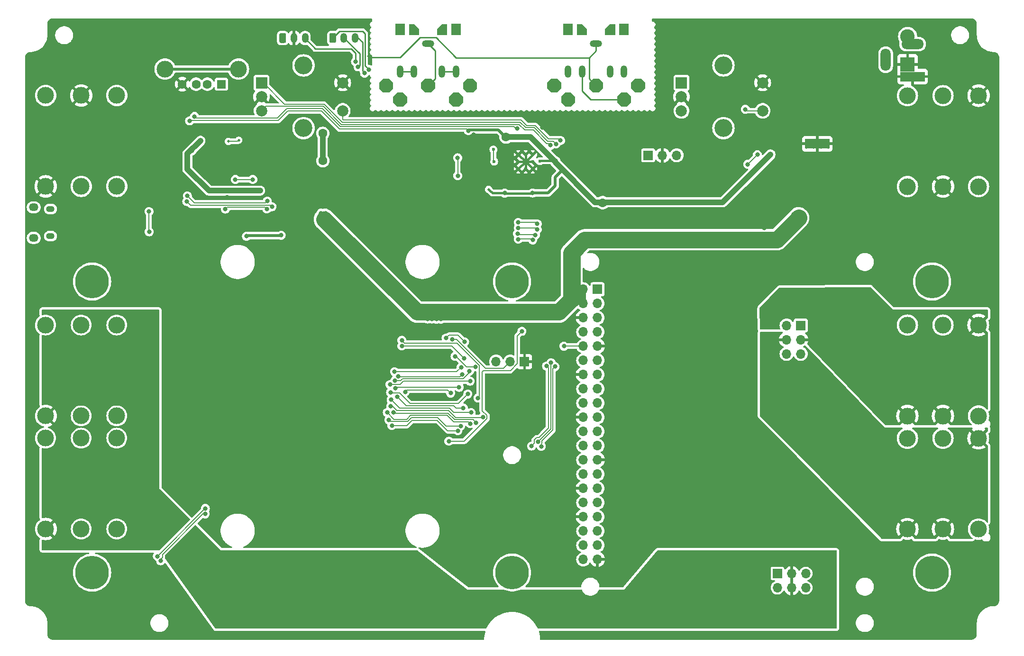
<source format=gbl>
G04 #@! TF.GenerationSoftware,KiCad,Pcbnew,8.0.6+1*
G04 #@! TF.CreationDate,2024-12-16T18:12:13+00:00*
G04 #@! TF.ProjectId,pedalboard-hw,70656461-6c62-46f6-9172-642d68772e6b,4.0.1-RC*
G04 #@! TF.SameCoordinates,Original*
G04 #@! TF.FileFunction,Copper,L2,Bot*
G04 #@! TF.FilePolarity,Positive*
%FSLAX46Y46*%
G04 Gerber Fmt 4.6, Leading zero omitted, Abs format (unit mm)*
G04 Created by KiCad (PCBNEW 8.0.6+1) date 2024-12-16 18:12:13*
%MOMM*%
%LPD*%
G01*
G04 APERTURE LIST*
G04 #@! TA.AperFunction,ComponentPad*
%ADD10O,1.200000X2.200000*%
G04 #@! TD*
G04 #@! TA.AperFunction,ComponentPad*
%ADD11O,2.200000X1.200000*%
G04 #@! TD*
G04 #@! TA.AperFunction,ComponentPad*
%ADD12C,3.000000*%
G04 #@! TD*
G04 #@! TA.AperFunction,ComponentPad*
%ADD13R,4.400000X1.800000*%
G04 #@! TD*
G04 #@! TA.AperFunction,ComponentPad*
%ADD14O,4.000000X1.800000*%
G04 #@! TD*
G04 #@! TA.AperFunction,ComponentPad*
%ADD15O,1.800000X4.000000*%
G04 #@! TD*
G04 #@! TA.AperFunction,ComponentPad*
%ADD16R,2.600000X2.600000*%
G04 #@! TD*
G04 #@! TA.AperFunction,ComponentPad*
%ADD17C,2.600000*%
G04 #@! TD*
G04 #@! TA.AperFunction,ComponentPad*
%ADD18R,1.700000X1.700000*%
G04 #@! TD*
G04 #@! TA.AperFunction,ComponentPad*
%ADD19O,1.700000X1.700000*%
G04 #@! TD*
G04 #@! TA.AperFunction,ComponentPad*
%ADD20R,1.800000X2.000000*%
G04 #@! TD*
G04 #@! TA.AperFunction,ComponentPad*
%ADD21R,2.000000X2.000000*%
G04 #@! TD*
G04 #@! TA.AperFunction,ComponentPad*
%ADD22C,2.000000*%
G04 #@! TD*
G04 #@! TA.AperFunction,ComponentPad*
%ADD23C,3.200000*%
G04 #@! TD*
G04 #@! TA.AperFunction,ComponentPad*
%ADD24C,0.500000*%
G04 #@! TD*
G04 #@! TA.AperFunction,SMDPad,CuDef*
%ADD25R,4.400000X1.800000*%
G04 #@! TD*
G04 #@! TA.AperFunction,ComponentPad*
%ADD26O,1.700000X1.350000*%
G04 #@! TD*
G04 #@! TA.AperFunction,ComponentPad*
%ADD27O,1.500000X1.100000*%
G04 #@! TD*
G04 #@! TA.AperFunction,ComponentPad*
%ADD28C,0.600000*%
G04 #@! TD*
G04 #@! TA.AperFunction,ComponentPad*
%ADD29R,1.600000X1.500000*%
G04 #@! TD*
G04 #@! TA.AperFunction,ComponentPad*
%ADD30C,1.600000*%
G04 #@! TD*
G04 #@! TA.AperFunction,WasherPad*
%ADD31C,6.000000*%
G04 #@! TD*
G04 #@! TA.AperFunction,ComponentPad*
%ADD32O,1.200000X1.750000*%
G04 #@! TD*
G04 #@! TA.AperFunction,ViaPad*
%ADD33C,0.800000*%
G04 #@! TD*
G04 #@! TA.AperFunction,ViaPad*
%ADD34C,0.500000*%
G04 #@! TD*
G04 #@! TA.AperFunction,ViaPad*
%ADD35C,1.600000*%
G04 #@! TD*
G04 #@! TA.AperFunction,ViaPad*
%ADD36C,0.600000*%
G04 #@! TD*
G04 #@! TA.AperFunction,Conductor*
%ADD37C,0.400000*%
G04 #@! TD*
G04 #@! TA.AperFunction,Conductor*
%ADD38C,0.250000*%
G04 #@! TD*
G04 #@! TA.AperFunction,Conductor*
%ADD39C,0.200000*%
G04 #@! TD*
G04 #@! TA.AperFunction,Conductor*
%ADD40C,1.000000*%
G04 #@! TD*
G04 #@! TA.AperFunction,Conductor*
%ADD41C,0.500000*%
G04 #@! TD*
G04 #@! TA.AperFunction,Conductor*
%ADD42C,3.000000*%
G04 #@! TD*
G04 APERTURE END LIST*
D10*
X106994385Y101494385D03*
X104494385Y101494385D03*
D11*
X101994385Y106494385D03*
D10*
X96994385Y101494385D03*
X99494385Y101494385D03*
D12*
X10044385Y80994385D03*
X10044385Y97224385D03*
X3694385Y80994385D03*
X3694385Y97224385D03*
X16394385Y80994385D03*
X16394385Y97224385D03*
X10044385Y19794385D03*
X10044385Y36024385D03*
X3694385Y19794385D03*
X3694385Y36024385D03*
X16394385Y19794385D03*
X16394385Y36024385D03*
D13*
X158531585Y100605785D03*
D14*
X158531585Y106405785D03*
D15*
X153731585Y103605785D03*
D16*
X157631585Y102795785D03*
D17*
X157631585Y107795785D03*
D12*
X10044385Y39994385D03*
X10044385Y56224385D03*
X3694385Y39994385D03*
X3694385Y56224385D03*
X16394385Y39994385D03*
X16394385Y56224385D03*
X163944385Y35999385D03*
X163944385Y19769385D03*
X170294385Y35999385D03*
X170294385Y19769385D03*
X157594385Y35999385D03*
X157594385Y19769385D03*
D18*
X111309385Y86544385D03*
D19*
X113849385Y86544385D03*
X116389385Y86544385D03*
D12*
X163959385Y97194385D03*
X163959385Y80964385D03*
X170309385Y97194385D03*
X170309385Y80964385D03*
X157609385Y97194385D03*
X157609385Y80964385D03*
G04 #@! TA.AperFunction,ComponentPad*
G36*
X95744385Y98476618D02*
G01*
X95012152Y97744385D01*
X93976618Y97744385D01*
X93244385Y98476618D01*
X93244385Y99512152D01*
X93976618Y100244385D01*
X95012152Y100244385D01*
X95744385Y99512152D01*
X95744385Y98476618D01*
G37*
G04 #@! TD.AperFunction*
G04 #@! TA.AperFunction,ComponentPad*
G36*
X102512152Y100244385D02*
G01*
X103244385Y99512152D01*
X103244385Y98476618D01*
X102512152Y97744385D01*
X101476618Y97744385D01*
X100744385Y98476618D01*
X100744385Y99512152D01*
X101476618Y100244385D01*
X102512152Y100244385D01*
G37*
G04 #@! TD.AperFunction*
G04 #@! TA.AperFunction,ComponentPad*
G36*
X110744385Y98476618D02*
G01*
X110012152Y97744385D01*
X108976618Y97744385D01*
X108244385Y98476618D01*
X108244385Y99512152D01*
X108976618Y100244385D01*
X110012152Y100244385D01*
X110744385Y99512152D01*
X110744385Y98476618D01*
G37*
G04 #@! TD.AperFunction*
G04 #@! TA.AperFunction,ComponentPad*
G36*
X98244385Y95976618D02*
G01*
X97512152Y95244385D01*
X96476618Y95244385D01*
X95744385Y95976618D01*
X95744385Y97012152D01*
X96476618Y97744385D01*
X97512152Y97744385D01*
X98244385Y97012152D01*
X98244385Y95976618D01*
G37*
G04 #@! TD.AperFunction*
G04 #@! TA.AperFunction,ComponentPad*
G36*
X108244385Y95976618D02*
G01*
X107512152Y95244385D01*
X106476618Y95244385D01*
X105744385Y95976618D01*
X105744385Y97012152D01*
X106476618Y97744385D01*
X107512152Y97744385D01*
X108244385Y97012152D01*
X108244385Y95976618D01*
G37*
G04 #@! TD.AperFunction*
G04 #@! TA.AperFunction,ComponentPad*
G36*
X105394385Y107994385D02*
G01*
X103594385Y107994385D01*
X103594385Y109094385D01*
X104494385Y109994385D01*
X105394385Y109994385D01*
X105394385Y107994385D01*
G37*
G04 #@! TD.AperFunction*
D20*
X106994385Y108994385D03*
X96994385Y108994385D03*
G04 #@! TA.AperFunction,ComponentPad*
G36*
X100394385Y107994385D02*
G01*
X98594385Y107994385D01*
X98594385Y109994385D01*
X99494385Y109994385D01*
X100394385Y109094385D01*
X100394385Y107994385D01*
G37*
G04 #@! TD.AperFunction*
D21*
X42244385Y99494385D03*
D22*
X42244385Y94494385D03*
X42244385Y96994385D03*
D23*
X49744385Y102594385D03*
X49744385Y91394385D03*
D22*
X56744385Y94494385D03*
X56744385Y99494385D03*
D24*
X143464385Y89244385D03*
X142164385Y89244385D03*
X140864385Y89244385D03*
X139564385Y89244385D03*
D25*
X141514385Y88594385D03*
D24*
X143464385Y87944385D03*
X142164385Y87944385D03*
X140864385Y87944385D03*
X139564385Y87944385D03*
D18*
X89219385Y49694385D03*
D19*
X86679385Y49694385D03*
X84139385Y49694385D03*
D12*
X163944385Y56214385D03*
X163944385Y39984385D03*
X170294385Y56214385D03*
X170294385Y39984385D03*
X157594385Y56214385D03*
X157594385Y39984385D03*
D26*
X1549385Y77249385D03*
D27*
X4549385Y76939385D03*
X4549385Y72099385D03*
D26*
X1549385Y71789385D03*
D28*
X88119385Y84119385D03*
X89394385Y84119385D03*
X90669385Y84119385D03*
X88119385Y85394385D03*
X89394385Y85394385D03*
X90669385Y85394385D03*
X88119385Y86669385D03*
X89394385Y86669385D03*
X90669385Y86669385D03*
D29*
X35074385Y99244385D03*
D30*
X32574385Y99244385D03*
X30574385Y99244385D03*
X28074385Y99244385D03*
D12*
X38144385Y101954385D03*
X25004385Y101954385D03*
D21*
X117244385Y99494385D03*
D22*
X117244385Y94494385D03*
X117244385Y96994385D03*
D23*
X124744385Y102594385D03*
X124744385Y91394385D03*
D22*
X131744385Y94494385D03*
X131744385Y99494385D03*
G04 #@! TA.AperFunction,ComponentPad*
G36*
X65744385Y98476618D02*
G01*
X65012152Y97744385D01*
X63976618Y97744385D01*
X63244385Y98476618D01*
X63244385Y99512152D01*
X63976618Y100244385D01*
X65012152Y100244385D01*
X65744385Y99512152D01*
X65744385Y98476618D01*
G37*
G04 #@! TD.AperFunction*
G04 #@! TA.AperFunction,ComponentPad*
G36*
X72512152Y100244385D02*
G01*
X73244385Y99512152D01*
X73244385Y98476618D01*
X72512152Y97744385D01*
X71476618Y97744385D01*
X70744385Y98476618D01*
X70744385Y99512152D01*
X71476618Y100244385D01*
X72512152Y100244385D01*
G37*
G04 #@! TD.AperFunction*
G04 #@! TA.AperFunction,ComponentPad*
G36*
X80744385Y98476618D02*
G01*
X80012152Y97744385D01*
X78976618Y97744385D01*
X78244385Y98476618D01*
X78244385Y99512152D01*
X78976618Y100244385D01*
X80012152Y100244385D01*
X80744385Y99512152D01*
X80744385Y98476618D01*
G37*
G04 #@! TD.AperFunction*
G04 #@! TA.AperFunction,ComponentPad*
G36*
X68244385Y95976618D02*
G01*
X67512152Y95244385D01*
X66476618Y95244385D01*
X65744385Y95976618D01*
X65744385Y97012152D01*
X66476618Y97744385D01*
X67512152Y97744385D01*
X68244385Y97012152D01*
X68244385Y95976618D01*
G37*
G04 #@! TD.AperFunction*
G04 #@! TA.AperFunction,ComponentPad*
G36*
X78244385Y95976618D02*
G01*
X77512152Y95244385D01*
X76476618Y95244385D01*
X75744385Y95976618D01*
X75744385Y97012152D01*
X76476618Y97744385D01*
X77512152Y97744385D01*
X78244385Y97012152D01*
X78244385Y95976618D01*
G37*
G04 #@! TD.AperFunction*
G04 #@! TA.AperFunction,ComponentPad*
G36*
X75394385Y107994385D02*
G01*
X73594385Y107994385D01*
X73594385Y109094385D01*
X74494385Y109994385D01*
X75394385Y109994385D01*
X75394385Y107994385D01*
G37*
G04 #@! TD.AperFunction*
D20*
X76994385Y108994385D03*
X66994385Y108994385D03*
G04 #@! TA.AperFunction,ComponentPad*
G36*
X70394385Y107994385D02*
G01*
X68594385Y107994385D01*
X68594385Y109994385D01*
X69494385Y109994385D01*
X70394385Y109094385D01*
X70394385Y107994385D01*
G37*
G04 #@! TD.AperFunction*
D10*
X76988885Y101494385D03*
X74488885Y101494385D03*
D11*
X71988885Y106494385D03*
D10*
X66988885Y101494385D03*
X69488885Y101494385D03*
D31*
X11994385Y11994385D03*
X86994385Y63994385D03*
X11994385Y63994385D03*
X161994385Y63994385D03*
X86994385Y11994385D03*
G04 #@! TA.AperFunction,ComponentPad*
G36*
G01*
X54354385Y106879385D02*
X54354385Y108129385D01*
G75*
G02*
X54604385Y108379385I250000J0D01*
G01*
X55304385Y108379385D01*
G75*
G02*
X55554385Y108129385I0J-250000D01*
G01*
X55554385Y106879385D01*
G75*
G02*
X55304385Y106629385I-250000J0D01*
G01*
X54604385Y106629385D01*
G75*
G02*
X54354385Y106879385I0J250000D01*
G01*
G37*
G04 #@! TD.AperFunction*
D32*
X56954385Y107504385D03*
X58954385Y107504385D03*
D31*
X161994385Y11994385D03*
D18*
X102244385Y62618785D03*
D19*
X99704385Y62618785D03*
X102244385Y60078785D03*
X99704385Y60078785D03*
X102244385Y57538785D03*
X99704385Y57538785D03*
X102244385Y54998785D03*
X99704385Y54998785D03*
X102244385Y52458785D03*
X99704385Y52458785D03*
X102244385Y49918785D03*
X99704385Y49918785D03*
X102244385Y47378785D03*
X99704385Y47378785D03*
X102244385Y44838785D03*
X99704385Y44838785D03*
X102244385Y42298785D03*
X99704385Y42298785D03*
X102244385Y39758785D03*
X99704385Y39758785D03*
X102244385Y37218785D03*
X99704385Y37218785D03*
X102244385Y34678785D03*
X99704385Y34678785D03*
X102244385Y32138785D03*
X99704385Y32138785D03*
X102244385Y29598785D03*
X99704385Y29598785D03*
X102244385Y27058785D03*
X99704385Y27058785D03*
X102244385Y24518785D03*
X99704385Y24518785D03*
X102244385Y21978785D03*
X99704385Y21978785D03*
X102244385Y19438785D03*
X99704385Y19438785D03*
X102244385Y16898785D03*
X99704385Y16898785D03*
X102244385Y14358785D03*
X99704385Y14358785D03*
D18*
X138549385Y56148785D03*
D19*
X136009385Y56148785D03*
X138549385Y53608785D03*
X136009385Y53608785D03*
X138549385Y51068785D03*
X136009385Y51068785D03*
D18*
X134374385Y11843785D03*
D19*
X134374385Y9303785D03*
X136914385Y11843785D03*
X136914385Y9303785D03*
X139454385Y11843785D03*
X139454385Y9303785D03*
G04 #@! TA.AperFunction,ComponentPad*
G36*
G01*
X45424385Y106869385D02*
X45424385Y108119385D01*
G75*
G02*
X45674385Y108369385I250000J0D01*
G01*
X46374385Y108369385D01*
G75*
G02*
X46624385Y108119385I0J-250000D01*
G01*
X46624385Y106869385D01*
G75*
G02*
X46374385Y106619385I-250000J0D01*
G01*
X45674385Y106619385D01*
G75*
G02*
X45424385Y106869385I0J250000D01*
G01*
G37*
G04 #@! TD.AperFunction*
D32*
X48024385Y107494385D03*
X50024385Y107494385D03*
D33*
X135494385Y86494385D03*
X147494385Y87494385D03*
X34184385Y85044385D03*
X141634385Y78704385D03*
X71494385Y49494385D03*
X73494385Y76594385D03*
X135494385Y87994385D03*
X59774385Y97144385D03*
X139494385Y107994385D03*
X84076962Y89775687D03*
X45974385Y79424385D03*
X106794385Y74294385D03*
X125267185Y81073185D03*
X37494385Y52994385D03*
X136294385Y106994385D03*
X136334385Y103294385D03*
X116394385Y76194385D03*
X148994385Y98994385D03*
X138994385Y98994385D03*
X81594385Y9794385D03*
X137474385Y78734385D03*
X151094385Y79194385D03*
X150494385Y100494385D03*
X92422135Y91542135D03*
X74794385Y77094385D03*
X36094385Y79064385D03*
X8944385Y72944385D03*
X28994385Y81344385D03*
X98694385Y85394385D03*
X139594385Y78744385D03*
X50692785Y77085385D03*
X18994385Y7894385D03*
X13659585Y101926585D03*
X147494385Y95494385D03*
X74794385Y80694385D03*
X147494385Y93494385D03*
X37544385Y91744385D03*
X145994385Y98994385D03*
X123194385Y76194385D03*
X81619785Y51794385D03*
X17494385Y61594385D03*
X124494385Y84594385D03*
X143514385Y78704385D03*
X131080985Y80294385D03*
X167394385Y61494385D03*
X105994385Y83494385D03*
X109294385Y74294385D03*
X148994385Y95494385D03*
X133699985Y75394385D03*
X119794385Y75194385D03*
X21609785Y108200385D03*
X37494385Y45494385D03*
X32794385Y85044385D03*
X34194385Y83644385D03*
X148994385Y100494385D03*
X71494385Y43394385D03*
X34284385Y76526585D03*
X148127185Y107895585D03*
X37494385Y55994385D03*
X37494385Y40494385D03*
X147494385Y91494385D03*
X37494385Y50494385D03*
X71494385Y34994385D03*
X137494385Y98994385D03*
X35594385Y86394385D03*
X99394385Y84394385D03*
X68594385Y50694385D03*
X94194385Y78394385D03*
X32353985Y76526585D03*
X6594385Y61494385D03*
X143494385Y83994385D03*
X135494385Y89494385D03*
X6594385Y9494385D03*
X148994385Y93494385D03*
X80594385Y88444385D03*
X156594385Y61494385D03*
X29014385Y90144385D03*
X34144385Y86394385D03*
X85294385Y76394385D03*
X135494385Y90994385D03*
X148994385Y85494385D03*
X141494385Y107994385D03*
X35594385Y84994385D03*
X32794385Y83644385D03*
X167394385Y9494385D03*
X37494385Y37994385D03*
X135494385Y92494385D03*
X106264385Y80294385D03*
X32794385Y86394385D03*
X127944385Y88244385D03*
X135494385Y95494385D03*
X35132356Y72504385D03*
X147494385Y85494385D03*
X90569457Y76540778D03*
X131994385Y73594385D03*
X44004385Y86974385D03*
X30694385Y91694385D03*
X45914385Y86354385D03*
X150994385Y80994385D03*
X156694385Y9494385D03*
X136994385Y95494385D03*
X138194385Y105094385D03*
X148994385Y89494385D03*
X41044385Y75294385D03*
X145994385Y95494385D03*
X35594385Y83644385D03*
X143594385Y81694385D03*
X135494385Y93994385D03*
X37494385Y47994385D03*
X30474385Y76526585D03*
X145994385Y93494385D03*
X130194385Y81758985D03*
X136994385Y93994385D03*
X80109385Y90244385D03*
X92294385Y9994385D03*
X37494385Y42994385D03*
X41444385Y86161885D03*
X137494385Y107994385D03*
X76094385Y90144385D03*
X143494385Y107994385D03*
X147494385Y89494385D03*
X148994385Y91494385D03*
X43664385Y82084385D03*
X71494385Y37494385D03*
X55112385Y76755185D03*
X99144385Y74944385D03*
X83453885Y76084385D03*
X148994385Y87494385D03*
X81594385Y61494385D03*
X23565585Y108251185D03*
X102894385Y80344385D03*
X121694385Y86394385D03*
X96179329Y81794385D03*
X37494385Y35494385D03*
X32544385Y69704385D03*
X92494385Y61494385D03*
X59488885Y102347913D03*
X79194385Y90944385D03*
X85669385Y79794385D03*
X94787207Y85560782D03*
X90654764Y79812220D03*
D34*
X82798385Y80438185D03*
D33*
X126199285Y79709285D03*
X133144385Y86694385D03*
D35*
X85919385Y89819385D03*
X103169185Y78075985D03*
D36*
X91949256Y85507770D03*
D33*
X90115669Y89866364D03*
X125653185Y79163185D03*
X29394385Y92694385D03*
D36*
X83794385Y85434385D03*
X83654385Y87584385D03*
D33*
X77810642Y38188884D03*
X64994385Y39294385D03*
X77894385Y48694385D03*
X65994385Y47894385D03*
X78053264Y47394885D03*
X66694738Y47094738D03*
X77283275Y86088185D03*
X77286585Y82902686D03*
X66128140Y44907243D03*
X77532329Y45100649D03*
X65520070Y38280670D03*
X77296804Y37331577D03*
X24224568Y14109897D03*
X32184360Y22474410D03*
X92194385Y34559719D03*
X94654385Y48794885D03*
X88094885Y74545837D03*
X91494885Y74301042D03*
X91644385Y35394885D03*
X93942374Y49497057D03*
X23644385Y14924385D03*
X32214984Y23473944D03*
X90464101Y34594885D03*
X93144385Y48894385D03*
X88094885Y73545834D03*
X91494885Y73301039D03*
X94846487Y88582771D03*
X93875706Y88344885D03*
X95642928Y89187995D03*
X128656585Y94763785D03*
X160794385Y37194385D03*
X126494385Y5594385D03*
X132394385Y5494385D03*
X76394385Y5594385D03*
X39994385Y7094385D03*
X93094385Y5494385D03*
X74263985Y57273385D03*
X53664585Y76221785D03*
D35*
X112264385Y72132385D03*
D33*
X73476585Y57273385D03*
X52877185Y76221785D03*
X139059385Y75510585D03*
X71901785Y57294385D03*
X137306785Y76043985D03*
X72689185Y57298785D03*
X138449785Y75002585D03*
X137890985Y75535985D03*
X67294385Y52494385D03*
X29004385Y84854385D03*
X41984385Y80234385D03*
X36240185Y80234385D03*
X78394385Y50294385D03*
X39548135Y72080635D03*
X80911780Y43194885D03*
X45750297Y72250297D03*
X67294385Y53494385D03*
X29859385Y87354385D03*
X31319385Y89129385D03*
X64694385Y40594385D03*
X79505834Y38612042D03*
X65793338Y40606894D03*
X80551385Y38794885D03*
X65344385Y41744385D03*
X81794385Y39794385D03*
X65394385Y42894385D03*
X79678279Y40595385D03*
X78294385Y41395385D03*
X66494385Y43394885D03*
X67894385Y44294885D03*
X76019113Y44068985D03*
X79094385Y43894385D03*
X65294385Y44207243D03*
X79494385Y46194385D03*
X65194385Y45594385D03*
X96254385Y52444385D03*
X66069020Y46306743D03*
X79394385Y47993885D03*
X76294385Y53694385D03*
X76804385Y50624385D03*
X80443075Y48753226D03*
X88744385Y55104385D03*
X75695246Y35472204D03*
X30294385Y93494385D03*
X87884385Y91344885D03*
X61431038Y101872835D03*
X60649885Y101202997D03*
X59038885Y103279885D03*
D35*
X53181985Y90471185D03*
X53207385Y85568985D03*
D33*
X91167456Y72302073D03*
X87964385Y72554385D03*
X90694885Y71420780D03*
X88094885Y71562934D03*
X75204385Y53894385D03*
X78516355Y53226355D03*
X130794385Y86644385D03*
X129094385Y84944385D03*
X22144385Y76504385D03*
X22184385Y72874385D03*
X37574385Y82224385D03*
X40694385Y82224385D03*
X43207585Y76954385D03*
X35782985Y76932985D03*
X28994385Y79294385D03*
X43258658Y78354385D03*
X44124101Y77354385D03*
X28894385Y78294385D03*
D34*
X36316385Y89023385D03*
X38174046Y89237997D03*
D37*
X89394385Y86669385D02*
X89394385Y84119385D01*
D38*
X76994385Y103994385D02*
X100744385Y103994385D01*
D37*
X89394385Y85394385D02*
X88119385Y84119385D01*
D38*
X100744385Y100244385D02*
X101994385Y98994385D01*
D37*
X88119385Y85394385D02*
X90669385Y85394385D01*
D38*
X100744385Y103994385D02*
X100744385Y100244385D01*
X101994385Y105244385D02*
X101994385Y106494385D01*
X67014385Y104014385D02*
X70594385Y107594385D01*
D39*
X92085943Y91879885D02*
X92084385Y91881443D01*
D38*
X61174385Y104324385D02*
X61484385Y104014385D01*
D37*
X89394385Y85394385D02*
X88119385Y86669385D01*
X89394385Y85394385D02*
X90669385Y84119385D01*
X89394385Y85394385D02*
X90669385Y86669385D01*
D38*
X73394385Y107594385D02*
X76994385Y103994385D01*
X100744385Y103994385D02*
X101994385Y105244385D01*
X70594385Y107594385D02*
X73394385Y107594385D01*
X61484385Y104014385D02*
X67014385Y104014385D01*
D39*
X92125781Y91879885D02*
X92085943Y91879885D01*
D38*
X59763885Y102622913D02*
X59763885Y104694885D01*
X73244385Y105238885D02*
X71988885Y106494385D01*
X59488885Y102347913D02*
X59763885Y102622913D01*
X71994385Y98994385D02*
X73244385Y100244385D01*
X59763885Y104694885D02*
X56954385Y107504385D01*
X73244385Y100244385D02*
X73244385Y105238885D01*
D40*
X133144385Y86694385D02*
X124602185Y78152185D01*
D37*
X94787207Y85560782D02*
X92002268Y85560782D01*
D41*
X79344385Y91094385D02*
X84554385Y91094385D01*
D37*
X82823785Y80438185D02*
X82798385Y80438185D01*
D39*
X29494385Y92794385D02*
X45220071Y92794385D01*
D37*
X85694385Y79769385D02*
X85669385Y79794385D01*
X83467585Y79794385D02*
X82976185Y80285785D01*
D40*
X101836585Y78152185D02*
X94787207Y85201563D01*
D39*
X79194385Y90944385D02*
X78894385Y91244385D01*
D40*
X85919385Y89819385D02*
X90279886Y89819385D01*
X90279886Y89819385D02*
X94538489Y85560782D01*
X124602185Y78152185D02*
X101836585Y78152185D01*
D37*
X92002268Y85560782D02*
X91949256Y85507770D01*
X85669385Y79794385D02*
X83467585Y79794385D01*
D41*
X94694385Y82596274D02*
X94694385Y81094385D01*
X96043441Y83945330D02*
X94694385Y82596274D01*
D39*
X52911974Y94494385D02*
X46920071Y94494385D01*
D37*
X90611929Y79769385D02*
X85694385Y79769385D01*
D41*
X84554385Y91094385D02*
X85829385Y89819385D01*
D39*
X56161974Y91244385D02*
X52911974Y94494385D01*
X78894385Y91244385D02*
X56161974Y91244385D01*
D41*
X94694385Y81094385D02*
X93412220Y79812220D01*
D37*
X82976185Y80285785D02*
X82823785Y80438185D01*
D39*
X29494385Y92794385D02*
X29394385Y92694385D01*
D41*
X91310331Y79812220D02*
X90654764Y79812220D01*
X93412220Y79812220D02*
X91461275Y79812220D01*
X79194385Y90944385D02*
X79344385Y91094385D01*
D39*
X46920071Y94494385D02*
X45220071Y92794385D01*
D38*
X85829385Y89819385D02*
X85919385Y89819385D01*
D37*
X90654764Y79812220D02*
X90611929Y79769385D01*
D39*
X83654385Y87584385D02*
X83654385Y85574385D01*
X83654385Y85574385D02*
X83794385Y85434385D01*
X75199886Y38188884D02*
X77810642Y38188884D01*
X65308600Y38980170D02*
X68345856Y38980170D01*
X64994385Y39294385D02*
X65308600Y38980170D01*
X68345856Y38980170D02*
X69060071Y39694385D01*
X73694385Y39694385D02*
X75199886Y38188884D01*
X69060071Y39694385D02*
X73694385Y39694385D01*
X65994385Y47894385D02*
X77094385Y47894385D01*
X77094385Y47894385D02*
X77894385Y48694385D01*
X66694738Y47094738D02*
X66795091Y46994385D01*
X77652764Y46994385D02*
X78053264Y47394885D01*
X66795091Y46994385D02*
X77652764Y46994385D01*
X77286585Y82902686D02*
X77286585Y86084875D01*
X77286585Y86084875D02*
X77283275Y86088185D01*
X66128140Y44907243D02*
X66315282Y45094385D01*
X77526065Y45094385D02*
X77532329Y45100649D01*
X66315282Y45094385D02*
X77526065Y45094385D01*
X75491507Y37331577D02*
X73611542Y39211542D01*
X77296804Y37331577D02*
X75491507Y37331577D01*
X73611542Y39211542D02*
X69142914Y39211542D01*
X68212042Y38280670D02*
X65520070Y38280670D01*
X69142914Y39211542D02*
X68212042Y38280670D01*
X92194385Y34559719D02*
X92194385Y34954935D01*
X92344385Y35529199D02*
X94294385Y37479199D01*
X24542228Y15256542D02*
X31770071Y22484385D01*
X94294385Y48434885D02*
X94654385Y48794885D01*
X24224568Y14109897D02*
X24224568Y14394568D01*
X94294385Y37479199D02*
X94294385Y48434885D01*
X31884385Y22484385D02*
X32174385Y22484385D01*
X92194385Y34954935D02*
X92344385Y35104935D01*
X92344385Y35104935D02*
X92344385Y35529199D01*
X24224568Y14394568D02*
X24542228Y14712228D01*
X24542228Y14712228D02*
X24542228Y15256542D01*
X32174385Y22484385D02*
X32184360Y22474410D01*
X31770071Y22484385D02*
X31884385Y22484385D01*
X91494885Y74301042D02*
X91201542Y74594385D01*
X91201542Y74594385D02*
X88143433Y74594385D01*
X88143433Y74594385D02*
X88094885Y74545837D01*
X93894385Y49449068D02*
X93894385Y37644885D01*
X32144385Y23424385D02*
X32165425Y23424385D01*
X23644385Y14924385D02*
X32144385Y23424385D01*
X93942374Y49497057D02*
X93894385Y49449068D01*
X93894385Y37644885D02*
X91644385Y35394885D01*
X32165425Y23424385D02*
X32214984Y23473944D01*
X90959268Y35090052D02*
X90944385Y35104935D01*
X92544385Y36860571D02*
X92544385Y36914385D01*
X90464101Y34594885D02*
X90959268Y35090052D01*
X91778699Y36094885D02*
X92544385Y36860571D01*
X90944385Y35684835D02*
X91354435Y36094885D01*
X93494385Y48544385D02*
X93144385Y48894385D01*
X92544385Y36914385D02*
X93494385Y37864385D01*
X90944385Y35104935D02*
X90944385Y35684835D01*
X91354435Y36094885D02*
X91778699Y36094885D01*
X93494385Y37864385D02*
X93494385Y48544385D01*
X91494885Y73301039D02*
X91250090Y73545834D01*
X91250090Y73545834D02*
X88094885Y73545834D01*
X94384873Y89044385D02*
X93364250Y89044385D01*
X89427297Y91467109D02*
X88450020Y92444385D01*
X93364250Y89044385D02*
X90941526Y91467109D01*
X53409031Y95694385D02*
X46374385Y95694385D01*
X42574385Y99494385D02*
X42244385Y99494385D01*
X46374385Y95694385D02*
X42574385Y99494385D01*
X88450020Y92444385D02*
X56659031Y92444385D01*
X94846487Y88582771D02*
X94384873Y89044385D01*
X90941526Y91467109D02*
X89427297Y91467109D01*
X56659031Y92444385D02*
X53409031Y95694385D01*
X93198564Y88644385D02*
X90775840Y91067109D01*
X90775840Y91067109D02*
X89261611Y91067109D01*
X53243345Y95294385D02*
X43044385Y95294385D01*
X93576206Y88644385D02*
X93198564Y88644385D01*
X89261611Y91067109D02*
X88284335Y92044385D01*
X43044385Y95294385D02*
X42244385Y94494385D01*
X93875706Y88344885D02*
X93576206Y88644385D01*
X56493346Y92044385D02*
X53243345Y95294385D01*
X88284335Y92044385D02*
X56493346Y92044385D01*
X88615705Y92844385D02*
X56834385Y92844385D01*
X56834385Y92844385D02*
X56744385Y92934385D01*
X95642928Y89187995D02*
X95386538Y89444385D01*
X91107211Y91867109D02*
X89592983Y91867109D01*
X56744385Y92934385D02*
X56744385Y94494385D01*
X95386538Y89444385D02*
X93529936Y89444385D01*
X93529936Y89444385D02*
X91107211Y91867109D01*
X89592983Y91867109D02*
X88615705Y92844385D01*
X128656585Y94763785D02*
X128910585Y94509785D01*
X131728985Y94509785D02*
X131744385Y94494385D01*
X128910585Y94509785D02*
X131728985Y94509785D01*
D42*
X70031185Y58534385D02*
X53461385Y75104185D01*
X99954785Y71454785D02*
X97594385Y69094385D01*
D40*
X99704385Y62618785D02*
X99704385Y60078785D01*
D42*
X97594385Y69094385D02*
X97594385Y60794385D01*
X138170385Y75358185D02*
X138170385Y75383585D01*
X98894385Y70394385D02*
X97694385Y69194385D01*
X97694385Y60844385D02*
X97694385Y69194385D01*
X134266985Y71454785D02*
X99954785Y71454785D01*
X95334385Y58534385D02*
X70031185Y58534385D01*
X134266985Y71454785D02*
X138170385Y75358185D01*
X97594385Y60794385D02*
X95334385Y58534385D01*
D39*
X81144397Y49042676D02*
X77192688Y52994385D01*
D41*
X45750297Y72250297D02*
X45704385Y72204385D01*
D39*
X81144397Y43427502D02*
X81144397Y49042676D01*
D40*
X36240185Y80234385D02*
X32864385Y80234385D01*
D39*
X80911780Y43194885D02*
X81144397Y43427502D01*
D40*
X36240185Y80234385D02*
X41984385Y80234385D01*
X29004385Y84854385D02*
X29004385Y86814385D01*
X32864385Y80234385D02*
X29004385Y84094385D01*
D41*
X39671885Y72204385D02*
X39548135Y72080635D01*
X45704385Y72204385D02*
X39671885Y72204385D01*
D39*
X77192688Y52994385D02*
X67794385Y52994385D01*
X67794385Y52994385D02*
X67294385Y53494385D01*
X78394385Y50294385D02*
X76194385Y52494385D01*
X76194385Y52494385D02*
X67294385Y52494385D01*
D40*
X29004385Y86814385D02*
X31319385Y89129385D01*
X29004385Y84094385D02*
X29004385Y84854385D01*
D39*
X79206334Y38911542D02*
X79505834Y38612042D01*
X68180170Y39380170D02*
X68894385Y40094385D01*
X76580171Y38911542D02*
X79206334Y38911542D01*
X64694385Y40594385D02*
X65908600Y39380170D01*
X65908600Y39380170D02*
X68180170Y39380170D01*
X68894385Y40094385D02*
X75397327Y40094385D01*
X75397327Y40094385D02*
X76580171Y38911542D01*
X65793338Y40606894D02*
X65905847Y40494385D01*
X76745857Y39311542D02*
X80034728Y39311542D01*
X75563013Y40494385D02*
X76745857Y39311542D01*
X80034728Y39311542D02*
X80551385Y38794885D01*
X65905847Y40494385D02*
X75563013Y40494385D01*
X76911542Y39711542D02*
X81711542Y39711542D01*
X65645091Y41744385D02*
X66395091Y40994385D01*
X66395091Y40994385D02*
X75628699Y40994385D01*
X75628699Y40994385D02*
X76911542Y39711542D01*
X81711542Y39711542D02*
X81794385Y39794385D01*
X65344385Y41744385D02*
X65645091Y41744385D01*
X65394385Y42894385D02*
X66894385Y41394385D01*
X75794385Y41394385D02*
X76593385Y40595385D01*
X66894385Y41394385D02*
X75794385Y41394385D01*
X76593385Y40595385D02*
X79678279Y40595385D01*
X76993385Y41395385D02*
X78294385Y41395385D01*
X76594385Y41794385D02*
X76993385Y41395385D01*
X68094885Y41794385D02*
X76594385Y41794385D01*
X66494385Y43394885D02*
X68094885Y41794385D01*
X67894385Y44294885D02*
X68193885Y44594385D01*
X68193885Y44594385D02*
X75493713Y44594385D01*
X75493713Y44594385D02*
X76019113Y44068985D01*
X66894385Y44094385D02*
X68794385Y42194385D01*
X65407243Y44094385D02*
X66894385Y44094385D01*
X77394385Y42194385D02*
X79094385Y43894385D01*
X65294385Y44207243D02*
X65407243Y44094385D01*
X68794385Y42194385D02*
X77394385Y42194385D01*
X65766712Y45594385D02*
X65779070Y45606743D01*
X67572203Y46194385D02*
X79494385Y46194385D01*
X65194385Y45594385D02*
X65766712Y45594385D01*
X66984561Y45606743D02*
X67572203Y46194385D01*
X65779070Y45606743D02*
X66984561Y45606743D01*
X96254385Y52444385D02*
X96268785Y52458785D01*
X96268785Y52458785D02*
X99704385Y52458785D01*
X79394385Y47993885D02*
X79394385Y47746056D01*
X67384335Y46594385D02*
X67084335Y46294385D01*
X66081378Y46294385D02*
X66069020Y46306743D01*
X79394385Y47746056D02*
X78242714Y46594385D01*
X78242714Y46594385D02*
X67384335Y46594385D01*
X67084335Y46294385D02*
X66081378Y46294385D01*
X82258374Y48494385D02*
X85479385Y48494385D01*
X77058374Y53694385D02*
X82258374Y48494385D01*
X76804385Y50624385D02*
X76954335Y50624385D01*
X76954335Y50624385D02*
X78825494Y48753226D01*
X85479385Y48494385D02*
X86679385Y49694385D01*
X76294385Y53694385D02*
X77058374Y53694385D01*
X78825494Y48753226D02*
X80443075Y48753226D01*
X88744385Y55104385D02*
X87924385Y54284385D01*
X87924385Y49313039D02*
X86705731Y48094385D01*
X81669360Y40909360D02*
X82494385Y40084335D01*
X82494385Y40084335D02*
X82494385Y39504435D01*
X81869163Y48094385D02*
X81669360Y47894582D01*
X81669360Y47894582D02*
X81669360Y40909360D01*
X87924385Y54284385D02*
X87924385Y49313039D01*
X78462154Y35472204D02*
X75695246Y35472204D01*
X86705731Y48094385D02*
X81869163Y48094385D01*
X82494385Y39504435D02*
X78462154Y35472204D01*
X30594385Y93194385D02*
X45054385Y93194385D01*
X87354385Y91644385D02*
X87653885Y91344885D01*
X30594385Y93194385D02*
X30294385Y93494385D01*
X46754385Y94894385D02*
X53077660Y94894385D01*
X56327660Y91644385D02*
X87354385Y91644385D01*
X87653885Y91344885D02*
X87993885Y91344885D01*
X53077660Y94894385D02*
X56327660Y91644385D01*
X45054385Y93194385D02*
X46754385Y94894385D01*
D38*
X74488885Y101494385D02*
X76988885Y101494385D01*
X61431038Y101872835D02*
X60724385Y102579488D01*
X56154385Y108704385D02*
X54954385Y107504385D01*
X60724385Y102579488D02*
X60724385Y108304385D01*
X60324385Y108704385D02*
X56154385Y108704385D01*
X60724385Y108304385D02*
X60324385Y108704385D01*
X66988885Y101494385D02*
X69488885Y101494385D01*
X60274385Y101578497D02*
X60274385Y106724385D01*
X60649885Y101202997D02*
X60274385Y101578497D01*
X60274385Y106724385D02*
X59494385Y107504385D01*
X59494385Y107504385D02*
X58954385Y107504385D01*
X58237989Y105584385D02*
X51829385Y105584385D01*
X59038885Y103279885D02*
X59038885Y104783489D01*
X59038885Y104783489D02*
X58237989Y105584385D01*
X99494385Y101494385D02*
X99494385Y97994385D01*
X51829385Y105584385D02*
X50024385Y107389385D01*
X99494385Y97994385D02*
X100994385Y96494385D01*
X100994385Y96494385D02*
X106994385Y96494385D01*
D40*
X53181985Y90471185D02*
X53181985Y85441985D01*
D39*
X87964385Y72554385D02*
X88124385Y72394385D01*
X88124385Y72394385D02*
X91075144Y72394385D01*
X91075144Y72394385D02*
X91167456Y72302073D01*
X90521280Y71594385D02*
X88126336Y71594385D01*
X88126336Y71594385D02*
X88094885Y71562934D01*
X90694885Y71420780D02*
X90521280Y71594385D01*
X77348325Y54394385D02*
X78516355Y53226355D01*
X75204385Y53894385D02*
X75704385Y54394385D01*
X75704385Y54394385D02*
X77348325Y54394385D01*
X129094385Y84944385D02*
X130794385Y86644385D01*
X22144385Y76504385D02*
X22144385Y72914385D01*
X22144385Y72914385D02*
X22184385Y72874385D01*
X40694385Y82224385D02*
X37574385Y82224385D01*
X36104385Y77254385D02*
X35782985Y76932985D01*
X43207585Y76954385D02*
X42907585Y77254385D01*
X42907585Y77254385D02*
X36104385Y77254385D01*
X42958658Y78054385D02*
X43258658Y78354385D01*
X28994385Y79294385D02*
X30234385Y78054385D01*
X30234385Y78054385D02*
X42958658Y78054385D01*
X28894385Y78294385D02*
X29534385Y77654385D01*
X29534385Y77654385D02*
X43824101Y77654385D01*
X43824101Y77654385D02*
X44124101Y77354385D01*
D41*
X25004385Y101954385D02*
X38144385Y101954385D01*
D39*
X37959434Y89023385D02*
X38174046Y89237997D01*
X36316385Y89023385D02*
X37959434Y89023385D01*
G04 #@! TA.AperFunction,Conductor*
G36*
X137164385Y9736797D02*
G01*
X137107378Y9769710D01*
X136980211Y9803785D01*
X136848559Y9803785D01*
X136721392Y9769710D01*
X136664385Y9736797D01*
X136664385Y11410773D01*
X136721392Y11377860D01*
X136848559Y11343785D01*
X136980211Y11343785D01*
X137107378Y11377860D01*
X137164385Y11410773D01*
X137164385Y9736797D01*
G37*
G04 #@! TD.AperFunction*
G04 #@! TA.AperFunction,Conductor*
G36*
X30499113Y20473811D02*
G01*
X30543460Y20445310D01*
X34994385Y15994385D01*
X69951839Y15994385D01*
X70018878Y15974700D01*
X70027966Y15968267D01*
X74459699Y12521363D01*
X78994385Y8994385D01*
X85471997Y8994385D01*
X85524062Y8982925D01*
X85752416Y8877277D01*
X86096715Y8761269D01*
X86451538Y8683167D01*
X86812726Y8643885D01*
X86812732Y8643885D01*
X87176038Y8643885D01*
X87176044Y8643885D01*
X87537232Y8683167D01*
X87892055Y8761269D01*
X88236354Y8877277D01*
X88464707Y8982925D01*
X88516773Y8994385D01*
X99357390Y8994385D01*
X99424429Y8974700D01*
X99470184Y8921896D01*
X99475321Y8908703D01*
X99491142Y8860009D01*
X99491143Y8860006D01*
X99535948Y8772073D01*
X99588418Y8669094D01*
X99605517Y8635537D01*
X99753586Y8431736D01*
X99753590Y8431731D01*
X99931730Y8253591D01*
X99931735Y8253587D01*
X100082340Y8144167D01*
X100135540Y8105515D01*
X100220072Y8062444D01*
X100360001Y7991146D01*
X100360003Y7991146D01*
X100360006Y7991144D01*
X100599600Y7913295D01*
X100848423Y7873885D01*
X100848424Y7873885D01*
X101100346Y7873885D01*
X101100347Y7873885D01*
X101349170Y7913295D01*
X101588764Y7991144D01*
X101813230Y8105515D01*
X102017041Y8253592D01*
X102195178Y8431729D01*
X102343255Y8635540D01*
X102457626Y8860006D01*
X102473449Y8908703D01*
X102512887Y8966379D01*
X102577245Y8993577D01*
X102591380Y8994385D01*
X106994384Y8994385D01*
X106994385Y8994385D01*
X107259586Y9303786D01*
X133168742Y9303786D01*
X133168742Y9303785D01*
X133189269Y9082250D01*
X133189270Y9082248D01*
X133250154Y8868262D01*
X133250160Y8868247D01*
X133349323Y8669102D01*
X133349328Y8669094D01*
X133483405Y8491547D01*
X133647822Y8341662D01*
X133647824Y8341660D01*
X133836980Y8224540D01*
X133836981Y8224540D01*
X133836984Y8224538D01*
X134044445Y8144167D01*
X134263142Y8103285D01*
X134263144Y8103285D01*
X134485626Y8103285D01*
X134485628Y8103285D01*
X134704325Y8144167D01*
X134911786Y8224538D01*
X135100947Y8341661D01*
X135265366Y8491549D01*
X135399443Y8669096D01*
X135450720Y8772073D01*
X135498222Y8823310D01*
X135565885Y8840732D01*
X135632226Y8818807D01*
X135674102Y8769207D01*
X135740784Y8626207D01*
X135876279Y8432703D01*
X136043302Y8265680D01*
X136236806Y8130185D01*
X136450892Y8030356D01*
X136450901Y8030352D01*
X136664385Y7973151D01*
X136664385Y8870773D01*
X136721392Y8837860D01*
X136848559Y8803785D01*
X136980211Y8803785D01*
X137107378Y8837860D01*
X137164385Y8870773D01*
X137164385Y7973152D01*
X137377868Y8030352D01*
X137377877Y8030356D01*
X137591963Y8130185D01*
X137785467Y8265680D01*
X137952490Y8432703D01*
X138087985Y8626207D01*
X138154667Y8769207D01*
X138200839Y8821646D01*
X138268033Y8840798D01*
X138334914Y8820582D01*
X138378049Y8772074D01*
X138429323Y8669102D01*
X138429328Y8669094D01*
X138563405Y8491547D01*
X138727822Y8341662D01*
X138727824Y8341660D01*
X138916980Y8224540D01*
X138916981Y8224540D01*
X138916984Y8224538D01*
X139124445Y8144167D01*
X139343142Y8103285D01*
X139343144Y8103285D01*
X139565626Y8103285D01*
X139565628Y8103285D01*
X139784325Y8144167D01*
X139991786Y8224538D01*
X140180947Y8341661D01*
X140345366Y8491549D01*
X140479443Y8669096D01*
X140578614Y8868257D01*
X140639500Y9082249D01*
X140660028Y9303785D01*
X140639500Y9525321D01*
X140578614Y9739313D01*
X140578609Y9739324D01*
X140479446Y9938469D01*
X140479441Y9938477D01*
X140345364Y10116024D01*
X140180947Y10265909D01*
X140180945Y10265911D01*
X139991789Y10383031D01*
X139991780Y10383035D01*
X139898341Y10419233D01*
X139797860Y10458160D01*
X139742460Y10500731D01*
X139718869Y10566497D01*
X139734580Y10634578D01*
X139784604Y10683357D01*
X139797851Y10689408D01*
X139991786Y10764538D01*
X140180947Y10881661D01*
X140345366Y11031549D01*
X140479443Y11209096D01*
X140578614Y11408257D01*
X140639500Y11622249D01*
X140660028Y11843785D01*
X140639500Y12065321D01*
X140578614Y12279313D01*
X140530720Y12375497D01*
X140479446Y12478469D01*
X140479441Y12478477D01*
X140345364Y12656024D01*
X140180947Y12805909D01*
X140180945Y12805911D01*
X139991789Y12923031D01*
X139991783Y12923033D01*
X139784325Y13003403D01*
X139565628Y13044285D01*
X139343142Y13044285D01*
X139124445Y13003403D01*
X138993249Y12952578D01*
X138916986Y12923033D01*
X138916980Y12923031D01*
X138727824Y12805911D01*
X138727822Y12805909D01*
X138563405Y12656024D01*
X138429328Y12478477D01*
X138429323Y12478469D01*
X138378049Y12375497D01*
X138330545Y12324260D01*
X138262882Y12306839D01*
X138196542Y12328765D01*
X138154667Y12378364D01*
X138087985Y12521363D01*
X138087984Y12521365D01*
X137952498Y12714859D01*
X137952493Y12714865D01*
X137785467Y12881891D01*
X137591963Y13017386D01*
X137377877Y13117215D01*
X137377871Y13117218D01*
X137164385Y13174421D01*
X137164385Y12276797D01*
X137107378Y12309710D01*
X136980211Y12343785D01*
X136848559Y12343785D01*
X136721392Y12309710D01*
X136664385Y12276797D01*
X136664385Y13174421D01*
X136664384Y13174421D01*
X136450898Y13117218D01*
X136450892Y13117215D01*
X136236807Y13017386D01*
X136236805Y13017385D01*
X136043311Y12881899D01*
X136043305Y12881894D01*
X135876276Y12714865D01*
X135876275Y12714863D01*
X135800460Y12606588D01*
X135745883Y12562964D01*
X135676384Y12555771D01*
X135614030Y12587293D01*
X135578616Y12647523D01*
X135574885Y12677712D01*
X135574885Y12727046D01*
X135564958Y12795177D01*
X135564958Y12795178D01*
X135513583Y12900268D01*
X135513581Y12900270D01*
X135513581Y12900271D01*
X135430870Y12982982D01*
X135325776Y13034359D01*
X135257646Y13044285D01*
X135257645Y13044285D01*
X133491125Y13044285D01*
X133491124Y13044285D01*
X133422993Y13034359D01*
X133317899Y12982982D01*
X133235188Y12900271D01*
X133183811Y12795177D01*
X133173885Y12727046D01*
X133173885Y10960525D01*
X133183811Y10892394D01*
X133235188Y10787300D01*
X133317899Y10704589D01*
X133317900Y10704589D01*
X133317902Y10704587D01*
X133422992Y10653212D01*
X133457058Y10648249D01*
X133491124Y10643285D01*
X133845432Y10643285D01*
X133912471Y10623600D01*
X133958226Y10570796D01*
X133968170Y10501638D01*
X133939145Y10438082D01*
X133890226Y10403658D01*
X133836986Y10383034D01*
X133836980Y10383031D01*
X133647824Y10265911D01*
X133647822Y10265909D01*
X133483405Y10116024D01*
X133349328Y9938477D01*
X133349323Y9938469D01*
X133250160Y9739324D01*
X133250154Y9739309D01*
X133189270Y9525323D01*
X133189269Y9525321D01*
X133168742Y9303786D01*
X107259586Y9303786D01*
X112957269Y15951083D01*
X113015844Y15989173D01*
X113051417Y15994385D01*
X144870385Y15994385D01*
X144937424Y15974700D01*
X144983179Y15921896D01*
X144994385Y15870385D01*
X144994385Y2118385D01*
X144974700Y2051346D01*
X144921896Y2005591D01*
X144870385Y1994385D01*
X91655938Y1994385D01*
X91588899Y2014070D01*
X91544218Y2064583D01*
X91399587Y2364912D01*
X91399586Y2364914D01*
X91399582Y2364922D01*
X91169354Y2750258D01*
X90905513Y3113405D01*
X90905506Y3113413D01*
X90905499Y3113422D01*
X90610190Y3451430D01*
X90610187Y3451433D01*
X90610181Y3451440D01*
X90285737Y3761640D01*
X90285732Y3761644D01*
X90285730Y3761646D01*
X89934787Y4041513D01*
X89934786Y4041514D01*
X89560181Y4288788D01*
X89164894Y4501502D01*
X89164886Y4501506D01*
X88752150Y4677917D01*
X88752142Y4677920D01*
X88325234Y4816630D01*
X87887620Y4916512D01*
X87442809Y4976766D01*
X87442793Y4976767D01*
X86994388Y4996905D01*
X86994382Y4996905D01*
X86545976Y4976767D01*
X86545960Y4976766D01*
X86101149Y4916512D01*
X85663535Y4816630D01*
X85236627Y4677920D01*
X85236619Y4677917D01*
X84823883Y4501506D01*
X84823875Y4501502D01*
X84428589Y4288788D01*
X84428588Y4288788D01*
X84053983Y4041514D01*
X84053982Y4041513D01*
X83703039Y3761646D01*
X83378582Y3451433D01*
X83378579Y3451430D01*
X83083270Y3113422D01*
X83083248Y3113394D01*
X82819422Y2750268D01*
X82589182Y2364912D01*
X82444552Y2064583D01*
X82397730Y2012724D01*
X82332832Y1994385D01*
X34058198Y1994385D01*
X33991159Y2014070D01*
X33957295Y2046311D01*
X32355523Y4288792D01*
X25014895Y14565671D01*
X24991948Y14631663D01*
X24992728Y14650680D01*
X24992728Y15018578D01*
X25012413Y15085617D01*
X25029042Y15106254D01*
X30368100Y20445312D01*
X30429421Y20478795D01*
X30499113Y20473811D01*
G37*
G04 #@! TD.AperFunction*
G04 #@! TA.AperFunction,Conductor*
G36*
X23937424Y58974700D02*
G01*
X23983179Y58921896D01*
X23994385Y58870385D01*
X23994385Y26994385D01*
X29448152Y21540618D01*
X29481637Y21479295D01*
X29476653Y21409603D01*
X29448152Y21365256D01*
X24113090Y16030195D01*
X24051767Y15996710D01*
X24024419Y15998666D01*
X24024419Y15994385D01*
X3118385Y15994385D01*
X3051346Y16014070D01*
X3005591Y16066874D01*
X2994385Y16118385D01*
X2994385Y17746011D01*
X3014070Y17813050D01*
X3066874Y17858805D01*
X3136032Y17868749D01*
X3144744Y17867177D01*
X3409025Y17809686D01*
X3409022Y17809686D01*
X3694384Y17789276D01*
X3694386Y17789276D01*
X3979747Y17809686D01*
X4259280Y17870495D01*
X4527343Y17970477D01*
X4778432Y18107582D01*
X4920946Y18214269D01*
X4920947Y18214270D01*
X3980141Y19155076D01*
X4025959Y19174053D01*
X4140609Y19250659D01*
X4238111Y19348161D01*
X4314717Y19462811D01*
X4333694Y19508629D01*
X5274500Y18567823D01*
X5274501Y18567824D01*
X5381188Y18710338D01*
X5518293Y18961427D01*
X5618275Y19229490D01*
X5679084Y19509023D01*
X5699494Y19794384D01*
X5699494Y19794387D01*
X8189158Y19794387D01*
X8189158Y19794384D01*
X8208042Y19530358D01*
X8208043Y19530351D01*
X8264306Y19271712D01*
X8356811Y19023695D01*
X8356813Y19023691D01*
X8483665Y18791380D01*
X8483670Y18791372D01*
X8642291Y18579478D01*
X8642307Y18579460D01*
X8829459Y18392308D01*
X8829477Y18392292D01*
X9041371Y18233671D01*
X9041379Y18233666D01*
X9273690Y18106814D01*
X9273694Y18106812D01*
X9273696Y18106811D01*
X9521707Y18014308D01*
X9521710Y18014308D01*
X9521711Y18014307D01*
X9688466Y17978032D01*
X9780359Y17958042D01*
X10024045Y17940613D01*
X10044384Y17939158D01*
X10044385Y17939158D01*
X10044386Y17939158D01*
X10063270Y17940509D01*
X10308411Y17958042D01*
X10567063Y18014308D01*
X10815074Y18106811D01*
X11047396Y18233669D01*
X11259300Y18392298D01*
X11446472Y18579470D01*
X11605101Y18791374D01*
X11731959Y19023696D01*
X11824462Y19271707D01*
X11880728Y19530359D01*
X11899612Y19794385D01*
X11899612Y19794387D01*
X14539158Y19794387D01*
X14539158Y19794384D01*
X14558042Y19530358D01*
X14558043Y19530351D01*
X14614306Y19271712D01*
X14706811Y19023695D01*
X14706813Y19023691D01*
X14833665Y18791380D01*
X14833670Y18791372D01*
X14992291Y18579478D01*
X14992307Y18579460D01*
X15179459Y18392308D01*
X15179477Y18392292D01*
X15391371Y18233671D01*
X15391379Y18233666D01*
X15623690Y18106814D01*
X15623694Y18106812D01*
X15623696Y18106811D01*
X15871707Y18014308D01*
X15871710Y18014308D01*
X15871711Y18014307D01*
X16038466Y17978032D01*
X16130359Y17958042D01*
X16374045Y17940613D01*
X16394384Y17939158D01*
X16394385Y17939158D01*
X16394386Y17939158D01*
X16413270Y17940509D01*
X16658411Y17958042D01*
X16917063Y18014308D01*
X17165074Y18106811D01*
X17397396Y18233669D01*
X17609300Y18392298D01*
X17796472Y18579470D01*
X17955101Y18791374D01*
X18081959Y19023696D01*
X18174462Y19271707D01*
X18230728Y19530359D01*
X18249612Y19794385D01*
X18230728Y20058411D01*
X18211253Y20147938D01*
X18174463Y20317059D01*
X18166611Y20338111D01*
X18081959Y20565074D01*
X18028159Y20663600D01*
X17955104Y20797391D01*
X17955099Y20797399D01*
X17796478Y21009293D01*
X17796462Y21009311D01*
X17609310Y21196463D01*
X17609292Y21196479D01*
X17397398Y21355100D01*
X17397390Y21355105D01*
X17165079Y21481957D01*
X17165075Y21481959D01*
X16917058Y21574464D01*
X16658419Y21630727D01*
X16658412Y21630728D01*
X16394386Y21649612D01*
X16394384Y21649612D01*
X16130357Y21630728D01*
X16130350Y21630727D01*
X15871711Y21574464D01*
X15623694Y21481959D01*
X15623690Y21481957D01*
X15391379Y21355105D01*
X15391371Y21355100D01*
X15179477Y21196479D01*
X15179459Y21196463D01*
X14992307Y21009311D01*
X14992291Y21009293D01*
X14833670Y20797399D01*
X14833665Y20797391D01*
X14706813Y20565080D01*
X14706811Y20565076D01*
X14614306Y20317059D01*
X14558043Y20058420D01*
X14558042Y20058413D01*
X14539158Y19794387D01*
X11899612Y19794387D01*
X11880728Y20058411D01*
X11861253Y20147938D01*
X11824463Y20317059D01*
X11816611Y20338111D01*
X11731959Y20565074D01*
X11678159Y20663600D01*
X11605104Y20797391D01*
X11605099Y20797399D01*
X11446478Y21009293D01*
X11446462Y21009311D01*
X11259310Y21196463D01*
X11259292Y21196479D01*
X11047398Y21355100D01*
X11047390Y21355105D01*
X10815079Y21481957D01*
X10815075Y21481959D01*
X10567058Y21574464D01*
X10308419Y21630727D01*
X10308412Y21630728D01*
X10044386Y21649612D01*
X10044384Y21649612D01*
X9780357Y21630728D01*
X9780350Y21630727D01*
X9521711Y21574464D01*
X9273694Y21481959D01*
X9273690Y21481957D01*
X9041379Y21355105D01*
X9041371Y21355100D01*
X8829477Y21196479D01*
X8829459Y21196463D01*
X8642307Y21009311D01*
X8642291Y21009293D01*
X8483670Y20797399D01*
X8483665Y20797391D01*
X8356813Y20565080D01*
X8356811Y20565076D01*
X8264306Y20317059D01*
X8208043Y20058420D01*
X8208042Y20058413D01*
X8189158Y19794387D01*
X5699494Y19794387D01*
X5679084Y20079748D01*
X5618275Y20359281D01*
X5518293Y20627344D01*
X5381193Y20878424D01*
X5381192Y20878425D01*
X5274500Y21020949D01*
X4333694Y20080143D01*
X4314717Y20125959D01*
X4238111Y20240609D01*
X4140609Y20338111D01*
X4025959Y20414717D01*
X3980141Y20433696D01*
X4920947Y21374502D01*
X4920946Y21374503D01*
X4778431Y21481189D01*
X4778423Y21481194D01*
X4527342Y21618294D01*
X4527343Y21618294D01*
X4259280Y21718276D01*
X3979747Y21779085D01*
X3694386Y21799494D01*
X3694384Y21799494D01*
X3409022Y21779085D01*
X3144743Y21721594D01*
X3075051Y21726578D01*
X3019118Y21768450D01*
X2994701Y21833914D01*
X2994385Y21842760D01*
X2994385Y34131853D01*
X3014070Y34198892D01*
X3066874Y34244647D01*
X3136032Y34254591D01*
X3161710Y34248037D01*
X3171707Y34244308D01*
X3430359Y34188042D01*
X3674045Y34170613D01*
X3694384Y34169158D01*
X3694385Y34169158D01*
X3694386Y34169158D01*
X3713270Y34170509D01*
X3958411Y34188042D01*
X4217063Y34244308D01*
X4465074Y34336811D01*
X4697396Y34463669D01*
X4909300Y34622298D01*
X5096472Y34809470D01*
X5255101Y35021374D01*
X5381959Y35253696D01*
X5474462Y35501707D01*
X5530728Y35760359D01*
X5549612Y36024385D01*
X5549612Y36024387D01*
X8189158Y36024387D01*
X8189158Y36024384D01*
X8208042Y35760358D01*
X8208043Y35760351D01*
X8264306Y35501712D01*
X8356811Y35253695D01*
X8356813Y35253691D01*
X8483665Y35021380D01*
X8483670Y35021372D01*
X8642291Y34809478D01*
X8642307Y34809460D01*
X8829459Y34622308D01*
X8829477Y34622292D01*
X9041371Y34463671D01*
X9041379Y34463666D01*
X9273690Y34336814D01*
X9273694Y34336812D01*
X9273696Y34336811D01*
X9521707Y34244308D01*
X9521710Y34244308D01*
X9521711Y34244307D01*
X9521716Y34244306D01*
X9780359Y34188042D01*
X10024045Y34170613D01*
X10044384Y34169158D01*
X10044385Y34169158D01*
X10044386Y34169158D01*
X10063270Y34170509D01*
X10308411Y34188042D01*
X10567063Y34244308D01*
X10815074Y34336811D01*
X11047396Y34463669D01*
X11259300Y34622298D01*
X11446472Y34809470D01*
X11605101Y35021374D01*
X11731959Y35253696D01*
X11824462Y35501707D01*
X11880728Y35760359D01*
X11899612Y36024385D01*
X11899612Y36024387D01*
X14539158Y36024387D01*
X14539158Y36024384D01*
X14558042Y35760358D01*
X14558043Y35760351D01*
X14614306Y35501712D01*
X14706811Y35253695D01*
X14706813Y35253691D01*
X14833665Y35021380D01*
X14833670Y35021372D01*
X14992291Y34809478D01*
X14992307Y34809460D01*
X15179459Y34622308D01*
X15179477Y34622292D01*
X15391371Y34463671D01*
X15391379Y34463666D01*
X15623690Y34336814D01*
X15623694Y34336812D01*
X15623696Y34336811D01*
X15871707Y34244308D01*
X15871710Y34244308D01*
X15871711Y34244307D01*
X15871716Y34244306D01*
X16130359Y34188042D01*
X16374045Y34170613D01*
X16394384Y34169158D01*
X16394385Y34169158D01*
X16394386Y34169158D01*
X16413270Y34170509D01*
X16658411Y34188042D01*
X16917063Y34244308D01*
X17165074Y34336811D01*
X17397396Y34463669D01*
X17609300Y34622298D01*
X17796472Y34809470D01*
X17955101Y35021374D01*
X18081959Y35253696D01*
X18174462Y35501707D01*
X18230728Y35760359D01*
X18249612Y36024385D01*
X18230728Y36288411D01*
X18174462Y36547063D01*
X18081959Y36795074D01*
X18071663Y36813929D01*
X17955104Y37027391D01*
X17955099Y37027399D01*
X17796478Y37239293D01*
X17796462Y37239311D01*
X17609310Y37426463D01*
X17609292Y37426479D01*
X17397398Y37585100D01*
X17397390Y37585105D01*
X17165079Y37711957D01*
X17165075Y37711959D01*
X16917058Y37804464D01*
X16658419Y37860727D01*
X16658412Y37860728D01*
X16394386Y37879612D01*
X16394384Y37879612D01*
X16130357Y37860728D01*
X16130350Y37860727D01*
X15871711Y37804464D01*
X15623694Y37711959D01*
X15623690Y37711957D01*
X15391379Y37585105D01*
X15391371Y37585100D01*
X15179477Y37426479D01*
X15179459Y37426463D01*
X14992307Y37239311D01*
X14992291Y37239293D01*
X14833670Y37027399D01*
X14833665Y37027391D01*
X14706813Y36795080D01*
X14706811Y36795076D01*
X14614306Y36547059D01*
X14558043Y36288420D01*
X14558042Y36288413D01*
X14539158Y36024387D01*
X11899612Y36024387D01*
X11880728Y36288411D01*
X11824462Y36547063D01*
X11731959Y36795074D01*
X11721663Y36813929D01*
X11605104Y37027391D01*
X11605099Y37027399D01*
X11446478Y37239293D01*
X11446462Y37239311D01*
X11259310Y37426463D01*
X11259292Y37426479D01*
X11047398Y37585100D01*
X11047390Y37585105D01*
X10815079Y37711957D01*
X10815075Y37711959D01*
X10567058Y37804464D01*
X10308419Y37860727D01*
X10308412Y37860728D01*
X10044386Y37879612D01*
X10044384Y37879612D01*
X9780357Y37860728D01*
X9780350Y37860727D01*
X9521711Y37804464D01*
X9273694Y37711959D01*
X9273690Y37711957D01*
X9041379Y37585105D01*
X9041371Y37585100D01*
X8829477Y37426479D01*
X8829459Y37426463D01*
X8642307Y37239311D01*
X8642291Y37239293D01*
X8483670Y37027399D01*
X8483665Y37027391D01*
X8356813Y36795080D01*
X8356811Y36795076D01*
X8264306Y36547059D01*
X8208043Y36288420D01*
X8208042Y36288413D01*
X8189158Y36024387D01*
X5549612Y36024387D01*
X5530728Y36288411D01*
X5474462Y36547063D01*
X5381959Y36795074D01*
X5371663Y36813929D01*
X5255104Y37027391D01*
X5255099Y37027399D01*
X5096478Y37239293D01*
X5096462Y37239311D01*
X4909310Y37426463D01*
X4909292Y37426479D01*
X4697398Y37585100D01*
X4697390Y37585105D01*
X4465079Y37711957D01*
X4465075Y37711959D01*
X4358120Y37751851D01*
X4217063Y37804462D01*
X4217059Y37804463D01*
X4183696Y37811721D01*
X4122373Y37845207D01*
X4088889Y37906530D01*
X4093874Y37976222D01*
X4135746Y38032155D01*
X4183698Y38054053D01*
X4259278Y38070495D01*
X4527343Y38170477D01*
X4778432Y38307582D01*
X4920946Y38414269D01*
X4920947Y38414270D01*
X3980141Y39355076D01*
X4025959Y39374053D01*
X4140609Y39450659D01*
X4238111Y39548161D01*
X4314717Y39662811D01*
X4333694Y39708629D01*
X5274500Y38767823D01*
X5274501Y38767824D01*
X5381188Y38910338D01*
X5518293Y39161427D01*
X5618275Y39429490D01*
X5679084Y39709023D01*
X5699494Y39994384D01*
X5699494Y39994387D01*
X8189158Y39994387D01*
X8189158Y39994384D01*
X8208042Y39730358D01*
X8208043Y39730351D01*
X8264306Y39471712D01*
X8356811Y39223695D01*
X8356813Y39223691D01*
X8483665Y38991380D01*
X8483670Y38991372D01*
X8642291Y38779478D01*
X8642307Y38779460D01*
X8829459Y38592308D01*
X8829477Y38592292D01*
X9041371Y38433671D01*
X9041379Y38433666D01*
X9273690Y38306814D01*
X9273694Y38306812D01*
X9273696Y38306811D01*
X9521707Y38214308D01*
X9521710Y38214308D01*
X9521711Y38214307D01*
X9682278Y38179378D01*
X9780359Y38158042D01*
X10016506Y38141152D01*
X10044384Y38139158D01*
X10044385Y38139158D01*
X10044386Y38139158D01*
X10072264Y38141152D01*
X10308411Y38158042D01*
X10567063Y38214308D01*
X10815074Y38306811D01*
X11047396Y38433669D01*
X11259300Y38592298D01*
X11446472Y38779470D01*
X11605101Y38991374D01*
X11731959Y39223696D01*
X11824462Y39471707D01*
X11880728Y39730359D01*
X11899612Y39994385D01*
X11899612Y39994387D01*
X14539158Y39994387D01*
X14539158Y39994384D01*
X14558042Y39730358D01*
X14558043Y39730351D01*
X14614306Y39471712D01*
X14706811Y39223695D01*
X14706813Y39223691D01*
X14833665Y38991380D01*
X14833670Y38991372D01*
X14992291Y38779478D01*
X14992307Y38779460D01*
X15179459Y38592308D01*
X15179477Y38592292D01*
X15391371Y38433671D01*
X15391379Y38433666D01*
X15623690Y38306814D01*
X15623694Y38306812D01*
X15623696Y38306811D01*
X15871707Y38214308D01*
X15871710Y38214308D01*
X15871711Y38214307D01*
X16032278Y38179378D01*
X16130359Y38158042D01*
X16366506Y38141152D01*
X16394384Y38139158D01*
X16394385Y38139158D01*
X16394386Y38139158D01*
X16422264Y38141152D01*
X16658411Y38158042D01*
X16917063Y38214308D01*
X17165074Y38306811D01*
X17397396Y38433669D01*
X17609300Y38592298D01*
X17796472Y38779470D01*
X17955101Y38991374D01*
X18081959Y39223696D01*
X18174462Y39471707D01*
X18230728Y39730359D01*
X18249612Y39994385D01*
X18230728Y40258411D01*
X18193983Y40427326D01*
X18174463Y40517059D01*
X18166611Y40538111D01*
X18081959Y40765074D01*
X18073382Y40780781D01*
X17955104Y40997391D01*
X17955099Y40997399D01*
X17796478Y41209293D01*
X17796462Y41209311D01*
X17609310Y41396463D01*
X17609292Y41396479D01*
X17397398Y41555100D01*
X17397390Y41555105D01*
X17165079Y41681957D01*
X17165075Y41681959D01*
X16917058Y41774464D01*
X16658419Y41830727D01*
X16658412Y41830728D01*
X16394386Y41849612D01*
X16394384Y41849612D01*
X16130357Y41830728D01*
X16130350Y41830727D01*
X15871711Y41774464D01*
X15623694Y41681959D01*
X15623690Y41681957D01*
X15391379Y41555105D01*
X15391371Y41555100D01*
X15179477Y41396479D01*
X15179459Y41396463D01*
X14992307Y41209311D01*
X14992291Y41209293D01*
X14833670Y40997399D01*
X14833665Y40997391D01*
X14706813Y40765080D01*
X14706811Y40765076D01*
X14614306Y40517059D01*
X14558043Y40258420D01*
X14558042Y40258413D01*
X14539158Y39994387D01*
X11899612Y39994387D01*
X11880728Y40258411D01*
X11843983Y40427326D01*
X11824463Y40517059D01*
X11816611Y40538111D01*
X11731959Y40765074D01*
X11723382Y40780781D01*
X11605104Y40997391D01*
X11605099Y40997399D01*
X11446478Y41209293D01*
X11446462Y41209311D01*
X11259310Y41396463D01*
X11259292Y41396479D01*
X11047398Y41555100D01*
X11047390Y41555105D01*
X10815079Y41681957D01*
X10815075Y41681959D01*
X10567058Y41774464D01*
X10308419Y41830727D01*
X10308412Y41830728D01*
X10044386Y41849612D01*
X10044384Y41849612D01*
X9780357Y41830728D01*
X9780350Y41830727D01*
X9521711Y41774464D01*
X9273694Y41681959D01*
X9273690Y41681957D01*
X9041379Y41555105D01*
X9041371Y41555100D01*
X8829477Y41396479D01*
X8829459Y41396463D01*
X8642307Y41209311D01*
X8642291Y41209293D01*
X8483670Y40997399D01*
X8483665Y40997391D01*
X8356813Y40765080D01*
X8356811Y40765076D01*
X8264306Y40517059D01*
X8208043Y40258420D01*
X8208042Y40258413D01*
X8189158Y39994387D01*
X5699494Y39994387D01*
X5679084Y40279748D01*
X5618275Y40559281D01*
X5518293Y40827344D01*
X5381193Y41078424D01*
X5381192Y41078425D01*
X5274500Y41220949D01*
X4333694Y40280143D01*
X4314717Y40325959D01*
X4238111Y40440609D01*
X4140609Y40538111D01*
X4025959Y40614717D01*
X3980141Y40633696D01*
X4920947Y41574502D01*
X4920946Y41574503D01*
X4778431Y41681189D01*
X4778423Y41681194D01*
X4527342Y41818294D01*
X4527343Y41818294D01*
X4259280Y41918276D01*
X3979747Y41979085D01*
X3694386Y41999494D01*
X3694384Y41999494D01*
X3409022Y41979085D01*
X3144743Y41921594D01*
X3075051Y41926578D01*
X3019118Y41968450D01*
X2994701Y42033914D01*
X2994385Y42042760D01*
X2994385Y54331853D01*
X3014070Y54398892D01*
X3066874Y54444647D01*
X3136032Y54454591D01*
X3161710Y54448037D01*
X3171707Y54444308D01*
X3430359Y54388042D01*
X3674045Y54370613D01*
X3694384Y54369158D01*
X3694385Y54369158D01*
X3694386Y54369158D01*
X3713270Y54370509D01*
X3958411Y54388042D01*
X4217063Y54444308D01*
X4465074Y54536811D01*
X4697396Y54663669D01*
X4909300Y54822298D01*
X5096472Y55009470D01*
X5255101Y55221374D01*
X5381959Y55453696D01*
X5474462Y55701707D01*
X5530728Y55960359D01*
X5549612Y56224385D01*
X5549612Y56224387D01*
X8189158Y56224387D01*
X8189158Y56224384D01*
X8208042Y55960358D01*
X8208043Y55960351D01*
X8264306Y55701712D01*
X8356811Y55453695D01*
X8356813Y55453691D01*
X8483665Y55221380D01*
X8483670Y55221372D01*
X8642291Y55009478D01*
X8642307Y55009460D01*
X8829459Y54822308D01*
X8829477Y54822292D01*
X9041371Y54663671D01*
X9041379Y54663666D01*
X9273690Y54536814D01*
X9273694Y54536812D01*
X9273696Y54536811D01*
X9521707Y54444308D01*
X9521710Y54444308D01*
X9521711Y54444307D01*
X9521716Y54444306D01*
X9780359Y54388042D01*
X10024045Y54370613D01*
X10044384Y54369158D01*
X10044385Y54369158D01*
X10044386Y54369158D01*
X10063270Y54370509D01*
X10308411Y54388042D01*
X10567063Y54444308D01*
X10815074Y54536811D01*
X11047396Y54663669D01*
X11259300Y54822298D01*
X11446472Y55009470D01*
X11605101Y55221374D01*
X11731959Y55453696D01*
X11824462Y55701707D01*
X11880728Y55960359D01*
X11899612Y56224385D01*
X11899612Y56224387D01*
X14539158Y56224387D01*
X14539158Y56224384D01*
X14558042Y55960358D01*
X14558043Y55960351D01*
X14614306Y55701712D01*
X14706811Y55453695D01*
X14706813Y55453691D01*
X14833665Y55221380D01*
X14833670Y55221372D01*
X14992291Y55009478D01*
X14992307Y55009460D01*
X15179459Y54822308D01*
X15179477Y54822292D01*
X15391371Y54663671D01*
X15391379Y54663666D01*
X15623690Y54536814D01*
X15623694Y54536812D01*
X15623696Y54536811D01*
X15871707Y54444308D01*
X15871710Y54444308D01*
X15871711Y54444307D01*
X15871716Y54444306D01*
X16130359Y54388042D01*
X16374045Y54370613D01*
X16394384Y54369158D01*
X16394385Y54369158D01*
X16394386Y54369158D01*
X16413270Y54370509D01*
X16658411Y54388042D01*
X16917063Y54444308D01*
X17165074Y54536811D01*
X17397396Y54663669D01*
X17609300Y54822298D01*
X17796472Y55009470D01*
X17955101Y55221374D01*
X18081959Y55453696D01*
X18174462Y55701707D01*
X18230728Y55960359D01*
X18249612Y56224385D01*
X18230728Y56488411D01*
X18214617Y56562472D01*
X18174463Y56747059D01*
X18162799Y56778331D01*
X18081959Y56995074D01*
X18022886Y57103257D01*
X17955104Y57227391D01*
X17955099Y57227399D01*
X17796478Y57439293D01*
X17796462Y57439311D01*
X17609310Y57626463D01*
X17609292Y57626479D01*
X17397398Y57785100D01*
X17397390Y57785105D01*
X17165079Y57911957D01*
X17165075Y57911959D01*
X16917058Y58004464D01*
X16658419Y58060727D01*
X16658412Y58060728D01*
X16394386Y58079612D01*
X16394384Y58079612D01*
X16130357Y58060728D01*
X16130350Y58060727D01*
X15871711Y58004464D01*
X15623694Y57911959D01*
X15623690Y57911957D01*
X15391379Y57785105D01*
X15391371Y57785100D01*
X15179477Y57626479D01*
X15179459Y57626463D01*
X14992307Y57439311D01*
X14992291Y57439293D01*
X14833670Y57227399D01*
X14833665Y57227391D01*
X14706813Y56995080D01*
X14706811Y56995076D01*
X14614306Y56747059D01*
X14558043Y56488420D01*
X14558042Y56488413D01*
X14539158Y56224387D01*
X11899612Y56224387D01*
X11880728Y56488411D01*
X11864617Y56562472D01*
X11824463Y56747059D01*
X11812799Y56778331D01*
X11731959Y56995074D01*
X11672886Y57103257D01*
X11605104Y57227391D01*
X11605099Y57227399D01*
X11446478Y57439293D01*
X11446462Y57439311D01*
X11259310Y57626463D01*
X11259292Y57626479D01*
X11047398Y57785100D01*
X11047390Y57785105D01*
X10815079Y57911957D01*
X10815075Y57911959D01*
X10567058Y58004464D01*
X10308419Y58060727D01*
X10308412Y58060728D01*
X10044386Y58079612D01*
X10044384Y58079612D01*
X9780357Y58060728D01*
X9780350Y58060727D01*
X9521711Y58004464D01*
X9273694Y57911959D01*
X9273690Y57911957D01*
X9041379Y57785105D01*
X9041371Y57785100D01*
X8829477Y57626479D01*
X8829459Y57626463D01*
X8642307Y57439311D01*
X8642291Y57439293D01*
X8483670Y57227399D01*
X8483665Y57227391D01*
X8356813Y56995080D01*
X8356811Y56995076D01*
X8264306Y56747059D01*
X8208043Y56488420D01*
X8208042Y56488413D01*
X8189158Y56224387D01*
X5549612Y56224387D01*
X5530728Y56488411D01*
X5514617Y56562472D01*
X5474463Y56747059D01*
X5462799Y56778331D01*
X5381959Y56995074D01*
X5322886Y57103257D01*
X5255104Y57227391D01*
X5255099Y57227399D01*
X5096478Y57439293D01*
X5096462Y57439311D01*
X4909310Y57626463D01*
X4909292Y57626479D01*
X4697398Y57785100D01*
X4697390Y57785105D01*
X4465079Y57911957D01*
X4465075Y57911959D01*
X4217058Y58004464D01*
X3958419Y58060727D01*
X3958412Y58060728D01*
X3694386Y58079612D01*
X3694384Y58079612D01*
X3430357Y58060728D01*
X3430350Y58060727D01*
X3171705Y58004462D01*
X3171700Y58004461D01*
X3161717Y58000737D01*
X3092025Y57995753D01*
X3030703Y58029239D01*
X2997218Y58090562D01*
X2994385Y58116919D01*
X2994385Y58870385D01*
X3014070Y58937424D01*
X3066874Y58983179D01*
X3118385Y58994385D01*
X23870385Y58994385D01*
X23937424Y58974700D01*
G37*
G04 #@! TD.AperFunction*
G04 #@! TA.AperFunction,Conductor*
G36*
X151009736Y62974795D02*
G01*
X151031019Y62957751D01*
X154994385Y58994385D01*
X171870385Y58994385D01*
X171937424Y58974700D01*
X171983179Y58921896D01*
X171994385Y58870385D01*
X171994385Y57565560D01*
X171974700Y57498521D01*
X171921896Y57452766D01*
X171878485Y57444934D01*
X170933694Y56500143D01*
X170914717Y56545959D01*
X170838111Y56660609D01*
X170740609Y56758111D01*
X170625959Y56834717D01*
X170580141Y56853696D01*
X171520947Y57794502D01*
X171520946Y57794503D01*
X171378431Y57901189D01*
X171378423Y57901194D01*
X171127342Y58038294D01*
X171127343Y58038294D01*
X170859280Y58138276D01*
X170579747Y58199085D01*
X170294386Y58219494D01*
X170294384Y58219494D01*
X170009022Y58199085D01*
X169729489Y58138276D01*
X169461426Y58038294D01*
X169210346Y57901194D01*
X169210338Y57901189D01*
X169067822Y57794503D01*
X169067821Y57794502D01*
X170008628Y56853696D01*
X169962811Y56834717D01*
X169848161Y56758111D01*
X169750659Y56660609D01*
X169674053Y56545959D01*
X169655075Y56500142D01*
X168714268Y57440949D01*
X168714267Y57440948D01*
X168607581Y57298432D01*
X168607576Y57298424D01*
X168470476Y57047344D01*
X168370494Y56779281D01*
X168309685Y56499748D01*
X168289276Y56214387D01*
X168289276Y56214384D01*
X168309685Y55929023D01*
X168370494Y55649490D01*
X168470476Y55381427D01*
X168607576Y55130347D01*
X168607581Y55130339D01*
X168714267Y54987824D01*
X168714268Y54987823D01*
X169655074Y55928629D01*
X169674053Y55882811D01*
X169750659Y55768161D01*
X169848161Y55670659D01*
X169962811Y55594053D01*
X170008627Y55575076D01*
X169067821Y54634270D01*
X169210345Y54527578D01*
X169210346Y54527577D01*
X169461427Y54390477D01*
X169461426Y54390477D01*
X169729489Y54290495D01*
X170009022Y54229686D01*
X170294384Y54209276D01*
X170294386Y54209276D01*
X170579747Y54229686D01*
X170859280Y54290495D01*
X171127343Y54390477D01*
X171378432Y54527582D01*
X171520946Y54634269D01*
X171520947Y54634270D01*
X170580142Y55575076D01*
X170625959Y55594053D01*
X170740609Y55670659D01*
X170838111Y55768161D01*
X170914717Y55882811D01*
X170933694Y55928629D01*
X171879288Y54983035D01*
X171929811Y54972044D01*
X171979217Y54922639D01*
X171994385Y54863212D01*
X171994385Y41257330D01*
X171974700Y41190291D01*
X171921896Y41144536D01*
X171852738Y41134592D01*
X171789182Y41163617D01*
X171771118Y41183019D01*
X171750210Y41210948D01*
X171734356Y41232127D01*
X171734351Y41232132D01*
X171734346Y41232138D01*
X171542137Y41424347D01*
X171542131Y41424352D01*
X171542127Y41424356D01*
X171324498Y41587272D01*
X171324493Y41587275D01*
X171324492Y41587276D01*
X171085903Y41717555D01*
X171085904Y41717555D01*
X171036305Y41736055D01*
X170831186Y41812560D01*
X170831179Y41812562D01*
X170831178Y41812562D01*
X170565552Y41870345D01*
X170565545Y41870346D01*
X170294386Y41889740D01*
X170294384Y41889740D01*
X170023224Y41870346D01*
X170023217Y41870345D01*
X169757591Y41812562D01*
X169757587Y41812561D01*
X169757584Y41812560D01*
X169630228Y41765059D01*
X169502865Y41717555D01*
X169264277Y41587276D01*
X169264276Y41587275D01*
X169046644Y41424357D01*
X169046632Y41424347D01*
X168854423Y41232138D01*
X168854413Y41232126D01*
X168691495Y41014494D01*
X168691494Y41014493D01*
X168561215Y40775905D01*
X168527080Y40684385D01*
X168466210Y40521186D01*
X168466209Y40521183D01*
X168466208Y40521179D01*
X168408425Y40255553D01*
X168408424Y40255546D01*
X168389030Y39984387D01*
X168389030Y39984384D01*
X168408424Y39713225D01*
X168408425Y39713218D01*
X168445231Y39544022D01*
X168466210Y39447584D01*
X168497366Y39364053D01*
X168561215Y39192866D01*
X168691494Y38954278D01*
X168691495Y38954277D01*
X168691498Y38954272D01*
X168854414Y38736643D01*
X168854418Y38736639D01*
X168854423Y38736633D01*
X169046632Y38544424D01*
X169046650Y38544408D01*
X169075045Y38523152D01*
X169116917Y38467218D01*
X169121901Y38397527D01*
X169088416Y38336204D01*
X169027093Y38302719D01*
X169000735Y38299885D01*
X165296667Y38299885D01*
X165229628Y38319570D01*
X165183873Y38372374D01*
X165179696Y38395521D01*
X164230142Y39345076D01*
X164275959Y39364053D01*
X164390609Y39440659D01*
X164488111Y39538161D01*
X164564717Y39652811D01*
X164583694Y39698629D01*
X165524500Y38757823D01*
X165524501Y38757824D01*
X165631188Y38900338D01*
X165768293Y39151427D01*
X165868275Y39419490D01*
X165929084Y39699023D01*
X165949494Y39984384D01*
X165949494Y39984387D01*
X165929084Y40269748D01*
X165868275Y40549281D01*
X165768293Y40817344D01*
X165631193Y41068424D01*
X165631192Y41068425D01*
X165524500Y41210949D01*
X164583694Y40270143D01*
X164564717Y40315959D01*
X164488111Y40430609D01*
X164390609Y40528111D01*
X164275959Y40604717D01*
X164230141Y40623696D01*
X165170947Y41564502D01*
X165170946Y41564503D01*
X165028431Y41671189D01*
X165028423Y41671194D01*
X164777342Y41808294D01*
X164777343Y41808294D01*
X164509280Y41908276D01*
X164229747Y41969085D01*
X163944386Y41989494D01*
X163944384Y41989494D01*
X163659022Y41969085D01*
X163379489Y41908276D01*
X163111426Y41808294D01*
X162860346Y41671194D01*
X162860338Y41671189D01*
X162717822Y41564503D01*
X162717821Y41564502D01*
X163658628Y40623696D01*
X163612811Y40604717D01*
X163498161Y40528111D01*
X163400659Y40430609D01*
X163324053Y40315959D01*
X163305075Y40270142D01*
X162364268Y41210949D01*
X162364267Y41210948D01*
X162257581Y41068432D01*
X162257576Y41068424D01*
X162120476Y40817344D01*
X162020494Y40549281D01*
X161959685Y40269748D01*
X161939276Y39984387D01*
X161939276Y39984384D01*
X161959685Y39699023D01*
X162020494Y39419490D01*
X162120476Y39151427D01*
X162257576Y38900347D01*
X162257581Y38900339D01*
X162364267Y38757824D01*
X162364268Y38757823D01*
X163305074Y39698629D01*
X163324053Y39652811D01*
X163400659Y39538161D01*
X163498161Y39440659D01*
X163612811Y39364053D01*
X163658627Y39345076D01*
X162707307Y38393756D01*
X162700934Y38364457D01*
X162651528Y38315052D01*
X162592102Y38299885D01*
X158946667Y38299885D01*
X158879628Y38319570D01*
X158833873Y38372374D01*
X158829696Y38395521D01*
X157880142Y39345076D01*
X157925959Y39364053D01*
X158040609Y39440659D01*
X158138111Y39538161D01*
X158214717Y39652811D01*
X158233694Y39698629D01*
X159174500Y38757823D01*
X159174501Y38757824D01*
X159281188Y38900338D01*
X159418293Y39151427D01*
X159518275Y39419490D01*
X159579084Y39699023D01*
X159599494Y39984384D01*
X159599494Y39984387D01*
X159579084Y40269748D01*
X159518275Y40549281D01*
X159418293Y40817344D01*
X159281193Y41068424D01*
X159281192Y41068425D01*
X159174500Y41210949D01*
X158233694Y40270143D01*
X158214717Y40315959D01*
X158138111Y40430609D01*
X158040609Y40528111D01*
X157925959Y40604717D01*
X157880141Y40623696D01*
X158820947Y41564502D01*
X158820946Y41564503D01*
X158678431Y41671189D01*
X158678423Y41671194D01*
X158427342Y41808294D01*
X158427343Y41808294D01*
X158159280Y41908276D01*
X157879747Y41969085D01*
X157594386Y41989494D01*
X157594384Y41989494D01*
X157309022Y41969085D01*
X157029489Y41908276D01*
X156761426Y41808294D01*
X156510346Y41671194D01*
X156510338Y41671189D01*
X156367822Y41564503D01*
X156367821Y41564502D01*
X157308628Y40623696D01*
X157262811Y40604717D01*
X157148161Y40528111D01*
X157050659Y40430609D01*
X156974053Y40315959D01*
X156955075Y40270142D01*
X156014268Y41210949D01*
X156014267Y41210948D01*
X155907581Y41068432D01*
X155907576Y41068424D01*
X155770476Y40817344D01*
X155670494Y40549281D01*
X155609685Y40269748D01*
X155589276Y39984387D01*
X155589276Y39984384D01*
X155609685Y39699023D01*
X155670494Y39419490D01*
X155770476Y39151427D01*
X155907576Y38900347D01*
X155907581Y38900339D01*
X156014267Y38757824D01*
X156014268Y38757823D01*
X156955074Y39698629D01*
X156974053Y39652811D01*
X157050659Y39538161D01*
X157148161Y39440659D01*
X157262811Y39364053D01*
X157308627Y39345076D01*
X156357307Y38393756D01*
X156350934Y38364457D01*
X156301528Y38315052D01*
X156242102Y38299885D01*
X153719839Y38299885D01*
X153652800Y38319570D01*
X153630450Y38337946D01*
X140089882Y52422113D01*
X140088416Y52423663D01*
X139995241Y52523977D01*
X139744357Y52794085D01*
X139713157Y52856599D01*
X139720708Y52926060D01*
X139722831Y52930877D01*
X139822814Y53145293D01*
X139822817Y53145299D01*
X139880021Y53358785D01*
X138982397Y53358785D01*
X139015310Y53415792D01*
X139049385Y53542959D01*
X139049385Y53674611D01*
X139015310Y53801778D01*
X138982397Y53858785D01*
X139880021Y53858785D01*
X139880020Y53858786D01*
X139822817Y54072272D01*
X139822814Y54072278D01*
X139722985Y54286363D01*
X139722984Y54286365D01*
X139587498Y54479859D01*
X139587493Y54479865D01*
X139420465Y54646893D01*
X139380999Y54674528D01*
X139337375Y54729106D01*
X139330183Y54798604D01*
X139361706Y54860959D01*
X139421937Y54896371D01*
X139432706Y54898572D01*
X139524689Y54913139D01*
X139637727Y54970735D01*
X139727435Y55060443D01*
X139785031Y55173481D01*
X139785031Y55173483D01*
X139785032Y55173484D01*
X139799884Y55267261D01*
X139799885Y55267266D01*
X139799884Y56214387D01*
X155689030Y56214387D01*
X155689030Y56214384D01*
X155708424Y55943225D01*
X155708425Y55943218D01*
X155757102Y55719454D01*
X155766210Y55677584D01*
X155797366Y55594053D01*
X155861215Y55422866D01*
X155991494Y55184278D01*
X155991495Y55184277D01*
X155991498Y55184272D01*
X156154414Y54966643D01*
X156154418Y54966639D01*
X156154423Y54966633D01*
X156346632Y54774424D01*
X156346638Y54774419D01*
X156346643Y54774414D01*
X156564272Y54611498D01*
X156564276Y54611496D01*
X156564277Y54611495D01*
X156802866Y54481216D01*
X156802865Y54481216D01*
X156802869Y54481215D01*
X156802872Y54481213D01*
X157057584Y54386210D01*
X157323225Y54328424D01*
X157574990Y54310418D01*
X157594384Y54309030D01*
X157594385Y54309030D01*
X157594386Y54309030D01*
X157612485Y54310325D01*
X157865545Y54328424D01*
X158131186Y54386210D01*
X158385898Y54481213D01*
X158385902Y54481216D01*
X158385904Y54481216D01*
X158505198Y54546356D01*
X158624498Y54611498D01*
X158842127Y54774414D01*
X159034356Y54966643D01*
X159197272Y55184272D01*
X159303910Y55379566D01*
X159327554Y55422866D01*
X159327554Y55422868D01*
X159327557Y55422872D01*
X159422560Y55677584D01*
X159480346Y55943225D01*
X159499740Y56214385D01*
X159499740Y56214387D01*
X162039030Y56214387D01*
X162039030Y56214384D01*
X162058424Y55943225D01*
X162058425Y55943218D01*
X162107102Y55719454D01*
X162116210Y55677584D01*
X162147366Y55594053D01*
X162211215Y55422866D01*
X162341494Y55184278D01*
X162341495Y55184277D01*
X162341498Y55184272D01*
X162504414Y54966643D01*
X162504418Y54966639D01*
X162504423Y54966633D01*
X162696632Y54774424D01*
X162696638Y54774419D01*
X162696643Y54774414D01*
X162914272Y54611498D01*
X162914276Y54611496D01*
X162914277Y54611495D01*
X163152866Y54481216D01*
X163152865Y54481216D01*
X163152869Y54481215D01*
X163152872Y54481213D01*
X163407584Y54386210D01*
X163673225Y54328424D01*
X163924990Y54310418D01*
X163944384Y54309030D01*
X163944385Y54309030D01*
X163944386Y54309030D01*
X163962485Y54310325D01*
X164215545Y54328424D01*
X164481186Y54386210D01*
X164735898Y54481213D01*
X164735902Y54481216D01*
X164735904Y54481216D01*
X164855198Y54546356D01*
X164974498Y54611498D01*
X165192127Y54774414D01*
X165384356Y54966643D01*
X165547272Y55184272D01*
X165653910Y55379566D01*
X165677554Y55422866D01*
X165677554Y55422868D01*
X165677557Y55422872D01*
X165772560Y55677584D01*
X165830346Y55943225D01*
X165849740Y56214385D01*
X165830346Y56485545D01*
X165772560Y56751186D01*
X165677557Y57005898D01*
X165677555Y57005901D01*
X165677554Y57005905D01*
X165547275Y57244493D01*
X165547274Y57244494D01*
X165547272Y57244498D01*
X165384356Y57462127D01*
X165384351Y57462132D01*
X165384346Y57462138D01*
X165192137Y57654347D01*
X165192131Y57654352D01*
X165192127Y57654356D01*
X164974498Y57817272D01*
X164974493Y57817275D01*
X164974492Y57817276D01*
X164735903Y57947555D01*
X164735904Y57947555D01*
X164686305Y57966055D01*
X164481186Y58042560D01*
X164481179Y58042562D01*
X164481178Y58042562D01*
X164215552Y58100345D01*
X164215545Y58100346D01*
X163944386Y58119740D01*
X163944384Y58119740D01*
X163673224Y58100346D01*
X163673217Y58100345D01*
X163407591Y58042562D01*
X163407587Y58042561D01*
X163407584Y58042560D01*
X163335613Y58015716D01*
X163152865Y57947555D01*
X162914277Y57817276D01*
X162914276Y57817275D01*
X162696644Y57654357D01*
X162696632Y57654347D01*
X162504423Y57462138D01*
X162504413Y57462126D01*
X162341495Y57244494D01*
X162341494Y57244493D01*
X162211215Y57005905D01*
X162177080Y56914385D01*
X162116210Y56751186D01*
X162116209Y56751183D01*
X162116208Y56751179D01*
X162058425Y56485553D01*
X162058424Y56485546D01*
X162039030Y56214387D01*
X159499740Y56214387D01*
X159480346Y56485545D01*
X159422560Y56751186D01*
X159327557Y57005898D01*
X159327555Y57005901D01*
X159327554Y57005905D01*
X159197275Y57244493D01*
X159197274Y57244494D01*
X159197272Y57244498D01*
X159034356Y57462127D01*
X159034351Y57462132D01*
X159034346Y57462138D01*
X158842137Y57654347D01*
X158842131Y57654352D01*
X158842127Y57654356D01*
X158624498Y57817272D01*
X158624493Y57817275D01*
X158624492Y57817276D01*
X158385903Y57947555D01*
X158385904Y57947555D01*
X158336305Y57966055D01*
X158131186Y58042560D01*
X158131179Y58042562D01*
X158131178Y58042562D01*
X157865552Y58100345D01*
X157865545Y58100346D01*
X157594386Y58119740D01*
X157594384Y58119740D01*
X157323224Y58100346D01*
X157323217Y58100345D01*
X157057591Y58042562D01*
X157057587Y58042561D01*
X157057584Y58042560D01*
X156985613Y58015716D01*
X156802865Y57947555D01*
X156564277Y57817276D01*
X156564276Y57817275D01*
X156346644Y57654357D01*
X156346632Y57654347D01*
X156154423Y57462138D01*
X156154413Y57462126D01*
X155991495Y57244494D01*
X155991494Y57244493D01*
X155861215Y57005905D01*
X155827080Y56914385D01*
X155766210Y56751186D01*
X155766209Y56751183D01*
X155766208Y56751179D01*
X155708425Y56485553D01*
X155708424Y56485546D01*
X155689030Y56214387D01*
X139799884Y56214387D01*
X139799884Y57030303D01*
X139785031Y57124089D01*
X139727435Y57237127D01*
X139727431Y57237131D01*
X139727430Y57237133D01*
X139637732Y57326831D01*
X139637729Y57326833D01*
X139637727Y57326835D01*
X139560902Y57365980D01*
X139524686Y57384433D01*
X139430909Y57399285D01*
X137667867Y57399285D01*
X137586904Y57386462D01*
X137574081Y57384431D01*
X137461043Y57326835D01*
X137461042Y57326834D01*
X137461037Y57326831D01*
X137371339Y57237133D01*
X137371336Y57237128D01*
X137371335Y57237127D01*
X137352136Y57199448D01*
X137313737Y57124087D01*
X137298885Y57030310D01*
X137298885Y56880647D01*
X137279200Y56813608D01*
X137226396Y56767853D01*
X137157238Y56757909D01*
X137093682Y56786934D01*
X137073310Y56809524D01*
X136970984Y56955661D01*
X136896335Y57030310D01*
X136816262Y57110383D01*
X136637024Y57235887D01*
X136637025Y57235887D01*
X136637023Y57235888D01*
X136502913Y57298424D01*
X136438715Y57328360D01*
X136438711Y57328361D01*
X136438707Y57328363D01*
X136227362Y57384992D01*
X136009387Y57404062D01*
X136009383Y57404062D01*
X135864067Y57391349D01*
X135791408Y57384992D01*
X135791405Y57384992D01*
X135580062Y57328363D01*
X135580055Y57328361D01*
X135580055Y57328360D01*
X135576776Y57326831D01*
X135381746Y57235887D01*
X135381742Y57235885D01*
X135202506Y57110383D01*
X135047787Y56955664D01*
X134922285Y56776428D01*
X134922283Y56776424D01*
X134829811Y56578117D01*
X134829807Y56578108D01*
X134773178Y56366765D01*
X134773178Y56366761D01*
X134754108Y56148788D01*
X134754108Y56148783D01*
X134773178Y55930810D01*
X134773178Y55930806D01*
X134829807Y55719463D01*
X134829809Y55719459D01*
X134829810Y55719455D01*
X134874985Y55622577D01*
X134896569Y55576290D01*
X134907061Y55507212D01*
X134878541Y55443428D01*
X134820065Y55405189D01*
X134784187Y55399885D01*
X131392495Y55399885D01*
X131392488Y55399885D01*
X131390179Y55399761D01*
X131389655Y55399885D01*
X131389187Y55399885D01*
X131389187Y55399996D01*
X131322185Y55415844D01*
X131273680Y55466133D01*
X131259587Y55521440D01*
X131195276Y59242800D01*
X131213799Y59310168D01*
X131230344Y59331372D01*
X134658179Y62857145D01*
X134719023Y62891489D01*
X134746320Y62894704D01*
X150942579Y62994068D01*
X151009736Y62974795D01*
G37*
G04 #@! TD.AperFunction*
G04 #@! TA.AperFunction,Conductor*
G36*
X135308335Y54974700D02*
G01*
X135354090Y54921896D01*
X135364034Y54852738D01*
X135335009Y54789182D01*
X135312419Y54768810D01*
X135138312Y54646899D01*
X135138305Y54646894D01*
X134971276Y54479865D01*
X134971271Y54479859D01*
X134835785Y54286365D01*
X134835784Y54286363D01*
X134735955Y54072278D01*
X134735952Y54072272D01*
X134678749Y53858786D01*
X134678749Y53858785D01*
X135576373Y53858785D01*
X135543460Y53801778D01*
X135509385Y53674611D01*
X135509385Y53542959D01*
X135543460Y53415792D01*
X135576373Y53358785D01*
X134678749Y53358785D01*
X134735952Y53145299D01*
X134735955Y53145293D01*
X134835784Y52931207D01*
X134971279Y52737703D01*
X135138302Y52570680D01*
X135331804Y52435187D01*
X135415250Y52396276D01*
X135467690Y52350104D01*
X135486842Y52282910D01*
X135466627Y52216029D01*
X135415253Y52171512D01*
X135381748Y52155888D01*
X135381742Y52155885D01*
X135202506Y52030383D01*
X135047787Y51875664D01*
X134922285Y51696428D01*
X134922283Y51696424D01*
X134829811Y51498117D01*
X134829807Y51498108D01*
X134773178Y51286765D01*
X134773178Y51286761D01*
X134754108Y51068788D01*
X134754108Y51068783D01*
X134773178Y50850810D01*
X134773178Y50850806D01*
X134829807Y50639463D01*
X134829809Y50639459D01*
X134829810Y50639455D01*
X134851767Y50592369D01*
X134922282Y50441147D01*
X134922283Y50441146D01*
X135047787Y50261908D01*
X135202508Y50107187D01*
X135381746Y49981683D01*
X135580055Y49889210D01*
X135791408Y49832578D01*
X135974311Y49816577D01*
X136009383Y49813508D01*
X136009385Y49813508D01*
X136009387Y49813508D01*
X136037639Y49815980D01*
X136227362Y49832578D01*
X136438715Y49889210D01*
X136637024Y49981683D01*
X136816262Y50107187D01*
X136970983Y50261908D01*
X137096487Y50441146D01*
X137167003Y50592371D01*
X137213175Y50644808D01*
X137280369Y50663960D01*
X137347250Y50643744D01*
X137391766Y50592371D01*
X137462283Y50441146D01*
X137587787Y50261908D01*
X137742508Y50107187D01*
X137921746Y49981683D01*
X138120055Y49889210D01*
X138331408Y49832578D01*
X138514311Y49816577D01*
X138549383Y49813508D01*
X138549385Y49813508D01*
X138549387Y49813508D01*
X138577639Y49815980D01*
X138767362Y49832578D01*
X138978715Y49889210D01*
X139177024Y49981683D01*
X139356262Y50107187D01*
X139510983Y50261908D01*
X139636487Y50441146D01*
X139728960Y50639455D01*
X139785592Y50850808D01*
X139804662Y51068785D01*
X139785592Y51286762D01*
X139728960Y51498115D01*
X139636487Y51696423D01*
X139636485Y51696426D01*
X139636484Y51696428D01*
X139510984Y51875661D01*
X139510981Y51875664D01*
X139356262Y52030383D01*
X139177024Y52155887D01*
X139025799Y52226404D01*
X138973362Y52272575D01*
X138954210Y52339769D01*
X138974426Y52406650D01*
X139025799Y52451167D01*
X139177024Y52521683D01*
X139250279Y52572978D01*
X139316485Y52595305D01*
X139384252Y52578295D01*
X139412257Y52555793D01*
X139794385Y52144385D01*
X139794405Y52144364D01*
X139794421Y52144347D01*
X153494385Y37894385D01*
X156613410Y37894385D01*
X156680449Y37874700D01*
X156726204Y37821896D01*
X156736148Y37752738D01*
X156707123Y37689182D01*
X156672837Y37661553D01*
X156564276Y37602276D01*
X156564276Y37602275D01*
X156346644Y37439357D01*
X156346632Y37439347D01*
X156154423Y37247138D01*
X156154413Y37247126D01*
X155991495Y37029494D01*
X155991494Y37029493D01*
X155861215Y36790905D01*
X155827080Y36699385D01*
X155766210Y36536186D01*
X155766209Y36536183D01*
X155766208Y36536179D01*
X155708425Y36270553D01*
X155708424Y36270546D01*
X155689030Y35999387D01*
X155689030Y35999384D01*
X155708424Y35728225D01*
X155708425Y35728218D01*
X155711513Y35714023D01*
X155766210Y35462584D01*
X155776689Y35434490D01*
X155861215Y35207866D01*
X155991494Y34969278D01*
X155991495Y34969277D01*
X155991498Y34969272D01*
X156154414Y34751643D01*
X156154418Y34751639D01*
X156154423Y34751633D01*
X156346632Y34559424D01*
X156346638Y34559419D01*
X156346643Y34559414D01*
X156564272Y34396498D01*
X156564276Y34396496D01*
X156564277Y34396495D01*
X156802866Y34266216D01*
X156802865Y34266216D01*
X156802869Y34266215D01*
X156802872Y34266213D01*
X157057584Y34171210D01*
X157323225Y34113424D01*
X157574990Y34095418D01*
X157594384Y34094030D01*
X157594385Y34094030D01*
X157594386Y34094030D01*
X157612485Y34095325D01*
X157865545Y34113424D01*
X158131186Y34171210D01*
X158385898Y34266213D01*
X158385902Y34266216D01*
X158385904Y34266216D01*
X158505198Y34331356D01*
X158624498Y34396498D01*
X158842127Y34559414D01*
X159034356Y34751643D01*
X159197272Y34969272D01*
X159262414Y35088572D01*
X159327554Y35207866D01*
X159327554Y35207868D01*
X159327557Y35207872D01*
X159422560Y35462584D01*
X159480346Y35728225D01*
X159499740Y35999385D01*
X159480346Y36270545D01*
X159422560Y36536186D01*
X159327557Y36790898D01*
X159327555Y36790901D01*
X159327554Y36790905D01*
X159197275Y37029493D01*
X159197274Y37029494D01*
X159197272Y37029498D01*
X159034356Y37247127D01*
X159034351Y37247132D01*
X159034346Y37247138D01*
X158842137Y37439347D01*
X158842131Y37439352D01*
X158842127Y37439356D01*
X158624498Y37602272D01*
X158624493Y37602275D01*
X158624493Y37602276D01*
X158515933Y37661553D01*
X158466528Y37710958D01*
X158451676Y37779231D01*
X158476093Y37844695D01*
X158532026Y37886567D01*
X158575360Y37894385D01*
X162963410Y37894385D01*
X163030449Y37874700D01*
X163076204Y37821896D01*
X163086148Y37752738D01*
X163057123Y37689182D01*
X163022837Y37661553D01*
X162914276Y37602276D01*
X162914276Y37602275D01*
X162696644Y37439357D01*
X162696632Y37439347D01*
X162504423Y37247138D01*
X162504413Y37247126D01*
X162341495Y37029494D01*
X162341494Y37029493D01*
X162211215Y36790905D01*
X162177080Y36699385D01*
X162116210Y36536186D01*
X162116209Y36536183D01*
X162116208Y36536179D01*
X162058425Y36270553D01*
X162058424Y36270546D01*
X162039030Y35999387D01*
X162039030Y35999384D01*
X162058424Y35728225D01*
X162058425Y35728218D01*
X162061513Y35714023D01*
X162116210Y35462584D01*
X162126689Y35434490D01*
X162211215Y35207866D01*
X162341494Y34969278D01*
X162341495Y34969277D01*
X162341498Y34969272D01*
X162504414Y34751643D01*
X162504418Y34751639D01*
X162504423Y34751633D01*
X162696632Y34559424D01*
X162696638Y34559419D01*
X162696643Y34559414D01*
X162914272Y34396498D01*
X162914276Y34396496D01*
X162914277Y34396495D01*
X163152866Y34266216D01*
X163152865Y34266216D01*
X163152869Y34266215D01*
X163152872Y34266213D01*
X163407584Y34171210D01*
X163673225Y34113424D01*
X163924990Y34095418D01*
X163944384Y34094030D01*
X163944385Y34094030D01*
X163944386Y34094030D01*
X163962485Y34095325D01*
X164215545Y34113424D01*
X164481186Y34171210D01*
X164735898Y34266213D01*
X164735902Y34266216D01*
X164735904Y34266216D01*
X164855198Y34331356D01*
X164974498Y34396498D01*
X165192127Y34559414D01*
X165384356Y34751643D01*
X165547272Y34969272D01*
X165612414Y35088572D01*
X165677554Y35207866D01*
X165677554Y35207868D01*
X165677557Y35207872D01*
X165772560Y35462584D01*
X165830346Y35728225D01*
X165849740Y35999385D01*
X165830346Y36270545D01*
X165772560Y36536186D01*
X165677557Y36790898D01*
X165677555Y36790901D01*
X165677554Y36790905D01*
X165547275Y37029493D01*
X165547274Y37029494D01*
X165547272Y37029498D01*
X165384356Y37247127D01*
X165384351Y37247132D01*
X165384346Y37247138D01*
X165192137Y37439347D01*
X165192131Y37439352D01*
X165192127Y37439356D01*
X164974498Y37602272D01*
X164974493Y37602275D01*
X164974493Y37602276D01*
X164865933Y37661553D01*
X164816528Y37710958D01*
X164801676Y37779231D01*
X164826093Y37844695D01*
X164882026Y37886567D01*
X164925360Y37894385D01*
X169115897Y37894385D01*
X169182936Y37874700D01*
X169228691Y37821896D01*
X169238635Y37752738D01*
X169209610Y37689182D01*
X169190207Y37671118D01*
X169067822Y37579503D01*
X169067821Y37579502D01*
X170008628Y36638696D01*
X169962811Y36619717D01*
X169848161Y36543111D01*
X169750659Y36445609D01*
X169674053Y36330959D01*
X169655075Y36285142D01*
X168714268Y37225949D01*
X168714267Y37225948D01*
X168607581Y37083432D01*
X168607576Y37083424D01*
X168470476Y36832344D01*
X168370494Y36564281D01*
X168309685Y36284748D01*
X168289276Y35999387D01*
X168289276Y35999384D01*
X168309685Y35714023D01*
X168370494Y35434490D01*
X168470476Y35166427D01*
X168607576Y34915347D01*
X168607581Y34915339D01*
X168714267Y34772824D01*
X168714268Y34772823D01*
X169655074Y35713629D01*
X169674053Y35667811D01*
X169750659Y35553161D01*
X169848161Y35455659D01*
X169962811Y35379053D01*
X170008627Y35360076D01*
X169067821Y34419270D01*
X169210345Y34312578D01*
X169210346Y34312577D01*
X169461427Y34175477D01*
X169461426Y34175477D01*
X169729489Y34075495D01*
X170009022Y34014686D01*
X170294384Y33994276D01*
X170294386Y33994276D01*
X170579747Y34014686D01*
X170859280Y34075495D01*
X171127343Y34175477D01*
X171378432Y34312582D01*
X171520946Y34419269D01*
X171520947Y34419270D01*
X170580142Y35360076D01*
X170625959Y35379053D01*
X170740609Y35455659D01*
X170838111Y35553161D01*
X170914717Y35667811D01*
X170933694Y35713629D01*
X171879288Y34768035D01*
X171929811Y34757044D01*
X171979217Y34707639D01*
X171994385Y34648212D01*
X171994385Y21042330D01*
X171974700Y20975291D01*
X171921896Y20929536D01*
X171852738Y20919592D01*
X171789182Y20948617D01*
X171771118Y20968019D01*
X171750210Y20995948D01*
X171734356Y21017127D01*
X171734351Y21017132D01*
X171734346Y21017138D01*
X171542137Y21209347D01*
X171542131Y21209352D01*
X171542127Y21209356D01*
X171324498Y21372272D01*
X171324493Y21372275D01*
X171324492Y21372276D01*
X171085903Y21502555D01*
X171085904Y21502555D01*
X171036305Y21521055D01*
X170831186Y21597560D01*
X170831179Y21597562D01*
X170831178Y21597562D01*
X170565552Y21655345D01*
X170565545Y21655346D01*
X170294386Y21674740D01*
X170294384Y21674740D01*
X170023224Y21655346D01*
X170023217Y21655345D01*
X169757591Y21597562D01*
X169757587Y21597561D01*
X169757584Y21597560D01*
X169630228Y21550059D01*
X169502865Y21502555D01*
X169264277Y21372276D01*
X169264276Y21372275D01*
X169046644Y21209357D01*
X169046632Y21209347D01*
X168854423Y21017138D01*
X168854413Y21017126D01*
X168691495Y20799494D01*
X168691494Y20799493D01*
X168561215Y20560905D01*
X168527080Y20469385D01*
X168466210Y20306186D01*
X168466209Y20306183D01*
X168466208Y20306179D01*
X168408425Y20040553D01*
X168408424Y20040546D01*
X168389030Y19769387D01*
X168389030Y19769384D01*
X168408424Y19498225D01*
X168408425Y19498218D01*
X168411513Y19484023D01*
X168466210Y19232584D01*
X168476689Y19204490D01*
X168561215Y18977866D01*
X168691494Y18739278D01*
X168691495Y18739277D01*
X168691498Y18739272D01*
X168854414Y18521643D01*
X168854418Y18521639D01*
X168854423Y18521633D01*
X169046632Y18329424D01*
X169046638Y18329419D01*
X169046643Y18329414D01*
X169195939Y18217652D01*
X169237810Y18161718D01*
X169242794Y18092027D01*
X169209309Y18030704D01*
X169147986Y17997219D01*
X169121628Y17994385D01*
X165283172Y17994385D01*
X165216133Y18014070D01*
X165170378Y18066874D01*
X165160434Y18136032D01*
X165168384Y18153441D01*
X165170947Y18189270D01*
X164230142Y19130076D01*
X164275959Y19149053D01*
X164390609Y19225659D01*
X164488111Y19323161D01*
X164564717Y19437811D01*
X164583694Y19483629D01*
X165524500Y18542823D01*
X165524501Y18542824D01*
X165631188Y18685338D01*
X165768293Y18936427D01*
X165868275Y19204490D01*
X165929084Y19484023D01*
X165949494Y19769384D01*
X165949494Y19769387D01*
X165929084Y20054748D01*
X165868275Y20334281D01*
X165768293Y20602344D01*
X165631193Y20853424D01*
X165631192Y20853425D01*
X165524500Y20995949D01*
X164583694Y20055143D01*
X164564717Y20100959D01*
X164488111Y20215609D01*
X164390609Y20313111D01*
X164275959Y20389717D01*
X164230141Y20408696D01*
X165170947Y21349502D01*
X165170946Y21349503D01*
X165028431Y21456189D01*
X165028423Y21456194D01*
X164777342Y21593294D01*
X164777343Y21593294D01*
X164509280Y21693276D01*
X164229747Y21754085D01*
X163944386Y21774494D01*
X163944384Y21774494D01*
X163659022Y21754085D01*
X163379489Y21693276D01*
X163111426Y21593294D01*
X162860346Y21456194D01*
X162860338Y21456189D01*
X162717822Y21349503D01*
X162717821Y21349502D01*
X163658628Y20408696D01*
X163612811Y20389717D01*
X163498161Y20313111D01*
X163400659Y20215609D01*
X163324053Y20100959D01*
X163305075Y20055142D01*
X162364268Y20995949D01*
X162364267Y20995948D01*
X162257581Y20853432D01*
X162257576Y20853424D01*
X162120476Y20602344D01*
X162020494Y20334281D01*
X161959685Y20054748D01*
X161939276Y19769387D01*
X161939276Y19769384D01*
X161959685Y19484023D01*
X162020494Y19204490D01*
X162120476Y18936427D01*
X162257576Y18685347D01*
X162257581Y18685339D01*
X162364267Y18542824D01*
X162364268Y18542823D01*
X163305074Y19483629D01*
X163324053Y19437811D01*
X163400659Y19323161D01*
X163498161Y19225659D01*
X163612811Y19149053D01*
X163658627Y19130076D01*
X162717821Y18189270D01*
X162719582Y18164652D01*
X162721780Y18161716D01*
X162726763Y18092025D01*
X162693277Y18030702D01*
X162631953Y17997218D01*
X162605597Y17994385D01*
X158933172Y17994385D01*
X158866133Y18014070D01*
X158820378Y18066874D01*
X158810434Y18136032D01*
X158818384Y18153441D01*
X158820947Y18189270D01*
X157880142Y19130076D01*
X157925959Y19149053D01*
X158040609Y19225659D01*
X158138111Y19323161D01*
X158214717Y19437811D01*
X158233694Y19483629D01*
X159174500Y18542823D01*
X159174501Y18542824D01*
X159281188Y18685338D01*
X159418293Y18936427D01*
X159518275Y19204490D01*
X159579084Y19484023D01*
X159599494Y19769384D01*
X159599494Y19769387D01*
X159579084Y20054748D01*
X159518275Y20334281D01*
X159418293Y20602344D01*
X159281193Y20853424D01*
X159281192Y20853425D01*
X159174500Y20995949D01*
X158233694Y20055143D01*
X158214717Y20100959D01*
X158138111Y20215609D01*
X158040609Y20313111D01*
X157925959Y20389717D01*
X157880141Y20408696D01*
X158820947Y21349502D01*
X158820946Y21349503D01*
X158678431Y21456189D01*
X158678423Y21456194D01*
X158427342Y21593294D01*
X158427343Y21593294D01*
X158159280Y21693276D01*
X157879747Y21754085D01*
X157594386Y21774494D01*
X157594384Y21774494D01*
X157309022Y21754085D01*
X157029489Y21693276D01*
X156761426Y21593294D01*
X156510346Y21456194D01*
X156510338Y21456189D01*
X156367822Y21349503D01*
X156367821Y21349502D01*
X157308628Y20408696D01*
X157262811Y20389717D01*
X157148161Y20313111D01*
X157050659Y20215609D01*
X156974053Y20100959D01*
X156955075Y20055142D01*
X156014268Y20995949D01*
X156014267Y20995948D01*
X155907581Y20853432D01*
X155907576Y20853424D01*
X155770476Y20602344D01*
X155670494Y20334281D01*
X155609685Y20054748D01*
X155589276Y19769387D01*
X155589276Y19769384D01*
X155609685Y19484023D01*
X155670494Y19204490D01*
X155770476Y18936427D01*
X155907576Y18685347D01*
X155907581Y18685339D01*
X156014267Y18542824D01*
X156014268Y18542823D01*
X156955074Y19483629D01*
X156974053Y19437811D01*
X157050659Y19323161D01*
X157148161Y19225659D01*
X157262811Y19149053D01*
X157308627Y19130076D01*
X156367821Y18189270D01*
X156369582Y18164652D01*
X156371780Y18161716D01*
X156376763Y18092025D01*
X156343277Y18030702D01*
X156281953Y17997218D01*
X156255597Y17994385D01*
X153046163Y17994385D01*
X152979124Y18014070D01*
X152957982Y18031206D01*
X152922719Y18066874D01*
X131280285Y39958072D01*
X131247152Y40019585D01*
X131244467Y40045444D01*
X131268495Y54870588D01*
X131288288Y54937593D01*
X131341166Y54983263D01*
X131392495Y54994385D01*
X135241296Y54994385D01*
X135308335Y54974700D01*
G37*
G04 #@! TD.AperFunction*
G04 #@! TA.AperFunction,Conductor*
G36*
X171937424Y37874700D02*
G01*
X171983179Y37821896D01*
X171994385Y37770385D01*
X171994385Y37350560D01*
X171974700Y37283521D01*
X171921896Y37237766D01*
X171878485Y37229934D01*
X170933694Y36285143D01*
X170914717Y36330959D01*
X170838111Y36445609D01*
X170740609Y36543111D01*
X170625959Y36619717D01*
X170580141Y36638696D01*
X171520947Y37579502D01*
X171520946Y37579503D01*
X171398563Y37671118D01*
X171356691Y37727051D01*
X171351707Y37796743D01*
X171385192Y37858066D01*
X171446515Y37891551D01*
X171472873Y37894385D01*
X171870385Y37894385D01*
X171937424Y37874700D01*
G37*
G04 #@! TD.AperFunction*
G04 #@! TA.AperFunction,Conductor*
G36*
X80443072Y47947661D02*
G01*
X80443075Y47947661D01*
X80443079Y47947661D01*
X80506014Y47954752D01*
X80574835Y47942697D01*
X80626215Y47895348D01*
X80643897Y47831532D01*
X80643897Y44037224D01*
X80624212Y43970185D01*
X80571408Y43924430D01*
X80563182Y43921119D01*
X80562255Y43920673D01*
X80409517Y43824701D01*
X80281964Y43697148D01*
X80185991Y43544409D01*
X80126411Y43374140D01*
X80126410Y43374135D01*
X80106215Y43194889D01*
X80106215Y43194882D01*
X80126410Y43015636D01*
X80126411Y43015631D01*
X80185991Y42845362D01*
X80259663Y42728115D01*
X80281964Y42692623D01*
X80409518Y42565069D01*
X80562258Y42469096D01*
X80654698Y42436750D01*
X80732525Y42409517D01*
X80732530Y42409516D01*
X80911776Y42389320D01*
X80911780Y42389320D01*
X80911783Y42389320D01*
X81030976Y42402750D01*
X81099798Y42390696D01*
X81151178Y42343347D01*
X81168860Y42279530D01*
X81168860Y40843469D01*
X81202968Y40716173D01*
X81235914Y40659110D01*
X81268860Y40602046D01*
X81268862Y40602044D01*
X81281733Y40589173D01*
X81315218Y40527850D01*
X81310234Y40458158D01*
X81281733Y40413811D01*
X81164569Y40296648D01*
X81147870Y40270070D01*
X81095536Y40223779D01*
X81042876Y40212042D01*
X80566996Y40212042D01*
X80499957Y40231727D01*
X80454202Y40284531D01*
X80444258Y40353689D01*
X80449954Y40376996D01*
X80458970Y40402765D01*
X80463647Y40416130D01*
X80463648Y40416136D01*
X80483844Y40595382D01*
X80483844Y40595389D01*
X80463648Y40774635D01*
X80463647Y40774640D01*
X80438717Y40845885D01*
X80404068Y40944907D01*
X80394006Y40960920D01*
X80330130Y41062578D01*
X80308095Y41097647D01*
X80180541Y41225201D01*
X80153605Y41242126D01*
X80027802Y41321174D01*
X79857533Y41380754D01*
X79857528Y41380755D01*
X79678283Y41400950D01*
X79678275Y41400950D01*
X79499029Y41380755D01*
X79499024Y41380754D01*
X79328753Y41321173D01*
X79289921Y41296773D01*
X79222685Y41277773D01*
X79155849Y41298141D01*
X79110636Y41351409D01*
X79102724Y41388691D01*
X79100730Y41388466D01*
X79079754Y41574635D01*
X79079753Y41574640D01*
X79021033Y41742451D01*
X79020174Y41744907D01*
X78924201Y41897647D01*
X78796647Y42025201D01*
X78768702Y42042760D01*
X78643908Y42121174D01*
X78473639Y42180754D01*
X78473635Y42180755D01*
X78383428Y42190918D01*
X78319014Y42217984D01*
X78279459Y42275579D01*
X78277322Y42345416D01*
X78309629Y42401817D01*
X78964308Y43056496D01*
X79025629Y43089979D01*
X79065870Y43092033D01*
X79084099Y43089979D01*
X79094384Y43088820D01*
X79094385Y43088820D01*
X79094388Y43088820D01*
X79273634Y43109016D01*
X79273637Y43109017D01*
X79273640Y43109017D01*
X79443907Y43168596D01*
X79596647Y43264569D01*
X79724201Y43392123D01*
X79820174Y43544863D01*
X79879753Y43715130D01*
X79880241Y43719462D01*
X79899950Y43894382D01*
X79899950Y43894389D01*
X79879754Y44073635D01*
X79879753Y44073640D01*
X79833002Y44207247D01*
X79820174Y44243907D01*
X79817451Y44248240D01*
X79745739Y44362369D01*
X79724201Y44396647D01*
X79596647Y44524201D01*
X79521774Y44571247D01*
X79443908Y44620174D01*
X79273639Y44679754D01*
X79273634Y44679755D01*
X79094389Y44699950D01*
X79094381Y44699950D01*
X78915135Y44679755D01*
X78915130Y44679754D01*
X78744861Y44620174D01*
X78592122Y44524201D01*
X78464569Y44396648D01*
X78368596Y44243909D01*
X78309016Y44073640D01*
X78309015Y44073635D01*
X78288820Y43894389D01*
X78288820Y43894382D01*
X78292032Y43865873D01*
X78279977Y43797051D01*
X78256493Y43764309D01*
X77223390Y42731204D01*
X77162067Y42697719D01*
X77135709Y42694885D01*
X69053061Y42694885D01*
X68986022Y42714570D01*
X68965380Y42731204D01*
X68282360Y43414224D01*
X68248875Y43475547D01*
X68253859Y43545239D01*
X68295731Y43601172D01*
X68304057Y43606892D01*
X68396647Y43665069D01*
X68524201Y43792623D01*
X68620174Y43945363D01*
X68643085Y44010841D01*
X68683807Y44067616D01*
X68748760Y44093363D01*
X68760127Y44093885D01*
X75099929Y44093885D01*
X75166968Y44074200D01*
X75212723Y44021396D01*
X75223149Y43983768D01*
X75233743Y43889736D01*
X75233744Y43889731D01*
X75293324Y43719462D01*
X75345359Y43636650D01*
X75389297Y43566723D01*
X75516851Y43439169D01*
X75669591Y43343196D01*
X75839858Y43283617D01*
X75839863Y43283616D01*
X76019109Y43263420D01*
X76019113Y43263420D01*
X76019117Y43263420D01*
X76198362Y43283616D01*
X76198365Y43283617D01*
X76198368Y43283617D01*
X76368635Y43343196D01*
X76521375Y43439169D01*
X76648929Y43566723D01*
X76744902Y43719463D01*
X76804481Y43889730D01*
X76805005Y43894382D01*
X76824678Y44068982D01*
X76824678Y44068989D01*
X76804482Y44248235D01*
X76804479Y44248248D01*
X76742678Y44424864D01*
X76739116Y44494643D01*
X76773844Y44555270D01*
X76835838Y44587498D01*
X76905413Y44581093D01*
X76947400Y44553500D01*
X77030067Y44470833D01*
X77088750Y44433960D01*
X77148131Y44396648D01*
X77182807Y44374860D01*
X77353074Y44315281D01*
X77353079Y44315280D01*
X77532325Y44295084D01*
X77532329Y44295084D01*
X77532333Y44295084D01*
X77711578Y44315280D01*
X77711581Y44315281D01*
X77711584Y44315281D01*
X77881851Y44374860D01*
X78034591Y44470833D01*
X78162145Y44598387D01*
X78258118Y44751127D01*
X78317697Y44921394D01*
X78317698Y44921400D01*
X78337894Y45100646D01*
X78337894Y45100653D01*
X78317698Y45279899D01*
X78317697Y45279904D01*
X78305346Y45315202D01*
X78258118Y45450171D01*
X78224350Y45503913D01*
X78205350Y45571150D01*
X78225718Y45637985D01*
X78278986Y45683199D01*
X78329344Y45693885D01*
X78811444Y45693885D01*
X78878483Y45674200D01*
X78899125Y45657567D01*
X78992123Y45564569D01*
X79144863Y45468596D01*
X79197519Y45450171D01*
X79315130Y45409017D01*
X79315135Y45409016D01*
X79494381Y45388820D01*
X79494385Y45388820D01*
X79494389Y45388820D01*
X79673634Y45409016D01*
X79673637Y45409017D01*
X79673640Y45409017D01*
X79843907Y45468596D01*
X79996647Y45564569D01*
X80124201Y45692123D01*
X80220174Y45844863D01*
X80279753Y46015130D01*
X80282659Y46040920D01*
X80299950Y46194382D01*
X80299950Y46194389D01*
X80279754Y46373635D01*
X80279753Y46373640D01*
X80220173Y46543909D01*
X80124200Y46696648D01*
X79996647Y46824201D01*
X79843908Y46920174D01*
X79673637Y46979754D01*
X79643329Y46983169D01*
X79578916Y47010236D01*
X79539361Y47067831D01*
X79537224Y47137668D01*
X79573183Y47197574D01*
X79616257Y47223430D01*
X79743907Y47268096D01*
X79896647Y47364069D01*
X80024201Y47491623D01*
X80120174Y47644363D01*
X80179753Y47814630D01*
X80183971Y47852071D01*
X80211035Y47916482D01*
X80268629Y47956039D01*
X80321075Y47961407D01*
X80443072Y47947661D01*
G37*
G04 #@! TD.AperFunction*
G04 #@! TA.AperFunction,Conductor*
G36*
X43883271Y97468814D02*
G01*
X43915240Y97445715D01*
X45354390Y96006566D01*
X45387875Y95945243D01*
X45382891Y95875551D01*
X45341019Y95819618D01*
X45275555Y95795201D01*
X45266709Y95794885D01*
X43141694Y95794885D01*
X43074655Y95814570D01*
X43054013Y95831204D01*
X42373794Y96511423D01*
X42437378Y96528460D01*
X42551392Y96594286D01*
X42644484Y96687378D01*
X42710310Y96801392D01*
X42727347Y96864975D01*
X43467819Y96124503D01*
X43568116Y96278016D01*
X43667972Y96505668D01*
X43728997Y96746647D01*
X43728999Y96746656D01*
X43749526Y96994380D01*
X43749526Y96994391D01*
X43728999Y97242115D01*
X43728995Y97242135D01*
X43707354Y97327593D01*
X43709978Y97397413D01*
X43749933Y97454731D01*
X43814534Y97481348D01*
X43883271Y97468814D01*
G37*
G04 #@! TD.AperFunction*
G04 #@! TA.AperFunction,Conductor*
G36*
X61937424Y110974700D02*
G01*
X61983179Y110921896D01*
X61994385Y110870385D01*
X61994385Y110505895D01*
X61974700Y110438856D01*
X61921896Y110393101D01*
X61902486Y110386122D01*
X61901199Y110385778D01*
X61787071Y110319885D01*
X61787068Y110319883D01*
X61693887Y110226702D01*
X61693885Y110226699D01*
X61627993Y110112573D01*
X61593885Y109985277D01*
X61593885Y109853494D01*
X61627993Y109726198D01*
X61660939Y109669135D01*
X61693885Y109612071D01*
X61693887Y109612069D01*
X61787072Y109518884D01*
X61788543Y109517755D01*
X61789468Y109516488D01*
X61792818Y109513138D01*
X61792295Y109512616D01*
X61829741Y109461325D01*
X61833891Y109391578D01*
X61799674Y109330660D01*
X61788543Y109321015D01*
X61787072Y109319887D01*
X61693887Y109226702D01*
X61693885Y109226699D01*
X61627993Y109112573D01*
X61609259Y109042655D01*
X61593885Y108985277D01*
X61593885Y108853493D01*
X61605244Y108811099D01*
X61627993Y108726198D01*
X61660939Y108669135D01*
X61693885Y108612071D01*
X61693887Y108612069D01*
X61787072Y108518884D01*
X61788543Y108517755D01*
X61789468Y108516488D01*
X61792818Y108513138D01*
X61792295Y108512616D01*
X61829741Y108461325D01*
X61833891Y108391578D01*
X61799674Y108330660D01*
X61788543Y108321015D01*
X61787072Y108319887D01*
X61693887Y108226702D01*
X61693885Y108226699D01*
X61627993Y108112573D01*
X61611211Y108049940D01*
X61593885Y107985277D01*
X61593885Y107853493D01*
X61601241Y107826041D01*
X61627993Y107726198D01*
X61628125Y107725970D01*
X61693885Y107612071D01*
X61693887Y107612069D01*
X61787072Y107518884D01*
X61788543Y107517755D01*
X61789468Y107516488D01*
X61792818Y107513138D01*
X61792295Y107512616D01*
X61829741Y107461325D01*
X61833891Y107391578D01*
X61799674Y107330660D01*
X61788543Y107321015D01*
X61787072Y107319887D01*
X61693887Y107226702D01*
X61693885Y107226699D01*
X61627993Y107112573D01*
X61593885Y106985277D01*
X61593885Y106853493D01*
X61596046Y106845427D01*
X61627993Y106726198D01*
X61637161Y106710319D01*
X61693885Y106612071D01*
X61693887Y106612069D01*
X61787072Y106518884D01*
X61788543Y106517755D01*
X61789468Y106516488D01*
X61792818Y106513138D01*
X61792295Y106512616D01*
X61829741Y106461325D01*
X61833891Y106391578D01*
X61799674Y106330660D01*
X61788543Y106321015D01*
X61787072Y106319887D01*
X61693887Y106226702D01*
X61693885Y106226699D01*
X61627993Y106112573D01*
X61622353Y106091522D01*
X61593885Y105985277D01*
X61593885Y105853493D01*
X61610939Y105789846D01*
X61627993Y105726198D01*
X61656647Y105676569D01*
X61693885Y105612071D01*
X61693887Y105612069D01*
X61787072Y105518884D01*
X61788543Y105517755D01*
X61789468Y105516488D01*
X61792818Y105513138D01*
X61792295Y105512616D01*
X61829741Y105461325D01*
X61833891Y105391578D01*
X61799674Y105330660D01*
X61788543Y105321015D01*
X61787072Y105319887D01*
X61693887Y105226702D01*
X61693885Y105226699D01*
X61627993Y105112573D01*
X61593885Y104985277D01*
X61593885Y104853494D01*
X61627993Y104726198D01*
X61660939Y104669135D01*
X61693885Y104612071D01*
X61787071Y104518885D01*
X61901199Y104452993D01*
X61902465Y104452654D01*
X61903416Y104452075D01*
X61908711Y104449881D01*
X61908369Y104449057D01*
X61962130Y104416296D01*
X61992666Y104353453D01*
X61994385Y104332876D01*
X61994385Y102688631D01*
X61974700Y102621592D01*
X61921896Y102575837D01*
X61852738Y102565893D01*
X61804414Y102583636D01*
X61780560Y102598624D01*
X61610292Y102658204D01*
X61610287Y102658205D01*
X61431042Y102678400D01*
X61424075Y102678400D01*
X61424075Y102680558D01*
X61365470Y102690826D01*
X61332735Y102714307D01*
X61286204Y102760838D01*
X61252719Y102822161D01*
X61249885Y102848519D01*
X61249885Y108373567D01*
X61249885Y108373568D01*
X61237742Y108418885D01*
X61225268Y108465440D01*
X61214073Y108507221D01*
X61155647Y108608418D01*
X61144892Y108627047D01*
X61144891Y108627048D01*
X61144890Y108627050D01*
X61047050Y108724890D01*
X61047049Y108724891D01*
X61042719Y108729221D01*
X61042708Y108729231D01*
X60751960Y109019979D01*
X60751958Y109019982D01*
X60647051Y109124889D01*
X60647046Y109124893D01*
X60527225Y109194072D01*
X60498977Y109201642D01*
X60498976Y109201642D01*
X60393568Y109229886D01*
X60255202Y109229886D01*
X60247606Y109229886D01*
X60247590Y109229885D01*
X56085199Y109229885D01*
X56030313Y109215179D01*
X56030314Y109215178D01*
X55951547Y109194073D01*
X55951546Y109194072D01*
X55831723Y109124893D01*
X55831718Y109124889D01*
X55733878Y109027048D01*
X55517928Y108811099D01*
X55456605Y108777614D01*
X55413302Y108776888D01*
X55413271Y108776486D01*
X55409070Y108776817D01*
X55407965Y108776798D01*
X55406949Y108776984D01*
X55370086Y108779885D01*
X55370079Y108779885D01*
X54538691Y108779885D01*
X54538683Y108779885D01*
X54501817Y108776984D01*
X54501811Y108776983D01*
X54343991Y108731131D01*
X54343988Y108731130D01*
X54202522Y108647468D01*
X54202514Y108647462D01*
X54086308Y108531256D01*
X54086302Y108531248D01*
X54002640Y108389782D01*
X54002639Y108389779D01*
X53956787Y108231959D01*
X53956786Y108231953D01*
X53953885Y108195087D01*
X53953885Y106813684D01*
X53956786Y106776818D01*
X53956787Y106776812D01*
X54002639Y106618992D01*
X54002640Y106618989D01*
X54002641Y106618987D01*
X54026791Y106578152D01*
X54086302Y106477523D01*
X54086308Y106477515D01*
X54202514Y106361309D01*
X54202518Y106361306D01*
X54202520Y106361304D01*
X54202523Y106361303D01*
X54202526Y106361300D01*
X54237499Y106340617D01*
X54285183Y106289549D01*
X54297687Y106220807D01*
X54271042Y106156217D01*
X54213707Y106116287D01*
X54174379Y106109885D01*
X52098416Y106109885D01*
X52031377Y106129570D01*
X52010735Y106146204D01*
X51061204Y107095735D01*
X51027719Y107157058D01*
X51024885Y107183416D01*
X51024885Y107867929D01*
X50986437Y108061215D01*
X50986436Y108061216D01*
X50986436Y108061220D01*
X50937698Y108178885D01*
X50911020Y108243293D01*
X50911013Y108243306D01*
X50801524Y108407167D01*
X50801521Y108407171D01*
X50662170Y108546522D01*
X50662166Y108546525D01*
X50498305Y108656014D01*
X50498292Y108656021D01*
X50316224Y108731435D01*
X50316214Y108731438D01*
X50122928Y108769885D01*
X50122926Y108769885D01*
X49925844Y108769885D01*
X49925842Y108769885D01*
X49732555Y108731438D01*
X49732545Y108731435D01*
X49550477Y108656021D01*
X49550464Y108656014D01*
X49386603Y108546525D01*
X49386599Y108546522D01*
X49247248Y108407171D01*
X49247245Y108407167D01*
X49187049Y108317077D01*
X49133437Y108272272D01*
X49064112Y108263565D01*
X49001084Y108293720D01*
X48973462Y108329673D01*
X48965189Y108345910D01*
X48863417Y108485988D01*
X48740987Y108608418D01*
X48600909Y108710190D01*
X48446642Y108788794D01*
X48281974Y108842298D01*
X48281966Y108842300D01*
X48274385Y108843501D01*
X48274385Y107774715D01*
X48254640Y107794460D01*
X48169130Y107843829D01*
X48073755Y107869385D01*
X47975015Y107869385D01*
X47879640Y107843829D01*
X47794130Y107794460D01*
X47774385Y107774715D01*
X47774385Y108843501D01*
X47774384Y108843501D01*
X47766803Y108842300D01*
X47766795Y108842298D01*
X47602127Y108788794D01*
X47447860Y108710190D01*
X47307782Y108608418D01*
X47185350Y108485986D01*
X47185344Y108485979D01*
X47146344Y108432300D01*
X47091014Y108389634D01*
X47021401Y108383656D01*
X46959606Y108416262D01*
X46939298Y108442061D01*
X46892466Y108521250D01*
X46892461Y108521256D01*
X46776255Y108637462D01*
X46776247Y108637468D01*
X46634781Y108721130D01*
X46634778Y108721131D01*
X46476958Y108766983D01*
X46476952Y108766984D01*
X46440086Y108769885D01*
X46440079Y108769885D01*
X45608691Y108769885D01*
X45608683Y108769885D01*
X45571817Y108766984D01*
X45571811Y108766983D01*
X45413991Y108721131D01*
X45413988Y108721130D01*
X45272522Y108637468D01*
X45272514Y108637462D01*
X45156308Y108521256D01*
X45156302Y108521248D01*
X45072640Y108379782D01*
X45072639Y108379779D01*
X45026787Y108221959D01*
X45026786Y108221953D01*
X45023885Y108185087D01*
X45023885Y106803684D01*
X45026786Y106766818D01*
X45026787Y106766812D01*
X45072639Y106608992D01*
X45072640Y106608989D01*
X45072641Y106608987D01*
X45082921Y106591604D01*
X45135449Y106502783D01*
X45156303Y106467521D01*
X45156308Y106467515D01*
X45272514Y106351309D01*
X45272518Y106351306D01*
X45272520Y106351304D01*
X45413987Y106267641D01*
X45415044Y106267334D01*
X45571811Y106221788D01*
X45571814Y106221788D01*
X45571816Y106221787D01*
X45608691Y106218885D01*
X45608699Y106218885D01*
X46440071Y106218885D01*
X46440079Y106218885D01*
X46476954Y106221787D01*
X46476956Y106221788D01*
X46476958Y106221788D01*
X46518576Y106233880D01*
X46634783Y106267641D01*
X46776250Y106351304D01*
X46892466Y106467520D01*
X46939297Y106546709D01*
X46990363Y106594389D01*
X47059104Y106606894D01*
X47123694Y106580249D01*
X47146345Y106556470D01*
X47185346Y106502790D01*
X47185350Y106502785D01*
X47307782Y106380353D01*
X47447860Y106278581D01*
X47602129Y106199977D01*
X47766800Y106146471D01*
X47766799Y106146471D01*
X47774384Y106145270D01*
X47774385Y106145271D01*
X47774385Y107214055D01*
X47794130Y107194310D01*
X47879640Y107144941D01*
X47975015Y107119385D01*
X48073755Y107119385D01*
X48169130Y107144941D01*
X48254640Y107194310D01*
X48274385Y107214055D01*
X48274385Y106145270D01*
X48281969Y106146471D01*
X48446640Y106199977D01*
X48600909Y106278581D01*
X48740987Y106380353D01*
X48863417Y106502783D01*
X48965188Y106642861D01*
X48973461Y106659096D01*
X49021434Y106709893D01*
X49089255Y106726689D01*
X49155390Y106704153D01*
X49187049Y106671694D01*
X49247245Y106581603D01*
X49386599Y106442249D01*
X49386603Y106442246D01*
X49550464Y106332757D01*
X49550477Y106332750D01*
X49723958Y106260893D01*
X49732550Y106257334D01*
X49732554Y106257334D01*
X49732555Y106257333D01*
X49925841Y106218885D01*
X49925844Y106218885D01*
X50122928Y106218885D01*
X50260764Y106246303D01*
X50316220Y106257334D01*
X50316227Y106257338D01*
X50319555Y106258346D01*
X50321391Y106258363D01*
X50322194Y106258522D01*
X50322224Y106258370D01*
X50389422Y106258971D01*
X50443234Y106227367D01*
X51404539Y105266062D01*
X51404549Y105266051D01*
X51408879Y105261721D01*
X51408880Y105261720D01*
X51506720Y105163880D01*
X51626549Y105094697D01*
X51693375Y105076791D01*
X51693374Y105076791D01*
X51707496Y105073008D01*
X51760201Y105058885D01*
X51760202Y105058885D01*
X57968958Y105058885D01*
X58035997Y105039200D01*
X58056639Y105022566D01*
X58477066Y104602139D01*
X58510551Y104540816D01*
X58513385Y104514458D01*
X58513385Y103937825D01*
X58493700Y103870786D01*
X58477066Y103850144D01*
X58409069Y103782148D01*
X58313096Y103629409D01*
X58253516Y103459140D01*
X58253515Y103459135D01*
X58233320Y103279889D01*
X58233320Y103279882D01*
X58253515Y103100636D01*
X58253516Y103100631D01*
X58313096Y102930362D01*
X58364522Y102848519D01*
X58409069Y102777623D01*
X58536623Y102650069D01*
X58639443Y102585463D01*
X58685733Y102533129D01*
X58696690Y102466587D01*
X58683320Y102347918D01*
X58683320Y102347910D01*
X58703515Y102168664D01*
X58703516Y102168659D01*
X58763096Y101998390D01*
X58826648Y101897248D01*
X58859069Y101845651D01*
X58986623Y101718097D01*
X59139363Y101622124D01*
X59168099Y101612069D01*
X59309630Y101562545D01*
X59309635Y101562544D01*
X59488881Y101542348D01*
X59488885Y101542348D01*
X59488888Y101542348D01*
X59626632Y101557868D01*
X59695454Y101545814D01*
X59746834Y101498464D01*
X59760290Y101466743D01*
X59772846Y101419886D01*
X59784695Y101375666D01*
X59784699Y101375657D01*
X59830460Y101296394D01*
X59846931Y101228494D01*
X59846293Y101220519D01*
X59844320Y101203000D01*
X59844320Y101202994D01*
X59864515Y101023748D01*
X59864516Y101023743D01*
X59924096Y100853474D01*
X60009223Y100717996D01*
X60020069Y100700735D01*
X60147623Y100573181D01*
X60300363Y100477208D01*
X60374144Y100451391D01*
X60470630Y100417629D01*
X60470635Y100417628D01*
X60649881Y100397432D01*
X60649885Y100397432D01*
X60649889Y100397432D01*
X60829134Y100417628D01*
X60829137Y100417629D01*
X60829140Y100417629D01*
X60999407Y100477208D01*
X61152147Y100573181D01*
X61279701Y100700735D01*
X61375674Y100853475D01*
X61375674Y100853476D01*
X61377444Y100856292D01*
X61429779Y100902583D01*
X61498832Y100913231D01*
X61562681Y100884856D01*
X61601053Y100826466D01*
X61602213Y100822413D01*
X61627993Y100726198D01*
X61660939Y100669135D01*
X61693885Y100612071D01*
X61693887Y100612069D01*
X61787071Y100518885D01*
X61788543Y100517755D01*
X61789468Y100516488D01*
X61792818Y100513138D01*
X61792295Y100512616D01*
X61829741Y100461325D01*
X61833891Y100391578D01*
X61799674Y100330660D01*
X61788543Y100321015D01*
X61787072Y100319887D01*
X61693887Y100226702D01*
X61693885Y100226699D01*
X61627993Y100112573D01*
X61598274Y100001657D01*
X61593885Y99985277D01*
X61593885Y99853493D01*
X61601820Y99823880D01*
X61627993Y99726198D01*
X61650406Y99687378D01*
X61693885Y99612071D01*
X61693887Y99612069D01*
X61787072Y99518884D01*
X61788543Y99517755D01*
X61789468Y99516488D01*
X61792818Y99513138D01*
X61792295Y99512616D01*
X61829741Y99461325D01*
X61833891Y99391578D01*
X61799674Y99330660D01*
X61788543Y99321015D01*
X61787072Y99319887D01*
X61693887Y99226702D01*
X61693885Y99226699D01*
X61627993Y99112573D01*
X61593885Y98985277D01*
X61593885Y98853494D01*
X61627993Y98726198D01*
X61628375Y98725537D01*
X61693885Y98612071D01*
X61693887Y98612069D01*
X61787072Y98518884D01*
X61788543Y98517755D01*
X61789468Y98516488D01*
X61792818Y98513138D01*
X61792295Y98512616D01*
X61829741Y98461325D01*
X61833891Y98391578D01*
X61799674Y98330660D01*
X61788543Y98321015D01*
X61787072Y98319887D01*
X61693887Y98226702D01*
X61693885Y98226699D01*
X61627993Y98112573D01*
X61613212Y98057407D01*
X61593885Y97985277D01*
X61593885Y97853493D01*
X61604275Y97814717D01*
X61627993Y97726198D01*
X61659447Y97671720D01*
X61693885Y97612071D01*
X61693887Y97612069D01*
X61787072Y97518884D01*
X61788543Y97517755D01*
X61789468Y97516488D01*
X61792818Y97513138D01*
X61792295Y97512616D01*
X61829741Y97461325D01*
X61833891Y97391578D01*
X61799674Y97330660D01*
X61788543Y97321015D01*
X61787072Y97319887D01*
X61693887Y97226702D01*
X61693885Y97226699D01*
X61627993Y97112573D01*
X61612387Y97054328D01*
X61593885Y96985277D01*
X61593885Y96853493D01*
X61607845Y96801392D01*
X61627993Y96726198D01*
X61660939Y96669135D01*
X61693885Y96612071D01*
X61693887Y96612069D01*
X61787072Y96518884D01*
X61788543Y96517755D01*
X61789468Y96516488D01*
X61792818Y96513138D01*
X61792295Y96512616D01*
X61829741Y96461325D01*
X61833891Y96391578D01*
X61799674Y96330660D01*
X61788543Y96321015D01*
X61787072Y96319887D01*
X61693887Y96226702D01*
X61693885Y96226699D01*
X61627993Y96112573D01*
X61593885Y95985277D01*
X61593885Y95853494D01*
X61627993Y95726198D01*
X61659946Y95670855D01*
X61693885Y95612071D01*
X61693887Y95612069D01*
X61787072Y95518884D01*
X61788543Y95517755D01*
X61789468Y95516488D01*
X61792818Y95513138D01*
X61792295Y95512616D01*
X61829741Y95461325D01*
X61833891Y95391578D01*
X61799674Y95330660D01*
X61788543Y95321015D01*
X61787072Y95319887D01*
X61693887Y95226702D01*
X61693885Y95226699D01*
X61627993Y95112573D01*
X61600586Y95010285D01*
X61593885Y94985277D01*
X61593885Y94853493D01*
X61609857Y94793885D01*
X61627993Y94726198D01*
X61660939Y94669135D01*
X61693885Y94612071D01*
X61787071Y94518885D01*
X61901199Y94452993D01*
X62028493Y94418885D01*
X62028495Y94418885D01*
X62160275Y94418885D01*
X62160277Y94418885D01*
X62287571Y94452993D01*
X62401699Y94518885D01*
X62494885Y94612071D01*
X62494889Y94612079D01*
X62496010Y94613538D01*
X62497277Y94614464D01*
X62500632Y94617818D01*
X62501155Y94617295D01*
X62552438Y94654740D01*
X62622184Y94658894D01*
X62683104Y94624681D01*
X62692760Y94613538D01*
X62693883Y94612074D01*
X62693885Y94612071D01*
X62787071Y94518885D01*
X62901199Y94452993D01*
X63028493Y94418885D01*
X63028495Y94418885D01*
X63160275Y94418885D01*
X63160277Y94418885D01*
X63287571Y94452993D01*
X63401699Y94518885D01*
X63494885Y94612071D01*
X63494889Y94612079D01*
X63496010Y94613538D01*
X63497277Y94614464D01*
X63500632Y94617818D01*
X63501155Y94617295D01*
X63552438Y94654740D01*
X63622184Y94658894D01*
X63683104Y94624681D01*
X63692760Y94613538D01*
X63693883Y94612074D01*
X63693885Y94612071D01*
X63787071Y94518885D01*
X63901199Y94452993D01*
X64028493Y94418885D01*
X64028495Y94418885D01*
X64160275Y94418885D01*
X64160277Y94418885D01*
X64287571Y94452993D01*
X64401699Y94518885D01*
X64494885Y94612071D01*
X64494889Y94612079D01*
X64496010Y94613538D01*
X64497277Y94614464D01*
X64500632Y94617818D01*
X64501155Y94617295D01*
X64552438Y94654740D01*
X64622184Y94658894D01*
X64683104Y94624681D01*
X64692760Y94613538D01*
X64693883Y94612074D01*
X64693885Y94612071D01*
X64787071Y94518885D01*
X64901199Y94452993D01*
X65028493Y94418885D01*
X65028495Y94418885D01*
X65160275Y94418885D01*
X65160277Y94418885D01*
X65287571Y94452993D01*
X65401699Y94518885D01*
X65494885Y94612071D01*
X65494889Y94612079D01*
X65496010Y94613538D01*
X65497277Y94614464D01*
X65500632Y94617818D01*
X65501155Y94617295D01*
X65552438Y94654740D01*
X65622184Y94658894D01*
X65683104Y94624681D01*
X65692760Y94613538D01*
X65693883Y94612074D01*
X65693885Y94612071D01*
X65787071Y94518885D01*
X65901199Y94452993D01*
X66028493Y94418885D01*
X66028495Y94418885D01*
X66160275Y94418885D01*
X66160277Y94418885D01*
X66287571Y94452993D01*
X66401699Y94518885D01*
X66494885Y94612071D01*
X66494889Y94612079D01*
X66496010Y94613538D01*
X66497277Y94614464D01*
X66500632Y94617818D01*
X66501155Y94617295D01*
X66552438Y94654740D01*
X66622184Y94658894D01*
X66683104Y94624681D01*
X66692760Y94613538D01*
X66693883Y94612074D01*
X66693885Y94612071D01*
X66787071Y94518885D01*
X66901199Y94452993D01*
X67028493Y94418885D01*
X67028495Y94418885D01*
X67160275Y94418885D01*
X67160277Y94418885D01*
X67287571Y94452993D01*
X67401699Y94518885D01*
X67494885Y94612071D01*
X67494889Y94612079D01*
X67496010Y94613538D01*
X67497277Y94614464D01*
X67500632Y94617818D01*
X67501155Y94617295D01*
X67552438Y94654740D01*
X67622184Y94658894D01*
X67683104Y94624681D01*
X67692760Y94613538D01*
X67693883Y94612074D01*
X67693885Y94612071D01*
X67787071Y94518885D01*
X67901199Y94452993D01*
X68028493Y94418885D01*
X68028495Y94418885D01*
X68160275Y94418885D01*
X68160277Y94418885D01*
X68287571Y94452993D01*
X68401699Y94518885D01*
X68494885Y94612071D01*
X68494889Y94612079D01*
X68496010Y94613538D01*
X68497277Y94614464D01*
X68500632Y94617818D01*
X68501155Y94617295D01*
X68552438Y94654740D01*
X68622184Y94658894D01*
X68683104Y94624681D01*
X68692760Y94613538D01*
X68693883Y94612074D01*
X68693885Y94612071D01*
X68787071Y94518885D01*
X68901199Y94452993D01*
X69028493Y94418885D01*
X69028495Y94418885D01*
X69160275Y94418885D01*
X69160277Y94418885D01*
X69287571Y94452993D01*
X69401699Y94518885D01*
X69494885Y94612071D01*
X69494889Y94612079D01*
X69496010Y94613538D01*
X69497277Y94614464D01*
X69500632Y94617818D01*
X69501155Y94617295D01*
X69552438Y94654740D01*
X69622184Y94658894D01*
X69683104Y94624681D01*
X69692760Y94613538D01*
X69693883Y94612074D01*
X69693885Y94612071D01*
X69787071Y94518885D01*
X69901199Y94452993D01*
X70028493Y94418885D01*
X70028495Y94418885D01*
X70160275Y94418885D01*
X70160277Y94418885D01*
X70287571Y94452993D01*
X70401699Y94518885D01*
X70494885Y94612071D01*
X70494889Y94612079D01*
X70496010Y94613538D01*
X70497277Y94614464D01*
X70500632Y94617818D01*
X70501155Y94617295D01*
X70552438Y94654740D01*
X70622184Y94658894D01*
X70683104Y94624681D01*
X70692760Y94613538D01*
X70693883Y94612074D01*
X70693885Y94612071D01*
X70787071Y94518885D01*
X70901199Y94452993D01*
X71028493Y94418885D01*
X71028495Y94418885D01*
X71160275Y94418885D01*
X71160277Y94418885D01*
X71287571Y94452993D01*
X71401699Y94518885D01*
X71494885Y94612071D01*
X71494889Y94612079D01*
X71496010Y94613538D01*
X71497277Y94614464D01*
X71500632Y94617818D01*
X71501155Y94617295D01*
X71552438Y94654740D01*
X71622184Y94658894D01*
X71683104Y94624681D01*
X71692760Y94613538D01*
X71693883Y94612074D01*
X71693885Y94612071D01*
X71787071Y94518885D01*
X71901199Y94452993D01*
X72028493Y94418885D01*
X72028495Y94418885D01*
X72160275Y94418885D01*
X72160277Y94418885D01*
X72287571Y94452993D01*
X72401699Y94518885D01*
X72494885Y94612071D01*
X72494889Y94612079D01*
X72496010Y94613538D01*
X72497277Y94614464D01*
X72500632Y94617818D01*
X72501155Y94617295D01*
X72552438Y94654740D01*
X72622184Y94658894D01*
X72683104Y94624681D01*
X72692760Y94613538D01*
X72693883Y94612074D01*
X72693885Y94612071D01*
X72787071Y94518885D01*
X72901199Y94452993D01*
X73028493Y94418885D01*
X73028495Y94418885D01*
X73160275Y94418885D01*
X73160277Y94418885D01*
X73287571Y94452993D01*
X73401699Y94518885D01*
X73494885Y94612071D01*
X73494889Y94612079D01*
X73496010Y94613538D01*
X73497277Y94614464D01*
X73500632Y94617818D01*
X73501155Y94617295D01*
X73552438Y94654740D01*
X73622184Y94658894D01*
X73683104Y94624681D01*
X73692760Y94613538D01*
X73693883Y94612074D01*
X73693885Y94612071D01*
X73787071Y94518885D01*
X73901199Y94452993D01*
X74028493Y94418885D01*
X74028495Y94418885D01*
X74160275Y94418885D01*
X74160277Y94418885D01*
X74287571Y94452993D01*
X74401699Y94518885D01*
X74494885Y94612071D01*
X74494889Y94612079D01*
X74496010Y94613538D01*
X74497277Y94614464D01*
X74500632Y94617818D01*
X74501155Y94617295D01*
X74552438Y94654740D01*
X74622184Y94658894D01*
X74683104Y94624681D01*
X74692760Y94613538D01*
X74693883Y94612074D01*
X74693885Y94612071D01*
X74787071Y94518885D01*
X74901199Y94452993D01*
X75028493Y94418885D01*
X75028495Y94418885D01*
X75160275Y94418885D01*
X75160277Y94418885D01*
X75287571Y94452993D01*
X75401699Y94518885D01*
X75494885Y94612071D01*
X75494889Y94612079D01*
X75496010Y94613538D01*
X75497277Y94614464D01*
X75500632Y94617818D01*
X75501155Y94617295D01*
X75552438Y94654740D01*
X75622184Y94658894D01*
X75683104Y94624681D01*
X75692760Y94613538D01*
X75693883Y94612074D01*
X75693885Y94612071D01*
X75787071Y94518885D01*
X75901199Y94452993D01*
X76028493Y94418885D01*
X76028495Y94418885D01*
X76160275Y94418885D01*
X76160277Y94418885D01*
X76287571Y94452993D01*
X76401699Y94518885D01*
X76494885Y94612071D01*
X76494889Y94612079D01*
X76496010Y94613538D01*
X76497277Y94614464D01*
X76500632Y94617818D01*
X76501155Y94617295D01*
X76552438Y94654740D01*
X76622184Y94658894D01*
X76683104Y94624681D01*
X76692760Y94613538D01*
X76693883Y94612074D01*
X76693885Y94612071D01*
X76787071Y94518885D01*
X76901199Y94452993D01*
X77028493Y94418885D01*
X77028495Y94418885D01*
X77160275Y94418885D01*
X77160277Y94418885D01*
X77287571Y94452993D01*
X77401699Y94518885D01*
X77494885Y94612071D01*
X77494889Y94612079D01*
X77496010Y94613538D01*
X77497277Y94614464D01*
X77500632Y94617818D01*
X77501155Y94617295D01*
X77552438Y94654740D01*
X77622184Y94658894D01*
X77683104Y94624681D01*
X77692760Y94613538D01*
X77693883Y94612074D01*
X77693885Y94612071D01*
X77787071Y94518885D01*
X77901199Y94452993D01*
X78028493Y94418885D01*
X78028495Y94418885D01*
X78160275Y94418885D01*
X78160277Y94418885D01*
X78287571Y94452993D01*
X78401699Y94518885D01*
X78494885Y94612071D01*
X78494889Y94612079D01*
X78496010Y94613538D01*
X78497277Y94614464D01*
X78500632Y94617818D01*
X78501155Y94617295D01*
X78552438Y94654740D01*
X78622184Y94658894D01*
X78683104Y94624681D01*
X78692760Y94613538D01*
X78693883Y94612074D01*
X78693885Y94612071D01*
X78787071Y94518885D01*
X78901199Y94452993D01*
X79028493Y94418885D01*
X79028495Y94418885D01*
X79160275Y94418885D01*
X79160277Y94418885D01*
X79287571Y94452993D01*
X79401699Y94518885D01*
X79494885Y94612071D01*
X79494889Y94612079D01*
X79496010Y94613538D01*
X79497277Y94614464D01*
X79500632Y94617818D01*
X79501155Y94617295D01*
X79552438Y94654740D01*
X79622184Y94658894D01*
X79683104Y94624681D01*
X79692760Y94613538D01*
X79693883Y94612074D01*
X79693885Y94612071D01*
X79787071Y94518885D01*
X79901199Y94452993D01*
X80028493Y94418885D01*
X80028495Y94418885D01*
X80160275Y94418885D01*
X80160277Y94418885D01*
X80287571Y94452993D01*
X80401699Y94518885D01*
X80494885Y94612071D01*
X80494889Y94612079D01*
X80496010Y94613538D01*
X80497277Y94614464D01*
X80500632Y94617818D01*
X80501155Y94617295D01*
X80552438Y94654740D01*
X80622184Y94658894D01*
X80683104Y94624681D01*
X80692760Y94613538D01*
X80693883Y94612074D01*
X80693885Y94612071D01*
X80787071Y94518885D01*
X80901199Y94452993D01*
X81028493Y94418885D01*
X81028495Y94418885D01*
X81160275Y94418885D01*
X81160277Y94418885D01*
X81287571Y94452993D01*
X81401699Y94518885D01*
X81494885Y94612071D01*
X81494889Y94612079D01*
X81496010Y94613538D01*
X81497277Y94614464D01*
X81500632Y94617818D01*
X81501155Y94617295D01*
X81552438Y94654740D01*
X81622184Y94658894D01*
X81683104Y94624681D01*
X81692760Y94613538D01*
X81693883Y94612074D01*
X81693885Y94612071D01*
X81787071Y94518885D01*
X81901199Y94452993D01*
X82028493Y94418885D01*
X82028495Y94418885D01*
X82160275Y94418885D01*
X82160277Y94418885D01*
X82287571Y94452993D01*
X82401699Y94518885D01*
X82494885Y94612071D01*
X82494889Y94612079D01*
X82496010Y94613538D01*
X82497277Y94614464D01*
X82500632Y94617818D01*
X82501155Y94617295D01*
X82552438Y94654740D01*
X82622184Y94658894D01*
X82683104Y94624681D01*
X82692760Y94613538D01*
X82693883Y94612074D01*
X82693885Y94612071D01*
X82787071Y94518885D01*
X82901199Y94452993D01*
X83028493Y94418885D01*
X83028495Y94418885D01*
X83160275Y94418885D01*
X83160277Y94418885D01*
X83287571Y94452993D01*
X83401699Y94518885D01*
X83494885Y94612071D01*
X83494889Y94612079D01*
X83496010Y94613538D01*
X83497277Y94614464D01*
X83500632Y94617818D01*
X83501155Y94617295D01*
X83552438Y94654740D01*
X83622184Y94658894D01*
X83683104Y94624681D01*
X83692760Y94613538D01*
X83693883Y94612074D01*
X83693885Y94612071D01*
X83787071Y94518885D01*
X83901199Y94452993D01*
X84028493Y94418885D01*
X84028495Y94418885D01*
X84160275Y94418885D01*
X84160277Y94418885D01*
X84287571Y94452993D01*
X84401699Y94518885D01*
X84494885Y94612071D01*
X84494889Y94612079D01*
X84496010Y94613538D01*
X84497277Y94614464D01*
X84500632Y94617818D01*
X84501155Y94617295D01*
X84552438Y94654740D01*
X84622184Y94658894D01*
X84683104Y94624681D01*
X84692760Y94613538D01*
X84693883Y94612074D01*
X84693885Y94612071D01*
X84787071Y94518885D01*
X84901199Y94452993D01*
X85028493Y94418885D01*
X85028495Y94418885D01*
X85160275Y94418885D01*
X85160277Y94418885D01*
X85287571Y94452993D01*
X85401699Y94518885D01*
X85494885Y94612071D01*
X85494889Y94612079D01*
X85496010Y94613538D01*
X85497277Y94614464D01*
X85500632Y94617818D01*
X85501155Y94617295D01*
X85552438Y94654740D01*
X85622184Y94658894D01*
X85683104Y94624681D01*
X85692760Y94613538D01*
X85693883Y94612074D01*
X85693885Y94612071D01*
X85787071Y94518885D01*
X85901199Y94452993D01*
X86028493Y94418885D01*
X86028495Y94418885D01*
X86160275Y94418885D01*
X86160277Y94418885D01*
X86287571Y94452993D01*
X86401699Y94518885D01*
X86494885Y94612071D01*
X86494889Y94612079D01*
X86496010Y94613538D01*
X86497277Y94614464D01*
X86500632Y94617818D01*
X86501155Y94617295D01*
X86552438Y94654740D01*
X86622184Y94658894D01*
X86683104Y94624681D01*
X86692760Y94613538D01*
X86693883Y94612074D01*
X86693885Y94612071D01*
X86787071Y94518885D01*
X86901199Y94452993D01*
X87028493Y94418885D01*
X87028495Y94418885D01*
X87160275Y94418885D01*
X87160277Y94418885D01*
X87287571Y94452993D01*
X87401699Y94518885D01*
X87494885Y94612071D01*
X87494889Y94612079D01*
X87496010Y94613538D01*
X87497277Y94614464D01*
X87500632Y94617818D01*
X87501155Y94617295D01*
X87552438Y94654740D01*
X87622184Y94658894D01*
X87683104Y94624681D01*
X87692760Y94613538D01*
X87693883Y94612074D01*
X87693885Y94612071D01*
X87787071Y94518885D01*
X87901199Y94452993D01*
X88028493Y94418885D01*
X88028495Y94418885D01*
X88160275Y94418885D01*
X88160277Y94418885D01*
X88287571Y94452993D01*
X88401699Y94518885D01*
X88494885Y94612071D01*
X88494889Y94612079D01*
X88496010Y94613538D01*
X88497277Y94614464D01*
X88500632Y94617818D01*
X88501155Y94617295D01*
X88552438Y94654740D01*
X88622184Y94658894D01*
X88683104Y94624681D01*
X88692760Y94613538D01*
X88693883Y94612074D01*
X88693885Y94612071D01*
X88787071Y94518885D01*
X88901199Y94452993D01*
X89028493Y94418885D01*
X89028495Y94418885D01*
X89160275Y94418885D01*
X89160277Y94418885D01*
X89287571Y94452993D01*
X89401699Y94518885D01*
X89494885Y94612071D01*
X89494889Y94612079D01*
X89496010Y94613538D01*
X89497277Y94614464D01*
X89500632Y94617818D01*
X89501155Y94617295D01*
X89552438Y94654740D01*
X89622184Y94658894D01*
X89683104Y94624681D01*
X89692760Y94613538D01*
X89693883Y94612074D01*
X89693885Y94612071D01*
X89787071Y94518885D01*
X89901199Y94452993D01*
X90028493Y94418885D01*
X90028495Y94418885D01*
X90160275Y94418885D01*
X90160277Y94418885D01*
X90287571Y94452993D01*
X90401699Y94518885D01*
X90494885Y94612071D01*
X90494889Y94612079D01*
X90496010Y94613538D01*
X90497277Y94614464D01*
X90500632Y94617818D01*
X90501155Y94617295D01*
X90552438Y94654740D01*
X90622184Y94658894D01*
X90683104Y94624681D01*
X90692760Y94613538D01*
X90693883Y94612074D01*
X90693885Y94612071D01*
X90787071Y94518885D01*
X90901199Y94452993D01*
X91028493Y94418885D01*
X91028495Y94418885D01*
X91160275Y94418885D01*
X91160277Y94418885D01*
X91287571Y94452993D01*
X91401699Y94518885D01*
X91494885Y94612071D01*
X91494889Y94612079D01*
X91496010Y94613538D01*
X91497277Y94614464D01*
X91500632Y94617818D01*
X91501155Y94617295D01*
X91552438Y94654740D01*
X91622184Y94658894D01*
X91683104Y94624681D01*
X91692760Y94613538D01*
X91693883Y94612074D01*
X91693885Y94612071D01*
X91787071Y94518885D01*
X91901199Y94452993D01*
X92028493Y94418885D01*
X92028495Y94418885D01*
X92160275Y94418885D01*
X92160277Y94418885D01*
X92287571Y94452993D01*
X92401699Y94518885D01*
X92494885Y94612071D01*
X92494889Y94612079D01*
X92496010Y94613538D01*
X92497277Y94614464D01*
X92500632Y94617818D01*
X92501155Y94617295D01*
X92552438Y94654740D01*
X92622184Y94658894D01*
X92683104Y94624681D01*
X92692760Y94613538D01*
X92693883Y94612074D01*
X92693885Y94612071D01*
X92787071Y94518885D01*
X92901199Y94452993D01*
X93028493Y94418885D01*
X93028495Y94418885D01*
X93160275Y94418885D01*
X93160277Y94418885D01*
X93287571Y94452993D01*
X93401699Y94518885D01*
X93494885Y94612071D01*
X93494889Y94612079D01*
X93496010Y94613538D01*
X93497277Y94614464D01*
X93500632Y94617818D01*
X93501155Y94617295D01*
X93552438Y94654740D01*
X93622184Y94658894D01*
X93683104Y94624681D01*
X93692760Y94613538D01*
X93693883Y94612074D01*
X93693885Y94612071D01*
X93787071Y94518885D01*
X93901199Y94452993D01*
X94028493Y94418885D01*
X94028495Y94418885D01*
X94160275Y94418885D01*
X94160277Y94418885D01*
X94287571Y94452993D01*
X94401699Y94518885D01*
X94494885Y94612071D01*
X94494889Y94612079D01*
X94496010Y94613538D01*
X94497277Y94614464D01*
X94500632Y94617818D01*
X94501155Y94617295D01*
X94552438Y94654740D01*
X94622184Y94658894D01*
X94683104Y94624681D01*
X94692760Y94613538D01*
X94693883Y94612074D01*
X94693885Y94612071D01*
X94787071Y94518885D01*
X94901199Y94452993D01*
X95028493Y94418885D01*
X95028495Y94418885D01*
X95160275Y94418885D01*
X95160277Y94418885D01*
X95287571Y94452993D01*
X95401699Y94518885D01*
X95494885Y94612071D01*
X95494889Y94612079D01*
X95496010Y94613538D01*
X95497277Y94614464D01*
X95500632Y94617818D01*
X95501155Y94617295D01*
X95552438Y94654740D01*
X95622184Y94658894D01*
X95683104Y94624681D01*
X95692760Y94613538D01*
X95693883Y94612074D01*
X95693885Y94612071D01*
X95787071Y94518885D01*
X95901199Y94452993D01*
X96028493Y94418885D01*
X96028495Y94418885D01*
X96160275Y94418885D01*
X96160277Y94418885D01*
X96287571Y94452993D01*
X96401699Y94518885D01*
X96494885Y94612071D01*
X96494889Y94612079D01*
X96496010Y94613538D01*
X96497277Y94614464D01*
X96500632Y94617818D01*
X96501155Y94617295D01*
X96552438Y94654740D01*
X96622184Y94658894D01*
X96683104Y94624681D01*
X96692760Y94613538D01*
X96693883Y94612074D01*
X96693885Y94612071D01*
X96787071Y94518885D01*
X96901199Y94452993D01*
X97028493Y94418885D01*
X97028495Y94418885D01*
X97160275Y94418885D01*
X97160277Y94418885D01*
X97287571Y94452993D01*
X97401699Y94518885D01*
X97494885Y94612071D01*
X97494889Y94612079D01*
X97496010Y94613538D01*
X97497277Y94614464D01*
X97500632Y94617818D01*
X97501155Y94617295D01*
X97552438Y94654740D01*
X97622184Y94658894D01*
X97683104Y94624681D01*
X97692760Y94613538D01*
X97693883Y94612074D01*
X97693885Y94612071D01*
X97787071Y94518885D01*
X97901199Y94452993D01*
X98028493Y94418885D01*
X98028495Y94418885D01*
X98160275Y94418885D01*
X98160277Y94418885D01*
X98287571Y94452993D01*
X98401699Y94518885D01*
X98494885Y94612071D01*
X98494889Y94612079D01*
X98496010Y94613538D01*
X98497277Y94614464D01*
X98500632Y94617818D01*
X98501155Y94617295D01*
X98552438Y94654740D01*
X98622184Y94658894D01*
X98683104Y94624681D01*
X98692760Y94613538D01*
X98693883Y94612074D01*
X98693885Y94612071D01*
X98787071Y94518885D01*
X98901199Y94452993D01*
X99028493Y94418885D01*
X99028495Y94418885D01*
X99160275Y94418885D01*
X99160277Y94418885D01*
X99287571Y94452993D01*
X99401699Y94518885D01*
X99494885Y94612071D01*
X99494889Y94612079D01*
X99496010Y94613538D01*
X99497277Y94614464D01*
X99500632Y94617818D01*
X99501155Y94617295D01*
X99552438Y94654740D01*
X99622184Y94658894D01*
X99683104Y94624681D01*
X99692760Y94613538D01*
X99693883Y94612074D01*
X99693885Y94612071D01*
X99787071Y94518885D01*
X99901199Y94452993D01*
X100028493Y94418885D01*
X100028495Y94418885D01*
X100160275Y94418885D01*
X100160277Y94418885D01*
X100287571Y94452993D01*
X100401699Y94518885D01*
X100494885Y94612071D01*
X100494889Y94612079D01*
X100496010Y94613538D01*
X100497277Y94614464D01*
X100500632Y94617818D01*
X100501155Y94617295D01*
X100552438Y94654740D01*
X100622184Y94658894D01*
X100683104Y94624681D01*
X100692760Y94613538D01*
X100693883Y94612074D01*
X100693885Y94612071D01*
X100787071Y94518885D01*
X100901199Y94452993D01*
X101028493Y94418885D01*
X101028495Y94418885D01*
X101160275Y94418885D01*
X101160277Y94418885D01*
X101287571Y94452993D01*
X101401699Y94518885D01*
X101494885Y94612071D01*
X101494889Y94612079D01*
X101496010Y94613538D01*
X101497277Y94614464D01*
X101500632Y94617818D01*
X101501155Y94617295D01*
X101552438Y94654740D01*
X101622184Y94658894D01*
X101683104Y94624681D01*
X101692760Y94613538D01*
X101693883Y94612074D01*
X101693885Y94612071D01*
X101787071Y94518885D01*
X101901199Y94452993D01*
X102028493Y94418885D01*
X102028495Y94418885D01*
X102160275Y94418885D01*
X102160277Y94418885D01*
X102287571Y94452993D01*
X102401699Y94518885D01*
X102494885Y94612071D01*
X102494889Y94612079D01*
X102496010Y94613538D01*
X102497277Y94614464D01*
X102500632Y94617818D01*
X102501155Y94617295D01*
X102552438Y94654740D01*
X102622184Y94658894D01*
X102683104Y94624681D01*
X102692760Y94613538D01*
X102693883Y94612074D01*
X102693885Y94612071D01*
X102787071Y94518885D01*
X102901199Y94452993D01*
X103028493Y94418885D01*
X103028495Y94418885D01*
X103160275Y94418885D01*
X103160277Y94418885D01*
X103287571Y94452993D01*
X103401699Y94518885D01*
X103494885Y94612071D01*
X103494889Y94612079D01*
X103496010Y94613538D01*
X103497277Y94614464D01*
X103500632Y94617818D01*
X103501155Y94617295D01*
X103552438Y94654740D01*
X103622184Y94658894D01*
X103683104Y94624681D01*
X103692760Y94613538D01*
X103693883Y94612074D01*
X103693885Y94612071D01*
X103787071Y94518885D01*
X103901199Y94452993D01*
X104028493Y94418885D01*
X104028495Y94418885D01*
X104160275Y94418885D01*
X104160277Y94418885D01*
X104287571Y94452993D01*
X104401699Y94518885D01*
X104494885Y94612071D01*
X104494889Y94612079D01*
X104496010Y94613538D01*
X104497277Y94614464D01*
X104500632Y94617818D01*
X104501155Y94617295D01*
X104552438Y94654740D01*
X104622184Y94658894D01*
X104683104Y94624681D01*
X104692760Y94613538D01*
X104693883Y94612074D01*
X104693885Y94612071D01*
X104787071Y94518885D01*
X104901199Y94452993D01*
X105028493Y94418885D01*
X105028495Y94418885D01*
X105160275Y94418885D01*
X105160277Y94418885D01*
X105287571Y94452993D01*
X105401699Y94518885D01*
X105494885Y94612071D01*
X105494889Y94612079D01*
X105496010Y94613538D01*
X105497277Y94614464D01*
X105500632Y94617818D01*
X105501155Y94617295D01*
X105552438Y94654740D01*
X105622184Y94658894D01*
X105683104Y94624681D01*
X105692760Y94613538D01*
X105693883Y94612074D01*
X105693885Y94612071D01*
X105787071Y94518885D01*
X105901199Y94452993D01*
X106028493Y94418885D01*
X106028495Y94418885D01*
X106160275Y94418885D01*
X106160277Y94418885D01*
X106287571Y94452993D01*
X106401699Y94518885D01*
X106494885Y94612071D01*
X106494889Y94612079D01*
X106496010Y94613538D01*
X106497277Y94614464D01*
X106500632Y94617818D01*
X106501155Y94617295D01*
X106552438Y94654740D01*
X106622184Y94658894D01*
X106683104Y94624681D01*
X106692760Y94613538D01*
X106693883Y94612074D01*
X106693885Y94612071D01*
X106787071Y94518885D01*
X106901199Y94452993D01*
X107028493Y94418885D01*
X107028495Y94418885D01*
X107160275Y94418885D01*
X107160277Y94418885D01*
X107287571Y94452993D01*
X107401699Y94518885D01*
X107494885Y94612071D01*
X107494889Y94612079D01*
X107496010Y94613538D01*
X107497277Y94614464D01*
X107500632Y94617818D01*
X107501155Y94617295D01*
X107552438Y94654740D01*
X107622184Y94658894D01*
X107683104Y94624681D01*
X107692760Y94613538D01*
X107693883Y94612074D01*
X107693885Y94612071D01*
X107787071Y94518885D01*
X107901199Y94452993D01*
X108028493Y94418885D01*
X108028495Y94418885D01*
X108160275Y94418885D01*
X108160277Y94418885D01*
X108287571Y94452993D01*
X108401699Y94518885D01*
X108494885Y94612071D01*
X108494889Y94612079D01*
X108496010Y94613538D01*
X108497277Y94614464D01*
X108500632Y94617818D01*
X108501155Y94617295D01*
X108552438Y94654740D01*
X108622184Y94658894D01*
X108683104Y94624681D01*
X108692760Y94613538D01*
X108693883Y94612074D01*
X108693885Y94612071D01*
X108787071Y94518885D01*
X108901199Y94452993D01*
X109028493Y94418885D01*
X109028495Y94418885D01*
X109160275Y94418885D01*
X109160277Y94418885D01*
X109287571Y94452993D01*
X109401699Y94518885D01*
X109494885Y94612071D01*
X109494889Y94612079D01*
X109496010Y94613538D01*
X109497277Y94614464D01*
X109500632Y94617818D01*
X109501155Y94617295D01*
X109552438Y94654740D01*
X109622184Y94658894D01*
X109683104Y94624681D01*
X109692760Y94613538D01*
X109693883Y94612074D01*
X109693885Y94612071D01*
X109787071Y94518885D01*
X109901199Y94452993D01*
X110028493Y94418885D01*
X110028495Y94418885D01*
X110160275Y94418885D01*
X110160277Y94418885D01*
X110287571Y94452993D01*
X110401699Y94518885D01*
X110494885Y94612071D01*
X110494889Y94612079D01*
X110496010Y94613538D01*
X110497277Y94614464D01*
X110500632Y94617818D01*
X110501155Y94617295D01*
X110552438Y94654740D01*
X110622184Y94658894D01*
X110683104Y94624681D01*
X110692760Y94613538D01*
X110693883Y94612074D01*
X110693885Y94612071D01*
X110787071Y94518885D01*
X110901199Y94452993D01*
X111028493Y94418885D01*
X111028495Y94418885D01*
X111160275Y94418885D01*
X111160277Y94418885D01*
X111287571Y94452993D01*
X111401699Y94518885D01*
X111494885Y94612071D01*
X111494889Y94612079D01*
X111496010Y94613538D01*
X111497277Y94614464D01*
X111500632Y94617818D01*
X111501155Y94617295D01*
X111552438Y94654740D01*
X111622184Y94658894D01*
X111683104Y94624681D01*
X111692760Y94613538D01*
X111693883Y94612074D01*
X111693885Y94612071D01*
X111787071Y94518885D01*
X111901199Y94452993D01*
X112028493Y94418885D01*
X112028495Y94418885D01*
X112160275Y94418885D01*
X112160277Y94418885D01*
X112287571Y94452993D01*
X112401699Y94518885D01*
X112494885Y94612071D01*
X112560777Y94726199D01*
X112594885Y94853493D01*
X112594885Y94985277D01*
X112560777Y95112571D01*
X112494885Y95226699D01*
X112401699Y95319885D01*
X112401696Y95319887D01*
X112400232Y95321010D01*
X112399306Y95322278D01*
X112395952Y95325632D01*
X112396475Y95326156D01*
X112359030Y95377438D01*
X112354876Y95447184D01*
X112389089Y95508104D01*
X112400232Y95517760D01*
X112401691Y95518881D01*
X112401699Y95518885D01*
X112494885Y95612071D01*
X112560777Y95726199D01*
X112594885Y95853493D01*
X112594885Y95985277D01*
X112560777Y96112571D01*
X112494885Y96226699D01*
X112401699Y96319885D01*
X112401696Y96319887D01*
X112400232Y96321010D01*
X112399306Y96322278D01*
X112395952Y96325632D01*
X112396475Y96326156D01*
X112359030Y96377438D01*
X112354876Y96447184D01*
X112389089Y96508104D01*
X112400232Y96517760D01*
X112401691Y96518881D01*
X112401699Y96518885D01*
X112494885Y96612071D01*
X112560777Y96726199D01*
X112594885Y96853493D01*
X112594885Y96985277D01*
X112592443Y96994391D01*
X115739244Y96994391D01*
X115739244Y96994380D01*
X115759770Y96746656D01*
X115759772Y96746647D01*
X115820797Y96505668D01*
X115920651Y96278021D01*
X116020949Y96124503D01*
X116761422Y96864977D01*
X116778460Y96801392D01*
X116844286Y96687378D01*
X116937378Y96594286D01*
X117051392Y96528460D01*
X117114975Y96511423D01*
X116374327Y95770776D01*
X116374776Y95763540D01*
X116404322Y95722487D01*
X116407997Y95652714D01*
X116373367Y95592030D01*
X116363510Y95583489D01*
X116292603Y95528300D01*
X116135401Y95357533D01*
X116008460Y95163234D01*
X115915227Y94950686D01*
X115858251Y94725694D01*
X115858249Y94725683D01*
X115839085Y94494392D01*
X115839085Y94494379D01*
X115858249Y94263088D01*
X115858251Y94263077D01*
X115915227Y94038085D01*
X116008460Y93825537D01*
X116135401Y93631238D01*
X116135404Y93631234D01*
X116135406Y93631232D01*
X116292601Y93460472D01*
X116292604Y93460470D01*
X116292607Y93460467D01*
X116475750Y93317921D01*
X116475756Y93317917D01*
X116475759Y93317915D01*
X116679882Y93207449D01*
X116793872Y93168317D01*
X116899400Y93132088D01*
X116899402Y93132088D01*
X116899404Y93132087D01*
X117128336Y93093885D01*
X117128337Y93093885D01*
X117360433Y93093885D01*
X117360434Y93093885D01*
X117589366Y93132087D01*
X117808888Y93207449D01*
X118013011Y93317915D01*
X118021088Y93324201D01*
X118144394Y93420174D01*
X118196169Y93460472D01*
X118353364Y93631232D01*
X118480309Y93825536D01*
X118573542Y94038085D01*
X118630519Y94263080D01*
X118643046Y94414262D01*
X118649685Y94494379D01*
X118649685Y94494392D01*
X118630520Y94725683D01*
X118630518Y94725694D01*
X118620871Y94763789D01*
X127851020Y94763789D01*
X127851020Y94763782D01*
X127871215Y94584536D01*
X127871216Y94584531D01*
X127930796Y94414262D01*
X128002624Y94299950D01*
X128026769Y94261523D01*
X128154323Y94133969D01*
X128307063Y94037996D01*
X128409002Y94002326D01*
X128477330Y93978417D01*
X128477335Y93978416D01*
X128656581Y93958220D01*
X128656585Y93958220D01*
X128656589Y93958220D01*
X128835834Y93978416D01*
X128835836Y93978417D01*
X128835840Y93978417D01*
X128835843Y93978419D01*
X128835847Y93978419D01*
X128904170Y94002326D01*
X128945125Y94009285D01*
X130346848Y94009285D01*
X130413887Y93989600D01*
X130459642Y93936796D01*
X130460404Y93935095D01*
X130508460Y93825537D01*
X130635401Y93631238D01*
X130635404Y93631234D01*
X130635406Y93631232D01*
X130792601Y93460472D01*
X130792604Y93460470D01*
X130792607Y93460467D01*
X130975750Y93317921D01*
X130975756Y93317917D01*
X130975759Y93317915D01*
X131179882Y93207449D01*
X131293872Y93168317D01*
X131399400Y93132088D01*
X131399402Y93132088D01*
X131399404Y93132087D01*
X131628336Y93093885D01*
X131628337Y93093885D01*
X131860433Y93093885D01*
X131860434Y93093885D01*
X132089366Y93132087D01*
X132308888Y93207449D01*
X132513011Y93317915D01*
X132521088Y93324201D01*
X132644394Y93420174D01*
X132696169Y93460472D01*
X132853364Y93631232D01*
X132980309Y93825536D01*
X133073542Y94038085D01*
X133130519Y94263080D01*
X133143046Y94414262D01*
X133149685Y94494379D01*
X133149685Y94494392D01*
X133130520Y94725683D01*
X133130518Y94725694D01*
X133073542Y94950686D01*
X132980309Y95163234D01*
X132853368Y95357533D01*
X132853365Y95357536D01*
X132853364Y95357538D01*
X132696169Y95528298D01*
X132696164Y95528302D01*
X132696162Y95528304D01*
X132513019Y95670850D01*
X132513013Y95670854D01*
X132308889Y95781321D01*
X132308880Y95781324D01*
X132089369Y95856683D01*
X131917667Y95885335D01*
X131860434Y95894885D01*
X131628336Y95894885D01*
X131582549Y95887245D01*
X131399400Y95856683D01*
X131179889Y95781324D01*
X131179880Y95781321D01*
X130975756Y95670854D01*
X130975750Y95670850D01*
X130792607Y95528304D01*
X130792604Y95528301D01*
X130635401Y95357533D01*
X130508460Y95163234D01*
X130473914Y95084475D01*
X130428958Y95030989D01*
X130362222Y95010299D01*
X130360358Y95010285D01*
X129506406Y95010285D01*
X129439367Y95029970D01*
X129393612Y95082774D01*
X129389364Y95093331D01*
X129382374Y95113307D01*
X129311123Y95226702D01*
X129286401Y95266047D01*
X129158847Y95393601D01*
X129117812Y95419385D01*
X129006108Y95489574D01*
X128835839Y95549154D01*
X128835834Y95549155D01*
X128656589Y95569350D01*
X128656581Y95569350D01*
X128477335Y95549155D01*
X128477330Y95549154D01*
X128307061Y95489574D01*
X128154322Y95393601D01*
X128026769Y95266048D01*
X127930796Y95113309D01*
X127871216Y94943040D01*
X127871215Y94943035D01*
X127851020Y94763789D01*
X118620871Y94763789D01*
X118573542Y94950686D01*
X118480309Y95163234D01*
X118353368Y95357533D01*
X118353365Y95357536D01*
X118353364Y95357538D01*
X118196169Y95528298D01*
X118169372Y95549155D01*
X118125259Y95583490D01*
X118084446Y95640201D01*
X118080773Y95709974D01*
X118114315Y95768751D01*
X118114441Y95770776D01*
X117373794Y96511423D01*
X117437378Y96528460D01*
X117551392Y96594286D01*
X117644484Y96687378D01*
X117710310Y96801392D01*
X117727347Y96864975D01*
X118467819Y96124503D01*
X118568116Y96278016D01*
X118667972Y96505668D01*
X118728997Y96746647D01*
X118728999Y96746656D01*
X118749526Y96994380D01*
X118749526Y96994391D01*
X118732954Y97194387D01*
X155704030Y97194387D01*
X155704030Y97194384D01*
X155723424Y96923225D01*
X155723425Y96923218D01*
X155776190Y96680659D01*
X155781210Y96657584D01*
X155837872Y96505668D01*
X155876215Y96402866D01*
X156006494Y96164278D01*
X156006495Y96164277D01*
X156006498Y96164272D01*
X156169414Y95946643D01*
X156169418Y95946639D01*
X156169423Y95946633D01*
X156361632Y95754424D01*
X156361638Y95754419D01*
X156361643Y95754414D01*
X156579272Y95591498D01*
X156579276Y95591496D01*
X156579277Y95591495D01*
X156817866Y95461216D01*
X156817865Y95461216D01*
X156817869Y95461215D01*
X156817872Y95461213D01*
X157072584Y95366210D01*
X157338225Y95308424D01*
X157589990Y95290418D01*
X157609384Y95289030D01*
X157609385Y95289030D01*
X157609386Y95289030D01*
X157627485Y95290325D01*
X157880545Y95308424D01*
X158146186Y95366210D01*
X158400898Y95461213D01*
X158400902Y95461216D01*
X158400904Y95461216D01*
X158540749Y95537577D01*
X158639498Y95591498D01*
X158857127Y95754414D01*
X159049356Y95946643D01*
X159212272Y96164272D01*
X159300667Y96326156D01*
X159342554Y96402866D01*
X159342554Y96402868D01*
X159342557Y96402872D01*
X159437560Y96657584D01*
X159495346Y96923225D01*
X159514740Y97194385D01*
X159514740Y97194387D01*
X162054030Y97194387D01*
X162054030Y97194384D01*
X162073424Y96923225D01*
X162073425Y96923218D01*
X162126190Y96680659D01*
X162131210Y96657584D01*
X162187872Y96505668D01*
X162226215Y96402866D01*
X162356494Y96164278D01*
X162356495Y96164277D01*
X162356498Y96164272D01*
X162519414Y95946643D01*
X162519418Y95946639D01*
X162519423Y95946633D01*
X162711632Y95754424D01*
X162711638Y95754419D01*
X162711643Y95754414D01*
X162929272Y95591498D01*
X162929276Y95591496D01*
X162929277Y95591495D01*
X163167866Y95461216D01*
X163167865Y95461216D01*
X163167869Y95461215D01*
X163167872Y95461213D01*
X163422584Y95366210D01*
X163688225Y95308424D01*
X163939990Y95290418D01*
X163959384Y95289030D01*
X163959385Y95289030D01*
X163959386Y95289030D01*
X163977485Y95290325D01*
X164230545Y95308424D01*
X164496186Y95366210D01*
X164750898Y95461213D01*
X164750902Y95461216D01*
X164750904Y95461216D01*
X164890749Y95537577D01*
X164989498Y95591498D01*
X165207127Y95754414D01*
X165399356Y95946643D01*
X165562272Y96164272D01*
X165650667Y96326156D01*
X165692554Y96402866D01*
X165692554Y96402868D01*
X165692557Y96402872D01*
X165787560Y96657584D01*
X165845346Y96923225D01*
X165864740Y97194385D01*
X165864740Y97194387D01*
X168304276Y97194387D01*
X168304276Y97194384D01*
X168324685Y96909023D01*
X168385494Y96629490D01*
X168485476Y96361427D01*
X168622576Y96110347D01*
X168622581Y96110339D01*
X168729267Y95967824D01*
X168729268Y95967823D01*
X169670074Y96908629D01*
X169689053Y96862811D01*
X169765659Y96748161D01*
X169863161Y96650659D01*
X169977811Y96574053D01*
X170023627Y96555076D01*
X169082821Y95614270D01*
X169225345Y95507578D01*
X169225346Y95507577D01*
X169476427Y95370477D01*
X169476426Y95370477D01*
X169744489Y95270495D01*
X170024022Y95209686D01*
X170309384Y95189276D01*
X170309386Y95189276D01*
X170594747Y95209686D01*
X170874280Y95270495D01*
X171142343Y95370477D01*
X171393432Y95507582D01*
X171535946Y95614269D01*
X171535947Y95614270D01*
X170595142Y96555076D01*
X170640959Y96574053D01*
X170755609Y96650659D01*
X170853111Y96748161D01*
X170929717Y96862811D01*
X170948694Y96908629D01*
X171889500Y95967823D01*
X171889501Y95967824D01*
X171996188Y96110338D01*
X172133293Y96361427D01*
X172233275Y96629490D01*
X172294084Y96909023D01*
X172314494Y97194384D01*
X172314494Y97194387D01*
X172294084Y97479748D01*
X172233275Y97759281D01*
X172133293Y98027344D01*
X171996193Y98278424D01*
X171996192Y98278425D01*
X171889500Y98420949D01*
X170948694Y97480143D01*
X170929717Y97525959D01*
X170853111Y97640609D01*
X170755609Y97738111D01*
X170640959Y97814717D01*
X170595141Y97833696D01*
X171535947Y98774502D01*
X171535946Y98774503D01*
X171393431Y98881189D01*
X171393423Y98881194D01*
X171142342Y99018294D01*
X171142343Y99018294D01*
X170874280Y99118276D01*
X170594747Y99179085D01*
X170309386Y99199494D01*
X170309384Y99199494D01*
X170024022Y99179085D01*
X169744489Y99118276D01*
X169476426Y99018294D01*
X169225346Y98881194D01*
X169225338Y98881189D01*
X169082822Y98774503D01*
X169082821Y98774502D01*
X170023628Y97833696D01*
X169977811Y97814717D01*
X169863161Y97738111D01*
X169765659Y97640609D01*
X169689053Y97525959D01*
X169670075Y97480142D01*
X168729268Y98420949D01*
X168729267Y98420948D01*
X168622581Y98278432D01*
X168622576Y98278424D01*
X168485476Y98027344D01*
X168385494Y97759281D01*
X168324685Y97479748D01*
X168304276Y97194387D01*
X165864740Y97194387D01*
X165845346Y97465545D01*
X165787560Y97731186D01*
X165692557Y97985898D01*
X165692555Y97985901D01*
X165692554Y97985905D01*
X165562275Y98224493D01*
X165562274Y98224494D01*
X165562272Y98224498D01*
X165399356Y98442127D01*
X165399351Y98442132D01*
X165399346Y98442138D01*
X165207137Y98634347D01*
X165207131Y98634352D01*
X165207127Y98634356D01*
X164989498Y98797272D01*
X164989493Y98797275D01*
X164989492Y98797276D01*
X164750903Y98927555D01*
X164750904Y98927555D01*
X164683412Y98952728D01*
X164496186Y99022560D01*
X164496179Y99022562D01*
X164496178Y99022562D01*
X164230552Y99080345D01*
X164230545Y99080346D01*
X163959386Y99099740D01*
X163959384Y99099740D01*
X163688224Y99080346D01*
X163688217Y99080345D01*
X163422591Y99022562D01*
X163422587Y99022561D01*
X163422584Y99022560D01*
X163295228Y98975059D01*
X163167865Y98927555D01*
X162929277Y98797276D01*
X162929276Y98797275D01*
X162711644Y98634357D01*
X162711632Y98634347D01*
X162519423Y98442138D01*
X162519413Y98442126D01*
X162356495Y98224494D01*
X162356494Y98224493D01*
X162226215Y97985905D01*
X162201211Y97918865D01*
X162131210Y97731186D01*
X162131209Y97731183D01*
X162131208Y97731179D01*
X162073425Y97465553D01*
X162073424Y97465546D01*
X162054030Y97194387D01*
X159514740Y97194387D01*
X159495346Y97465545D01*
X159437560Y97731186D01*
X159342557Y97985898D01*
X159342555Y97985901D01*
X159342554Y97985905D01*
X159212275Y98224493D01*
X159212274Y98224494D01*
X159212272Y98224498D01*
X159049356Y98442127D01*
X159049351Y98442132D01*
X159049346Y98442138D01*
X158857137Y98634347D01*
X158857131Y98634352D01*
X158857127Y98634356D01*
X158639498Y98797272D01*
X158639493Y98797275D01*
X158639492Y98797276D01*
X158400903Y98927555D01*
X158400904Y98927555D01*
X158333412Y98952728D01*
X158292131Y98968125D01*
X158236200Y99009996D01*
X158211783Y99075460D01*
X158226635Y99143733D01*
X158247786Y99171988D01*
X158281585Y99205787D01*
X158281585Y100205785D01*
X158781585Y100205785D01*
X158781585Y99205785D01*
X160779413Y99205785D01*
X160779429Y99205786D01*
X160838957Y99212187D01*
X160838964Y99212189D01*
X160973671Y99262431D01*
X160973678Y99262435D01*
X161088772Y99348595D01*
X161088775Y99348598D01*
X161174935Y99463692D01*
X161174939Y99463699D01*
X161225181Y99598406D01*
X161225183Y99598413D01*
X161231584Y99657941D01*
X161231585Y99657958D01*
X161231585Y100355785D01*
X160147271Y100355785D01*
X160151665Y100360179D01*
X160204326Y100451391D01*
X160231585Y100553124D01*
X160231585Y100658446D01*
X160204326Y100760179D01*
X160151665Y100851391D01*
X160147271Y100855785D01*
X161231585Y100855785D01*
X161231585Y101553613D01*
X161231584Y101553630D01*
X161225183Y101613158D01*
X161225181Y101613165D01*
X161174939Y101747872D01*
X161174935Y101747879D01*
X161088775Y101862973D01*
X161088772Y101862976D01*
X160973678Y101949136D01*
X160973671Y101949140D01*
X160838964Y101999382D01*
X160838957Y101999384D01*
X160779429Y102005785D01*
X159555585Y102005785D01*
X159488546Y102025470D01*
X159442791Y102078274D01*
X159431585Y102129785D01*
X159431585Y102545785D01*
X158231586Y102545785D01*
X158256606Y102606187D01*
X158281585Y102731766D01*
X158281585Y102859804D01*
X158256606Y102985383D01*
X158231586Y103045785D01*
X159431585Y103045785D01*
X159431585Y104143613D01*
X159431584Y104143630D01*
X159425183Y104203158D01*
X159425181Y104203165D01*
X159374939Y104337872D01*
X159374935Y104337879D01*
X159288775Y104452973D01*
X159288772Y104452976D01*
X159173678Y104539136D01*
X159173671Y104539140D01*
X159038964Y104589382D01*
X159038957Y104589384D01*
X158979429Y104595785D01*
X157881585Y104595785D01*
X157881585Y103395787D01*
X157821183Y103420806D01*
X157695604Y103445785D01*
X157567566Y103445785D01*
X157441987Y103420806D01*
X157381585Y103395787D01*
X157381585Y104595785D01*
X156283740Y104595785D01*
X156224212Y104589384D01*
X156224205Y104589382D01*
X156089498Y104539140D01*
X156089491Y104539136D01*
X155974397Y104452976D01*
X155974394Y104452973D01*
X155888234Y104337879D01*
X155888230Y104337872D01*
X155837988Y104203165D01*
X155837986Y104203158D01*
X155831585Y104143630D01*
X155831585Y103045785D01*
X157031584Y103045785D01*
X157006564Y102985383D01*
X156981585Y102859804D01*
X156981585Y102731766D01*
X157006564Y102606187D01*
X157031584Y102545785D01*
X155831585Y102545785D01*
X155831585Y100855785D01*
X156915899Y100855785D01*
X156911505Y100851391D01*
X156858844Y100760179D01*
X156831585Y100658446D01*
X156831585Y100553124D01*
X156858844Y100451391D01*
X156911505Y100360179D01*
X156915899Y100355785D01*
X155831585Y100355785D01*
X155831585Y99657941D01*
X155837986Y99598413D01*
X155837988Y99598406D01*
X155888230Y99463699D01*
X155888234Y99463692D01*
X155974394Y99348598D01*
X155974397Y99348595D01*
X156089491Y99262435D01*
X156089498Y99262431D01*
X156224205Y99212189D01*
X156224212Y99212187D01*
X156283740Y99205786D01*
X156283757Y99205785D01*
X156876545Y99205785D01*
X156943584Y99186100D01*
X156989339Y99133296D01*
X156999283Y99064138D01*
X156970258Y99000582D01*
X156919879Y98965604D01*
X156885358Y98952728D01*
X156817870Y98927557D01*
X156817866Y98927555D01*
X156579277Y98797276D01*
X156579276Y98797275D01*
X156361644Y98634357D01*
X156361632Y98634347D01*
X156169423Y98442138D01*
X156169413Y98442126D01*
X156006495Y98224494D01*
X156006494Y98224493D01*
X155876215Y97985905D01*
X155851211Y97918865D01*
X155781210Y97731186D01*
X155781209Y97731183D01*
X155781208Y97731179D01*
X155723425Y97465553D01*
X155723424Y97465546D01*
X155704030Y97194387D01*
X118732954Y97194387D01*
X118728999Y97242115D01*
X118728997Y97242124D01*
X118667972Y97483103D01*
X118568117Y97710753D01*
X118432155Y97918860D01*
X118403930Y97949520D01*
X118373008Y98012175D01*
X118380868Y98081601D01*
X118425015Y98135756D01*
X118438844Y98143976D01*
X118482727Y98166335D01*
X118572435Y98256043D01*
X118630031Y98369081D01*
X118630031Y98369083D01*
X118630032Y98369084D01*
X118642997Y98450948D01*
X118644885Y98462866D01*
X118644884Y99494391D01*
X130239244Y99494391D01*
X130239244Y99494380D01*
X130259770Y99246656D01*
X130259772Y99246647D01*
X130320797Y99005668D01*
X130420651Y98778021D01*
X130520949Y98624503D01*
X131261422Y99364976D01*
X131278460Y99301392D01*
X131344286Y99187378D01*
X131437378Y99094286D01*
X131551392Y99028460D01*
X131614975Y99011423D01*
X130874327Y98270776D01*
X130921153Y98234330D01*
X130921155Y98234329D01*
X131139770Y98116021D01*
X131139781Y98116016D01*
X131374891Y98035302D01*
X131620092Y97994385D01*
X131868678Y97994385D01*
X132113878Y98035302D01*
X132348988Y98116016D01*
X132348999Y98116021D01*
X132567613Y98234328D01*
X132567616Y98234330D01*
X132614441Y98270776D01*
X131873794Y99011423D01*
X131937378Y99028460D01*
X132051392Y99094286D01*
X132144484Y99187378D01*
X132210310Y99301392D01*
X132227347Y99364975D01*
X132967819Y98624503D01*
X133068116Y98778016D01*
X133167972Y99005668D01*
X133228997Y99246647D01*
X133228999Y99246656D01*
X133249526Y99494380D01*
X133249526Y99494391D01*
X133228999Y99742115D01*
X133228997Y99742124D01*
X133167972Y99983103D01*
X133068116Y100210755D01*
X132967819Y100364269D01*
X132227347Y99623796D01*
X132210310Y99687378D01*
X132144484Y99801392D01*
X132051392Y99894484D01*
X131937378Y99960310D01*
X131873795Y99977348D01*
X132614442Y100717995D01*
X132614441Y100717996D01*
X132567614Y100754442D01*
X132348999Y100872750D01*
X132348988Y100872755D01*
X132113878Y100953469D01*
X131868678Y100994385D01*
X131620092Y100994385D01*
X131374891Y100953469D01*
X131139781Y100872755D01*
X131139775Y100872753D01*
X130921146Y100754436D01*
X130874327Y100717997D01*
X130874327Y100717995D01*
X131614975Y99977348D01*
X131551392Y99960310D01*
X131437378Y99894484D01*
X131344286Y99801392D01*
X131278460Y99687378D01*
X131261422Y99623796D01*
X130520949Y100364269D01*
X130420652Y100210753D01*
X130320797Y99983103D01*
X130259772Y99742124D01*
X130259770Y99742115D01*
X130239244Y99494391D01*
X118644884Y99494391D01*
X118644884Y100525903D01*
X118630031Y100619689D01*
X118572435Y100732727D01*
X118572431Y100732731D01*
X118572430Y100732733D01*
X118482732Y100822431D01*
X118482729Y100822433D01*
X118482727Y100822435D01*
X118383969Y100872755D01*
X118369686Y100880033D01*
X118275909Y100894885D01*
X116212867Y100894885D01*
X116131904Y100882062D01*
X116119081Y100880031D01*
X116006043Y100822435D01*
X116006042Y100822434D01*
X116006037Y100822431D01*
X115916339Y100732733D01*
X115916336Y100732728D01*
X115916335Y100732727D01*
X115900959Y100702550D01*
X115858737Y100619687D01*
X115843885Y100525910D01*
X115843885Y98462868D01*
X115850772Y98419385D01*
X115858739Y98369081D01*
X115916335Y98256043D01*
X115916337Y98256041D01*
X115916339Y98256038D01*
X116006037Y98166340D01*
X116006041Y98166337D01*
X116006043Y98166335D01*
X116049905Y98143987D01*
X116100699Y98096014D01*
X116117494Y98028193D01*
X116094957Y97962058D01*
X116084840Y97949523D01*
X116056618Y97918865D01*
X116056616Y97918863D01*
X115920652Y97710753D01*
X115820797Y97483103D01*
X115759772Y97242124D01*
X115759770Y97242115D01*
X115739244Y96994391D01*
X112592443Y96994391D01*
X112560777Y97112571D01*
X112553346Y97125441D01*
X112536026Y97155441D01*
X112494885Y97226699D01*
X112401699Y97319885D01*
X112401696Y97319887D01*
X112400232Y97321010D01*
X112399306Y97322278D01*
X112395952Y97325632D01*
X112396475Y97326156D01*
X112359030Y97377438D01*
X112354876Y97447184D01*
X112389089Y97508104D01*
X112400232Y97517760D01*
X112401691Y97518881D01*
X112401699Y97518885D01*
X112494885Y97612071D01*
X112560777Y97726199D01*
X112594885Y97853493D01*
X112594885Y97985277D01*
X112560777Y98112571D01*
X112494885Y98226699D01*
X112401699Y98319885D01*
X112401696Y98319887D01*
X112400232Y98321010D01*
X112399306Y98322278D01*
X112395952Y98325632D01*
X112396475Y98326156D01*
X112359030Y98377438D01*
X112354876Y98447184D01*
X112389089Y98508104D01*
X112400232Y98517760D01*
X112401691Y98518881D01*
X112401699Y98518885D01*
X112494885Y98612071D01*
X112560777Y98726199D01*
X112594885Y98853493D01*
X112594885Y98985277D01*
X112560777Y99112571D01*
X112494885Y99226699D01*
X112401699Y99319885D01*
X112401696Y99319887D01*
X112400232Y99321010D01*
X112399306Y99322278D01*
X112395952Y99325632D01*
X112396475Y99326156D01*
X112359030Y99377438D01*
X112354876Y99447184D01*
X112389089Y99508104D01*
X112400232Y99517760D01*
X112401691Y99518881D01*
X112401699Y99518885D01*
X112494885Y99612071D01*
X112560777Y99726199D01*
X112594885Y99853493D01*
X112594885Y99985277D01*
X112560777Y100112571D01*
X112552902Y100126210D01*
X112543658Y100142222D01*
X112494885Y100226699D01*
X112401699Y100319885D01*
X112401696Y100319887D01*
X112400232Y100321010D01*
X112399306Y100322278D01*
X112395952Y100325632D01*
X112396475Y100326156D01*
X112359030Y100377438D01*
X112354876Y100447184D01*
X112389089Y100508104D01*
X112400232Y100517760D01*
X112401691Y100518881D01*
X112401699Y100518885D01*
X112494885Y100612071D01*
X112560777Y100726199D01*
X112594885Y100853493D01*
X112594885Y100985277D01*
X112560777Y101112571D01*
X112494885Y101226699D01*
X112401699Y101319885D01*
X112401696Y101319887D01*
X112400232Y101321010D01*
X112399306Y101322278D01*
X112395952Y101325632D01*
X112396475Y101326156D01*
X112359030Y101377438D01*
X112354876Y101447184D01*
X112389089Y101508104D01*
X112400232Y101517760D01*
X112401691Y101518881D01*
X112401699Y101518885D01*
X112494885Y101612071D01*
X112560777Y101726199D01*
X112594885Y101853493D01*
X112594885Y101985277D01*
X112560777Y102112571D01*
X112494885Y102226699D01*
X112401699Y102319885D01*
X112401696Y102319887D01*
X112400232Y102321010D01*
X112399306Y102322278D01*
X112395952Y102325632D01*
X112396475Y102326156D01*
X112359030Y102377438D01*
X112354876Y102447184D01*
X112389089Y102508104D01*
X112400232Y102517760D01*
X112401691Y102518881D01*
X112401699Y102518885D01*
X112477201Y102594387D01*
X122738775Y102594387D01*
X122738775Y102594384D01*
X122759189Y102308952D01*
X122820013Y102029348D01*
X122820015Y102029342D01*
X122820016Y102029339D01*
X122896540Y101824172D01*
X122920020Y101761219D01*
X123057155Y101510076D01*
X123057160Y101510068D01*
X123228639Y101280998D01*
X123228655Y101280980D01*
X123430979Y101078656D01*
X123430997Y101078640D01*
X123660067Y100907161D01*
X123660075Y100907156D01*
X123911218Y100770021D01*
X123911217Y100770021D01*
X123911221Y100770020D01*
X123911224Y100770018D01*
X124179339Y100670016D01*
X124179345Y100670015D01*
X124179347Y100670014D01*
X124458951Y100609190D01*
X124458953Y100609190D01*
X124458957Y100609189D01*
X124695770Y100592252D01*
X124744384Y100588775D01*
X124744385Y100588775D01*
X124744386Y100588775D01*
X124793000Y100592252D01*
X125029813Y100609189D01*
X125043053Y100612069D01*
X125309422Y100670014D01*
X125309422Y100670015D01*
X125309431Y100670016D01*
X125577546Y100770018D01*
X125828700Y100907159D01*
X126057780Y101078646D01*
X126260124Y101280990D01*
X126431611Y101510070D01*
X126568752Y101761224D01*
X126668754Y102029339D01*
X126679399Y102078274D01*
X126729580Y102308952D01*
X126729580Y102308953D01*
X126729581Y102308957D01*
X126749995Y102594385D01*
X126749221Y102605201D01*
X126741418Y102714307D01*
X126729581Y102879813D01*
X126706809Y102984493D01*
X126668756Y103159423D01*
X126668755Y103159425D01*
X126668754Y103159431D01*
X126568752Y103427546D01*
X126551500Y103459140D01*
X126431614Y103678695D01*
X126431609Y103678703D01*
X126260130Y103907773D01*
X126260114Y103907791D01*
X126057790Y104110115D01*
X126057772Y104110131D01*
X125828702Y104281610D01*
X125828694Y104281615D01*
X125577551Y104418750D01*
X125577552Y104418750D01*
X125421168Y104477078D01*
X125309431Y104518754D01*
X125309428Y104518755D01*
X125309422Y104518757D01*
X125029818Y104579581D01*
X124744386Y104599995D01*
X124744384Y104599995D01*
X124458951Y104579581D01*
X124179347Y104518757D01*
X123911218Y104418750D01*
X123660075Y104281615D01*
X123660067Y104281610D01*
X123430997Y104110131D01*
X123430979Y104110115D01*
X123228655Y103907791D01*
X123228639Y103907773D01*
X123057160Y103678703D01*
X123057155Y103678695D01*
X122920020Y103427552D01*
X122820013Y103159423D01*
X122759189Y102879819D01*
X122738775Y102594387D01*
X112477201Y102594387D01*
X112494885Y102612071D01*
X112560777Y102726199D01*
X112594885Y102853493D01*
X112594885Y102985277D01*
X112560777Y103112571D01*
X112494885Y103226699D01*
X112401699Y103319885D01*
X112401696Y103319887D01*
X112400232Y103321010D01*
X112399306Y103322278D01*
X112395952Y103325632D01*
X112396475Y103326156D01*
X112359030Y103377438D01*
X112354876Y103447184D01*
X112389089Y103508104D01*
X112400232Y103517760D01*
X112401691Y103518881D01*
X112401699Y103518885D01*
X112494885Y103612071D01*
X112560777Y103726199D01*
X112594885Y103853493D01*
X112594885Y103985277D01*
X112560777Y104112571D01*
X112494885Y104226699D01*
X112401699Y104319885D01*
X112401696Y104319887D01*
X112400232Y104321010D01*
X112399306Y104322278D01*
X112395952Y104325632D01*
X112396475Y104326156D01*
X112359030Y104377438D01*
X112354876Y104447184D01*
X112389089Y104508104D01*
X112400232Y104517760D01*
X112401691Y104518881D01*
X112401699Y104518885D01*
X112494885Y104612071D01*
X112560777Y104726199D01*
X112582732Y104808137D01*
X152431085Y104808137D01*
X152431085Y102403433D01*
X152434569Y102381434D01*
X152463107Y102201251D01*
X152526366Y102006562D01*
X152555627Y101949136D01*
X152608355Y101845651D01*
X152619300Y101824172D01*
X152739613Y101658572D01*
X152884371Y101513814D01*
X153013656Y101419885D01*
X153049975Y101393498D01*
X153166192Y101334282D01*
X153232361Y101300567D01*
X153232363Y101300567D01*
X153232366Y101300565D01*
X153336722Y101266658D01*
X153427050Y101237308D01*
X153516004Y101223219D01*
X153629233Y101205285D01*
X153629234Y101205285D01*
X153833936Y101205285D01*
X153833937Y101205285D01*
X154036119Y101237308D01*
X154230804Y101300565D01*
X154413195Y101393498D01*
X154514009Y101466743D01*
X154578798Y101513814D01*
X154578800Y101513817D01*
X154578804Y101513819D01*
X154723551Y101658566D01*
X154723553Y101658570D01*
X154723556Y101658572D01*
X154798136Y101761224D01*
X154843872Y101824175D01*
X154936805Y102006566D01*
X155000062Y102201251D01*
X155032085Y102403433D01*
X155032085Y104808137D01*
X155009779Y104948972D01*
X155000062Y105010320D01*
X154958801Y105137308D01*
X154936805Y105205004D01*
X154936803Y105205007D01*
X154936803Y105205009D01*
X154878269Y105319887D01*
X154843872Y105387395D01*
X154820630Y105419385D01*
X154723556Y105552999D01*
X154578798Y105697757D01*
X154413198Y105818070D01*
X154413197Y105818071D01*
X154413195Y105818072D01*
X154356238Y105847094D01*
X154230808Y105911004D01*
X154036119Y105974263D01*
X153861580Y106001907D01*
X153833937Y106006285D01*
X153629233Y106006285D01*
X153604914Y106002434D01*
X153427050Y105974263D01*
X153232361Y105911004D01*
X153049971Y105818070D01*
X152884371Y105697757D01*
X152739613Y105552999D01*
X152619300Y105387399D01*
X152526366Y105205009D01*
X152463107Y105010320D01*
X152438269Y104853495D01*
X152431085Y104808137D01*
X112582732Y104808137D01*
X112594885Y104853493D01*
X112594885Y104985277D01*
X112560777Y105112571D01*
X112494885Y105226699D01*
X112401699Y105319885D01*
X112401696Y105319887D01*
X112400232Y105321010D01*
X112399306Y105322278D01*
X112395952Y105325632D01*
X112396475Y105326156D01*
X112359030Y105377438D01*
X112354876Y105447184D01*
X112389089Y105508104D01*
X112400232Y105517760D01*
X112401691Y105518881D01*
X112401699Y105518885D01*
X112494885Y105612071D01*
X112560777Y105726199D01*
X112594885Y105853493D01*
X112594885Y105985277D01*
X112560777Y106112571D01*
X112494885Y106226699D01*
X112401699Y106319885D01*
X112401696Y106319887D01*
X112400232Y106321010D01*
X112399306Y106322278D01*
X112395952Y106325632D01*
X112396475Y106326156D01*
X112359030Y106377438D01*
X112354876Y106447184D01*
X112389089Y106508104D01*
X112400232Y106517760D01*
X112401691Y106518881D01*
X112401699Y106518885D01*
X112494885Y106612071D01*
X112560777Y106726199D01*
X112594885Y106853493D01*
X112594885Y106985277D01*
X112560777Y107112571D01*
X112494885Y107226699D01*
X112401699Y107319885D01*
X112401696Y107319887D01*
X112400232Y107321010D01*
X112399306Y107322278D01*
X112395952Y107325632D01*
X112396475Y107326156D01*
X112359030Y107377438D01*
X112354876Y107447184D01*
X112389089Y107508104D01*
X112400232Y107517760D01*
X112401691Y107518881D01*
X112401699Y107518885D01*
X112494885Y107612071D01*
X112560777Y107726199D01*
X112579424Y107795790D01*
X155926317Y107795790D01*
X155926317Y107795781D01*
X155945362Y107541631D01*
X155995717Y107321010D01*
X156002077Y107293148D01*
X156095192Y107055897D01*
X156182895Y106903989D01*
X156199368Y106836090D01*
X156193439Y106803673D01*
X156163108Y106710323D01*
X156131085Y106508137D01*
X156131085Y106303434D01*
X156163107Y106101251D01*
X156226366Y105906562D01*
X156263462Y105833759D01*
X156318267Y105726198D01*
X156319300Y105724172D01*
X156439613Y105558572D01*
X156584371Y105413814D01*
X156713653Y105319887D01*
X156749975Y105293498D01*
X156866192Y105234282D01*
X156932361Y105200567D01*
X156932363Y105200567D01*
X156932366Y105200565D01*
X157036722Y105166658D01*
X157127050Y105137308D01*
X157228142Y105121297D01*
X157329233Y105105285D01*
X157329234Y105105285D01*
X159733936Y105105285D01*
X159733937Y105105285D01*
X159936119Y105137308D01*
X160130804Y105200565D01*
X160313195Y105293498D01*
X160413875Y105366646D01*
X160478798Y105413814D01*
X160478800Y105413817D01*
X160478804Y105413819D01*
X160623551Y105558566D01*
X160623553Y105558570D01*
X160623556Y105558572D01*
X160696805Y105659392D01*
X160743872Y105724175D01*
X160836805Y105906566D01*
X160900062Y106101251D01*
X160932085Y106303433D01*
X160932085Y106508137D01*
X160914528Y106618987D01*
X160900062Y106710320D01*
X160866474Y106813691D01*
X160836805Y106905004D01*
X160836803Y106905007D01*
X160836803Y106905009D01*
X160769780Y107036547D01*
X160743872Y107087395D01*
X160694747Y107155011D01*
X160623556Y107252999D01*
X160478798Y107397757D01*
X160313198Y107518070D01*
X160313197Y107518071D01*
X160313195Y107518072D01*
X160256238Y107547094D01*
X160130808Y107611004D01*
X159936119Y107674263D01*
X159761580Y107701907D01*
X159733937Y107706285D01*
X159733936Y107706285D01*
X159458615Y107706285D01*
X159391576Y107725970D01*
X159345821Y107778774D01*
X159334962Y107821019D01*
X159330989Y107874039D01*
X159317807Y108049942D01*
X159300456Y108125962D01*
X165399500Y108125962D01*
X165399500Y107874038D01*
X165431142Y107674262D01*
X165438910Y107625215D01*
X165516760Y107385617D01*
X165584331Y107253004D01*
X165630081Y107163213D01*
X165631132Y107161152D01*
X165779201Y106957351D01*
X165779205Y106957346D01*
X165957345Y106779206D01*
X165957350Y106779202D01*
X166060647Y106704153D01*
X166161155Y106631130D01*
X166304184Y106558253D01*
X166385616Y106516761D01*
X166385618Y106516761D01*
X166385621Y106516759D01*
X166625215Y106438910D01*
X166874038Y106399500D01*
X166874039Y106399500D01*
X167125961Y106399500D01*
X167125962Y106399500D01*
X167374785Y106438910D01*
X167614379Y106516759D01*
X167838845Y106631130D01*
X168042656Y106779207D01*
X168220793Y106957344D01*
X168368870Y107161155D01*
X168483241Y107385621D01*
X168561090Y107625215D01*
X168600500Y107874038D01*
X168600500Y108125962D01*
X168561090Y108374785D01*
X168483241Y108614379D01*
X168483239Y108614382D01*
X168483239Y108614384D01*
X168423598Y108731435D01*
X168368870Y108838845D01*
X168283998Y108955662D01*
X168220798Y109042650D01*
X168220794Y109042655D01*
X168042654Y109220795D01*
X168042649Y109220799D01*
X167838848Y109368868D01*
X167838847Y109368869D01*
X167838845Y109368870D01*
X167739704Y109419385D01*
X167614383Y109483240D01*
X167374785Y109561090D01*
X167161413Y109594885D01*
X167125962Y109600500D01*
X166874038Y109600500D01*
X166838587Y109594885D01*
X166625214Y109561090D01*
X166385616Y109483240D01*
X166161151Y109368868D01*
X165957350Y109220799D01*
X165957345Y109220795D01*
X165779205Y109042655D01*
X165779201Y109042650D01*
X165631132Y108838849D01*
X165516760Y108614384D01*
X165438910Y108374786D01*
X165414704Y108221954D01*
X165399500Y108125962D01*
X159300456Y108125962D01*
X159261093Y108298422D01*
X159167978Y108535673D01*
X159040544Y108756397D01*
X158881635Y108955662D01*
X158694802Y109129017D01*
X158484219Y109272590D01*
X158484215Y109272592D01*
X158484212Y109272594D01*
X158484211Y109272595D01*
X158254591Y109383173D01*
X158254593Y109383173D01*
X158011051Y109458296D01*
X158011047Y109458297D01*
X158011043Y109458298D01*
X157882819Y109477625D01*
X157759025Y109496285D01*
X157759020Y109496285D01*
X157504150Y109496285D01*
X157504144Y109496285D01*
X157347194Y109472628D01*
X157252127Y109458298D01*
X157252124Y109458297D01*
X157252118Y109458296D01*
X157008577Y109383173D01*
X156778958Y109272595D01*
X156778957Y109272594D01*
X156568367Y109129017D01*
X156381537Y108955664D01*
X156381535Y108955662D01*
X156222626Y108756397D01*
X156095193Y108535676D01*
X156002077Y108298423D01*
X156002075Y108298416D01*
X155945362Y108049940D01*
X155926317Y107795790D01*
X112579424Y107795790D01*
X112594885Y107853493D01*
X112594885Y107985277D01*
X112560777Y108112571D01*
X112494885Y108226699D01*
X112401699Y108319885D01*
X112401696Y108319887D01*
X112400232Y108321010D01*
X112399306Y108322278D01*
X112395952Y108325632D01*
X112396475Y108326156D01*
X112359030Y108377438D01*
X112354876Y108447184D01*
X112389089Y108508104D01*
X112400232Y108517760D01*
X112401691Y108518881D01*
X112401699Y108518885D01*
X112494885Y108612071D01*
X112560777Y108726199D01*
X112594885Y108853493D01*
X112594885Y108985277D01*
X112560777Y109112571D01*
X112494885Y109226699D01*
X112401699Y109319885D01*
X112401696Y109319887D01*
X112400232Y109321010D01*
X112399306Y109322278D01*
X112395952Y109325632D01*
X112396475Y109326156D01*
X112359030Y109377438D01*
X112354876Y109447184D01*
X112389089Y109508104D01*
X112400232Y109517760D01*
X112401691Y109518881D01*
X112401699Y109518885D01*
X112494885Y109612071D01*
X112560777Y109726199D01*
X112594885Y109853493D01*
X112594885Y109985277D01*
X112560777Y110112571D01*
X112494885Y110226699D01*
X112401699Y110319885D01*
X112344635Y110352831D01*
X112287572Y110385777D01*
X112223924Y110402831D01*
X112160277Y110419885D01*
X112118385Y110419885D01*
X112051346Y110439570D01*
X112005591Y110492374D01*
X111994385Y110543885D01*
X111994385Y110870385D01*
X112014070Y110937424D01*
X112066874Y110983179D01*
X112118385Y110994385D01*
X168992858Y110994385D01*
X168995894Y110994348D01*
X169001617Y110994208D01*
X169081968Y110992240D01*
X169103113Y110989895D01*
X169273398Y110956023D01*
X169296646Y110948972D01*
X169455642Y110883113D01*
X169477074Y110871657D01*
X169620160Y110776050D01*
X169638950Y110760629D01*
X169760628Y110638951D01*
X169776049Y110620161D01*
X169871654Y110477078D01*
X169883113Y110455640D01*
X169948968Y110296654D01*
X169956024Y110273392D01*
X169989893Y110103119D01*
X169992239Y110081966D01*
X169994348Y109995897D01*
X169994385Y109992859D01*
X169994385Y107994399D01*
X169996745Y107826037D01*
X170034439Y107491485D01*
X170034441Y107491473D01*
X170034442Y107491470D01*
X170044550Y107447184D01*
X170109362Y107163221D01*
X170109365Y107163213D01*
X170220564Y106845427D01*
X170366644Y106542088D01*
X170382558Y106516761D01*
X170545775Y106257003D01*
X170605290Y106182374D01*
X170745715Y106006285D01*
X170755696Y105993770D01*
X170993770Y105755696D01*
X171257003Y105545775D01*
X171542085Y105366646D01*
X171845430Y105220563D01*
X172083359Y105137308D01*
X172163212Y105109366D01*
X172163220Y105109363D01*
X172163223Y105109363D01*
X172163224Y105109362D01*
X172491470Y105034442D01*
X172491479Y105034441D01*
X172491484Y105034440D01*
X172656023Y105015902D01*
X172826041Y104996745D01*
X172993897Y104994392D01*
X172994870Y104994374D01*
X173081969Y104992240D01*
X173103113Y104989895D01*
X173273398Y104956023D01*
X173296646Y104948972D01*
X173455642Y104883113D01*
X173477074Y104871657D01*
X173572138Y104808137D01*
X173620160Y104776050D01*
X173638950Y104760629D01*
X173760628Y104638951D01*
X173776049Y104620161D01*
X173871654Y104477078D01*
X173883113Y104455640D01*
X173948968Y104296654D01*
X173956024Y104273392D01*
X173989893Y104103119D01*
X173992239Y104081966D01*
X173994348Y103995897D01*
X173994385Y103992859D01*
X173994385Y6995912D01*
X173994348Y6992874D01*
X173992239Y6906805D01*
X173989893Y6885652D01*
X173956024Y6715379D01*
X173948968Y6692117D01*
X173883113Y6533131D01*
X173871654Y6511693D01*
X173776049Y6368610D01*
X173760628Y6349820D01*
X173638950Y6228142D01*
X173620160Y6212721D01*
X173477077Y6117116D01*
X173455639Y6105657D01*
X173296653Y6039802D01*
X173273391Y6032746D01*
X173103118Y5998877D01*
X173081964Y5996531D01*
X172995032Y5994401D01*
X172993734Y5994376D01*
X172826035Y5992025D01*
X172491484Y5954331D01*
X172491470Y5954328D01*
X172163220Y5879408D01*
X172163212Y5879405D01*
X171845426Y5768206D01*
X171542087Y5622126D01*
X171257004Y5442996D01*
X170993770Y5233075D01*
X170755695Y4995000D01*
X170545774Y4731766D01*
X170366644Y4446683D01*
X170220564Y4143344D01*
X170109365Y3825558D01*
X170109362Y3825550D01*
X170034442Y3497300D01*
X170034439Y3497286D01*
X169996745Y3162734D01*
X169994385Y2994372D01*
X169994385Y995912D01*
X169994348Y992874D01*
X169992239Y906805D01*
X169989893Y885652D01*
X169956024Y715379D01*
X169948968Y692117D01*
X169883113Y533131D01*
X169871654Y511693D01*
X169776049Y368610D01*
X169760628Y349820D01*
X169638950Y228142D01*
X169620160Y212721D01*
X169477077Y117116D01*
X169455639Y105657D01*
X169296653Y39802D01*
X169273391Y32746D01*
X169103118Y-1123D01*
X169081965Y-3469D01*
X168998635Y-5510D01*
X168995894Y-5578D01*
X168992858Y-5615D01*
X92117002Y-5615D01*
X92049963Y14070D01*
X92004208Y66874D01*
X91993010Y116995D01*
X91991868Y218808D01*
X91991868Y218822D01*
X91951631Y665890D01*
X91871481Y1107550D01*
X91871480Y1107552D01*
X91871479Y1107560D01*
X91871478Y1107561D01*
X91781968Y1431897D01*
X91783108Y1501757D01*
X91821836Y1559911D01*
X91885857Y1587895D01*
X91901499Y1588885D01*
X144870376Y1588885D01*
X144870385Y1588885D01*
X144956584Y1598153D01*
X145008095Y1609359D01*
X145079745Y1632075D01*
X145187442Y1699135D01*
X145240246Y1744890D01*
X145309427Y1822462D01*
X145363774Y1937100D01*
X145383459Y2004139D01*
X145399885Y2118385D01*
X145399885Y3120347D01*
X148393885Y3120347D01*
X148393885Y2868424D01*
X148433295Y2619600D01*
X148511145Y2380002D01*
X148589798Y2225638D01*
X148616842Y2172561D01*
X148625517Y2155537D01*
X148773586Y1951736D01*
X148773590Y1951731D01*
X148951730Y1773591D01*
X148951735Y1773587D01*
X149081449Y1679345D01*
X149155540Y1625515D01*
X149266065Y1569200D01*
X149380001Y1511146D01*
X149380003Y1511146D01*
X149380006Y1511144D01*
X149619600Y1433295D01*
X149868423Y1393885D01*
X149868424Y1393885D01*
X150120346Y1393885D01*
X150120347Y1393885D01*
X150369170Y1433295D01*
X150608764Y1511144D01*
X150833230Y1625515D01*
X151037041Y1773592D01*
X151215178Y1951729D01*
X151363255Y2155540D01*
X151477626Y2380006D01*
X151555475Y2619600D01*
X151594885Y2868423D01*
X151594885Y3120347D01*
X151555475Y3369170D01*
X151477626Y3608764D01*
X151477624Y3608767D01*
X151477624Y3608769D01*
X151424449Y3713129D01*
X151363255Y3833230D01*
X151344337Y3859268D01*
X151215183Y4037035D01*
X151215179Y4037040D01*
X151037039Y4215180D01*
X151037034Y4215184D01*
X150833233Y4363253D01*
X150833232Y4363254D01*
X150833230Y4363255D01*
X150711358Y4425352D01*
X150608768Y4477625D01*
X150369170Y4555475D01*
X150120347Y4594885D01*
X149868423Y4594885D01*
X149744011Y4575180D01*
X149619599Y4555475D01*
X149380001Y4477625D01*
X149155536Y4363253D01*
X148951735Y4215184D01*
X148951730Y4215180D01*
X148773590Y4037040D01*
X148773586Y4037035D01*
X148625517Y3833234D01*
X148511145Y3608769D01*
X148433295Y3369171D01*
X148393885Y3120347D01*
X145399885Y3120347D01*
X145399885Y9620347D01*
X148393885Y9620347D01*
X148393885Y9368424D01*
X148433295Y9119600D01*
X148511145Y8880002D01*
X148625517Y8655537D01*
X148773586Y8451736D01*
X148773590Y8451731D01*
X148951730Y8273591D01*
X148951735Y8273587D01*
X149129502Y8144433D01*
X149155540Y8125515D01*
X149298569Y8052638D01*
X149380001Y8011146D01*
X149380003Y8011146D01*
X149380006Y8011144D01*
X149619600Y7933295D01*
X149868423Y7893885D01*
X149868424Y7893885D01*
X150120346Y7893885D01*
X150120347Y7893885D01*
X150369170Y7933295D01*
X150608764Y8011144D01*
X150833230Y8125515D01*
X151037041Y8273592D01*
X151215178Y8451729D01*
X151363255Y8655540D01*
X151477626Y8880006D01*
X151555475Y9119600D01*
X151594885Y9368423D01*
X151594885Y9620347D01*
X151555475Y9869170D01*
X151477626Y10108764D01*
X151477624Y10108767D01*
X151477624Y10108769D01*
X151436132Y10190201D01*
X151363255Y10333230D01*
X151344337Y10359268D01*
X151215183Y10537035D01*
X151215179Y10537040D01*
X151037039Y10715180D01*
X151037034Y10715184D01*
X150833233Y10863253D01*
X150833232Y10863254D01*
X150833230Y10863255D01*
X150747336Y10907020D01*
X150608768Y10977625D01*
X150369170Y11055475D01*
X150246621Y11074885D01*
X150120347Y11094885D01*
X149868423Y11094885D01*
X149744011Y11075180D01*
X149619599Y11055475D01*
X149380001Y10977625D01*
X149155536Y10863253D01*
X148951735Y10715184D01*
X148951730Y10715180D01*
X148773590Y10537040D01*
X148773586Y10537035D01*
X148625517Y10333234D01*
X148511145Y10108769D01*
X148433295Y9869171D01*
X148393885Y9620347D01*
X145399885Y9620347D01*
X145399885Y11994388D01*
X158588891Y11994388D01*
X158588891Y11994383D01*
X158608854Y11626189D01*
X158608855Y11626172D01*
X158668507Y11262317D01*
X158668513Y11262291D01*
X158767153Y10907020D01*
X158767155Y10907014D01*
X158903640Y10564459D01*
X158903646Y10564447D01*
X159076358Y10238677D01*
X159076364Y10238668D01*
X159283294Y9933469D01*
X159354898Y9849171D01*
X159522012Y9652429D01*
X159789715Y9398847D01*
X160083266Y9175695D01*
X160399223Y8985590D01*
X160399225Y8985589D01*
X160399227Y8985588D01*
X160399231Y8985586D01*
X160627447Y8880002D01*
X160733882Y8830760D01*
X161083319Y8713021D01*
X161443437Y8633753D01*
X161810015Y8593885D01*
X161810021Y8593885D01*
X162178749Y8593885D01*
X162178755Y8593885D01*
X162545333Y8633753D01*
X162905451Y8713021D01*
X163254888Y8830760D01*
X163589547Y8985590D01*
X163905504Y9175695D01*
X164199055Y9398847D01*
X164466758Y9652429D01*
X164705475Y9933468D01*
X164912407Y10238669D01*
X165085128Y10564455D01*
X165221612Y10907006D01*
X165320260Y11262304D01*
X165379916Y11626186D01*
X165399879Y11994385D01*
X165379916Y12362584D01*
X165320260Y12726466D01*
X165236498Y13028151D01*
X165221616Y13081751D01*
X165221614Y13081757D01*
X165221613Y13081758D01*
X165221612Y13081764D01*
X165085128Y13424315D01*
X164987938Y13607635D01*
X164912411Y13750094D01*
X164912409Y13750097D01*
X164912407Y13750101D01*
X164705475Y14055302D01*
X164466758Y14336341D01*
X164199055Y14589923D01*
X163905504Y14813075D01*
X163589547Y15003180D01*
X163589546Y15003181D01*
X163589542Y15003183D01*
X163589538Y15003185D01*
X163254898Y15158006D01*
X163254893Y15158008D01*
X163254888Y15158010D01*
X163041630Y15229865D01*
X162905450Y15275750D01*
X162545331Y15355018D01*
X162178756Y15394885D01*
X162178755Y15394885D01*
X161810015Y15394885D01*
X161810013Y15394885D01*
X161443438Y15355018D01*
X161083319Y15275750D01*
X160813197Y15184735D01*
X160733882Y15158010D01*
X160733879Y15158009D01*
X160733871Y15158006D01*
X160399231Y15003185D01*
X160399227Y15003183D01*
X160228534Y14900480D01*
X160083266Y14813075D01*
X160050432Y14788115D01*
X159789715Y14589924D01*
X159789715Y14589923D01*
X159522011Y14336341D01*
X159283294Y14055302D01*
X159076364Y13750103D01*
X159076358Y13750094D01*
X158903646Y13424324D01*
X158903640Y13424312D01*
X158767155Y13081757D01*
X158767153Y13081751D01*
X158668513Y12726480D01*
X158668507Y12726454D01*
X158608855Y12362599D01*
X158608854Y12362582D01*
X158588891Y11994388D01*
X145399885Y11994388D01*
X145399885Y15870385D01*
X145390617Y15956584D01*
X145379411Y16008095D01*
X145356695Y16079745D01*
X145289635Y16187442D01*
X145289634Y16187443D01*
X145289633Y16187445D01*
X145243886Y16240240D01*
X145243882Y16240244D01*
X145243880Y16240246D01*
X145166308Y16309427D01*
X145166306Y16309428D01*
X145166305Y16309429D01*
X145051672Y16363774D01*
X144984632Y16383459D01*
X144984624Y16383461D01*
X144870385Y16399885D01*
X113051417Y16399885D01*
X112992633Y16395601D01*
X112992631Y16395601D01*
X112957043Y16390387D01*
X112957031Y16390385D01*
X112910660Y16380795D01*
X112910644Y16380789D01*
X112794789Y16329121D01*
X112794780Y16329116D01*
X112736207Y16291028D01*
X112649387Y16214977D01*
X112649386Y16214976D01*
X107398353Y10088769D01*
X106951707Y9567682D01*
X106856706Y9456846D01*
X106844998Y9443187D01*
X106786424Y9405097D01*
X106750850Y9399885D01*
X102698885Y9399885D01*
X102631846Y9419570D01*
X102586091Y9472374D01*
X102574885Y9523885D01*
X102574885Y9600347D01*
X102566636Y9652430D01*
X102535475Y9849170D01*
X102457626Y10088764D01*
X102457624Y10088767D01*
X102457624Y10088769D01*
X102381246Y10238668D01*
X102343255Y10313230D01*
X102324337Y10339268D01*
X102195183Y10517035D01*
X102195179Y10517040D01*
X102017039Y10695180D01*
X102017034Y10695184D01*
X101813233Y10843253D01*
X101813232Y10843254D01*
X101813230Y10843255D01*
X101743132Y10878972D01*
X101588768Y10957625D01*
X101349170Y11035475D01*
X101100347Y11074885D01*
X100848423Y11074885D01*
X100725874Y11055475D01*
X100599599Y11035475D01*
X100360001Y10957625D01*
X100135536Y10843253D01*
X99931735Y10695184D01*
X99931730Y10695180D01*
X99753590Y10517040D01*
X99753586Y10517035D01*
X99605517Y10313234D01*
X99491145Y10088769D01*
X99413295Y9849171D01*
X99373885Y9600347D01*
X99373885Y9523885D01*
X99354200Y9456846D01*
X99301396Y9411091D01*
X99249885Y9399885D01*
X89511366Y9399885D01*
X89444327Y9419570D01*
X89398572Y9472374D01*
X89388628Y9541532D01*
X89417653Y9605088D01*
X89426082Y9613899D01*
X89466758Y9652429D01*
X89705475Y9933468D01*
X89912407Y10238669D01*
X90085128Y10564455D01*
X90221612Y10907006D01*
X90320260Y11262304D01*
X90379916Y11626186D01*
X90399879Y11994385D01*
X90379916Y12362584D01*
X90320260Y12726466D01*
X90236498Y13028151D01*
X90221616Y13081751D01*
X90221614Y13081757D01*
X90221613Y13081758D01*
X90221612Y13081764D01*
X90085128Y13424315D01*
X89987938Y13607635D01*
X89912411Y13750094D01*
X89912409Y13750097D01*
X89912407Y13750101D01*
X89705475Y14055302D01*
X89466758Y14336341D01*
X89199055Y14589923D01*
X88905504Y14813075D01*
X88589547Y15003180D01*
X88589546Y15003181D01*
X88589542Y15003183D01*
X88589538Y15003185D01*
X88254898Y15158006D01*
X88254893Y15158008D01*
X88254888Y15158010D01*
X88041630Y15229865D01*
X87905450Y15275750D01*
X87545331Y15355018D01*
X87178756Y15394885D01*
X87178755Y15394885D01*
X86810015Y15394885D01*
X86810013Y15394885D01*
X86443438Y15355018D01*
X86083319Y15275750D01*
X85813197Y15184735D01*
X85733882Y15158010D01*
X85733879Y15158009D01*
X85733871Y15158006D01*
X85399231Y15003185D01*
X85399227Y15003183D01*
X85228534Y14900480D01*
X85083266Y14813075D01*
X85050432Y14788115D01*
X84789715Y14589924D01*
X84789715Y14589923D01*
X84522011Y14336341D01*
X84283294Y14055302D01*
X84076364Y13750103D01*
X84076358Y13750094D01*
X83903646Y13424324D01*
X83903640Y13424312D01*
X83767155Y13081757D01*
X83767153Y13081751D01*
X83668513Y12726480D01*
X83668507Y12726454D01*
X83608855Y12362599D01*
X83608854Y12362582D01*
X83588891Y11994388D01*
X83588891Y11994383D01*
X83608854Y11626189D01*
X83608855Y11626172D01*
X83668507Y11262317D01*
X83668513Y11262291D01*
X83767153Y10907020D01*
X83767155Y10907014D01*
X83903640Y10564459D01*
X83903646Y10564447D01*
X84076358Y10238677D01*
X84076364Y10238668D01*
X84283294Y9933469D01*
X84354898Y9849171D01*
X84522012Y9652429D01*
X84562679Y9613907D01*
X84597812Y9553515D01*
X84594717Y9483714D01*
X84554376Y9426667D01*
X84489596Y9400486D01*
X84477404Y9399885D01*
X79176061Y9399885D01*
X79109022Y9419570D01*
X79099932Y9426005D01*
X78869682Y9605088D01*
X74708652Y12841445D01*
X70279831Y16286084D01*
X70239000Y16342780D01*
X70235302Y16412551D01*
X70269912Y16473246D01*
X70331842Y16505595D01*
X70383550Y16504855D01*
X70482602Y16482246D01*
X70482611Y16482245D01*
X70482616Y16482244D01*
X70709582Y16456672D01*
X70823067Y16443886D01*
X70823070Y16443885D01*
X70823073Y16443885D01*
X71165700Y16443885D01*
X71165701Y16443886D01*
X71339696Y16463490D01*
X71506153Y16482244D01*
X71506156Y16482245D01*
X71506168Y16482246D01*
X71840202Y16558488D01*
X72163600Y16671649D01*
X72472295Y16820309D01*
X72762403Y17002596D01*
X73030278Y17216219D01*
X73272551Y17458492D01*
X73486174Y17726367D01*
X73668461Y18016475D01*
X73817121Y18325170D01*
X73930282Y18648568D01*
X74006524Y18982602D01*
X74009550Y19009454D01*
X74025280Y19149074D01*
X74044885Y19323073D01*
X74044885Y19665697D01*
X74024839Y19843611D01*
X74006526Y20006154D01*
X74006525Y20006159D01*
X74006524Y20006168D01*
X73930282Y20340202D01*
X73817121Y20663600D01*
X73668461Y20972295D01*
X73486174Y21262403D01*
X73272551Y21530278D01*
X73030278Y21772551D01*
X72762403Y21986174D01*
X72541641Y22124888D01*
X72472292Y22168463D01*
X72163601Y22317121D01*
X71840203Y22430282D01*
X71840201Y22430283D01*
X71582409Y22489123D01*
X71506168Y22506524D01*
X71506165Y22506525D01*
X71506153Y22506527D01*
X71165703Y22544885D01*
X71165697Y22544885D01*
X70823073Y22544885D01*
X70823066Y22544885D01*
X70482616Y22506527D01*
X70482602Y22506524D01*
X70148568Y22430283D01*
X70148566Y22430282D01*
X69825168Y22317121D01*
X69516477Y22168463D01*
X69226368Y21986175D01*
X68958492Y21772552D01*
X68716218Y21530278D01*
X68502595Y21262402D01*
X68320307Y20972293D01*
X68171649Y20663602D01*
X68058488Y20340204D01*
X68058487Y20340202D01*
X67982246Y20006168D01*
X67982243Y20006154D01*
X67943885Y19665704D01*
X67943885Y19323067D01*
X67982243Y18982617D01*
X67982246Y18982603D01*
X68058487Y18648569D01*
X68058488Y18648567D01*
X68171649Y18325169D01*
X68320307Y18016478D01*
X68370184Y17937100D01*
X68502596Y17726367D01*
X68716219Y17458492D01*
X68958492Y17216219D01*
X69226367Y17002596D01*
X69516475Y16820309D01*
X69825170Y16671649D01*
X69904239Y16643982D01*
X69912969Y16640927D01*
X69969745Y16600205D01*
X69995493Y16535253D01*
X69982037Y16466691D01*
X69933650Y16416288D01*
X69872015Y16399885D01*
X39116755Y16399885D01*
X39049716Y16419570D01*
X39003961Y16472374D01*
X38994017Y16541532D01*
X39023042Y16605088D01*
X39075801Y16640927D01*
X39080059Y16642418D01*
X39163600Y16671649D01*
X39472295Y16820309D01*
X39762403Y17002596D01*
X40030278Y17216219D01*
X40272551Y17458492D01*
X40486174Y17726367D01*
X40668461Y18016475D01*
X40817121Y18325170D01*
X40930282Y18648568D01*
X41006524Y18982602D01*
X41009550Y19009454D01*
X41025280Y19149074D01*
X41044885Y19323073D01*
X41044885Y19665697D01*
X41024839Y19843611D01*
X41006526Y20006154D01*
X41006525Y20006159D01*
X41006524Y20006168D01*
X40930282Y20340202D01*
X40817121Y20663600D01*
X40668461Y20972295D01*
X40486174Y21262403D01*
X40272551Y21530278D01*
X40030278Y21772551D01*
X39762403Y21986174D01*
X39541641Y22124888D01*
X39472292Y22168463D01*
X39163601Y22317121D01*
X38840203Y22430282D01*
X38840201Y22430283D01*
X38582409Y22489123D01*
X38506168Y22506524D01*
X38506165Y22506525D01*
X38506153Y22506527D01*
X38165703Y22544885D01*
X38165697Y22544885D01*
X37823073Y22544885D01*
X37823066Y22544885D01*
X37482616Y22506527D01*
X37482602Y22506524D01*
X37148568Y22430283D01*
X37148566Y22430282D01*
X36825168Y22317121D01*
X36516477Y22168463D01*
X36226368Y21986175D01*
X35958492Y21772552D01*
X35716218Y21530278D01*
X35502595Y21262402D01*
X35320307Y20972293D01*
X35171649Y20663602D01*
X35058488Y20340204D01*
X35058487Y20340202D01*
X34982246Y20006168D01*
X34982243Y20006154D01*
X34943885Y19665704D01*
X34943885Y19323067D01*
X34982243Y18982617D01*
X34982246Y18982603D01*
X35058487Y18648569D01*
X35058488Y18648567D01*
X35171649Y18325169D01*
X35320307Y18016478D01*
X35370184Y17937100D01*
X35502596Y17726367D01*
X35716219Y17458492D01*
X35958492Y17216219D01*
X36226367Y17002596D01*
X36516475Y16820309D01*
X36825170Y16671649D01*
X36904239Y16643982D01*
X36912969Y16640927D01*
X36969745Y16600205D01*
X36995493Y16535253D01*
X36982037Y16466691D01*
X36933650Y16416288D01*
X36872015Y16399885D01*
X35213711Y16399885D01*
X35146672Y16419570D01*
X35126030Y16436204D01*
X30865547Y20696687D01*
X30832062Y20758010D01*
X30837046Y20827702D01*
X30865545Y20872047D01*
X31711061Y21717563D01*
X31772382Y21751046D01*
X31839695Y21746921D01*
X32005097Y21689044D01*
X32005103Y21689043D01*
X32005105Y21689042D01*
X32005106Y21689042D01*
X32005110Y21689041D01*
X32184356Y21668845D01*
X32184360Y21668845D01*
X32184364Y21668845D01*
X32363609Y21689041D01*
X32363612Y21689042D01*
X32363615Y21689042D01*
X32533882Y21748621D01*
X32686622Y21844594D01*
X32814176Y21972148D01*
X32910149Y22124888D01*
X32969728Y22295155D01*
X32982455Y22408108D01*
X32989925Y22474407D01*
X32989925Y22474414D01*
X32969729Y22653660D01*
X32969728Y22653665D01*
X32910148Y22823935D01*
X32872509Y22883836D01*
X32853508Y22951073D01*
X32872508Y23015780D01*
X32940773Y23124422D01*
X33000352Y23294689D01*
X33002640Y23314995D01*
X33020549Y23473941D01*
X33020549Y23473948D01*
X33000353Y23653194D01*
X33000352Y23653199D01*
X32940772Y23823468D01*
X32844799Y23976207D01*
X32717246Y24103760D01*
X32564507Y24199733D01*
X32394238Y24259313D01*
X32394233Y24259314D01*
X32214988Y24279509D01*
X32214980Y24279509D01*
X32035734Y24259314D01*
X32035729Y24259313D01*
X31865460Y24199733D01*
X31712721Y24103760D01*
X31585168Y23976207D01*
X31489195Y23823468D01*
X31429615Y23653199D01*
X31429614Y23653194D01*
X31409419Y23473948D01*
X31409419Y23473942D01*
X31410501Y23464335D01*
X31398443Y23395514D01*
X31374961Y23362776D01*
X29874891Y21862706D01*
X29813568Y21829221D01*
X29743876Y21834205D01*
X29699529Y21862706D01*
X24436204Y27126031D01*
X24402719Y27187354D01*
X24399885Y27213712D01*
X24399885Y33120347D01*
X85393885Y33120347D01*
X85393885Y32868423D01*
X85426686Y32661328D01*
X85433295Y32619600D01*
X85511145Y32380002D01*
X85625517Y32155537D01*
X85773586Y31951736D01*
X85773590Y31951731D01*
X85951730Y31773591D01*
X85951735Y31773587D01*
X86087018Y31675299D01*
X86155540Y31625515D01*
X86298569Y31552638D01*
X86380001Y31511146D01*
X86380003Y31511146D01*
X86380006Y31511144D01*
X86619600Y31433295D01*
X86868423Y31393885D01*
X86868424Y31393885D01*
X87120346Y31393885D01*
X87120347Y31393885D01*
X87369170Y31433295D01*
X87608764Y31511144D01*
X87833230Y31625515D01*
X88037041Y31773592D01*
X88215178Y31951729D01*
X88363255Y32155540D01*
X88477626Y32380006D01*
X88555475Y32619600D01*
X88594885Y32868423D01*
X88594885Y33120347D01*
X88555475Y33369170D01*
X88477626Y33608764D01*
X88477624Y33608767D01*
X88477624Y33608769D01*
X88403546Y33754154D01*
X88363255Y33833230D01*
X88293018Y33929903D01*
X88215183Y34037035D01*
X88215179Y34037040D01*
X88037039Y34215180D01*
X88037034Y34215184D01*
X87833233Y34363253D01*
X87833232Y34363254D01*
X87833230Y34363255D01*
X87763132Y34398972D01*
X87608768Y34477625D01*
X87369170Y34555475D01*
X87120347Y34594885D01*
X86868423Y34594885D01*
X86744011Y34575180D01*
X86619599Y34555475D01*
X86380001Y34477625D01*
X86155536Y34363253D01*
X85951735Y34215184D01*
X85951730Y34215180D01*
X85773590Y34037040D01*
X85773586Y34037035D01*
X85625517Y33833234D01*
X85511145Y33608769D01*
X85433295Y33369171D01*
X85425247Y33318360D01*
X85393885Y33120347D01*
X24399885Y33120347D01*
X24399885Y34594889D01*
X89658536Y34594889D01*
X89658536Y34594885D01*
X89678731Y34415636D01*
X89678732Y34415631D01*
X89738312Y34245362D01*
X89809635Y34131853D01*
X89834285Y34092623D01*
X89961839Y33965069D01*
X90052181Y33908303D01*
X90110103Y33871908D01*
X90114579Y33869096D01*
X90215075Y33833931D01*
X90284846Y33809517D01*
X90284851Y33809516D01*
X90464097Y33789320D01*
X90464101Y33789320D01*
X90464105Y33789320D01*
X90643350Y33809516D01*
X90643353Y33809517D01*
X90643356Y33809517D01*
X90813623Y33869096D01*
X90966363Y33965069D01*
X91093917Y34092623D01*
X91189890Y34245363D01*
X91190146Y34246093D01*
X91206048Y34291540D01*
X91246769Y34348317D01*
X91311721Y34374065D01*
X91380283Y34360609D01*
X91430687Y34312223D01*
X91440131Y34291542D01*
X91468594Y34210200D01*
X91468596Y34210197D01*
X91564569Y34057457D01*
X91692123Y33929903D01*
X91844863Y33833930D01*
X91972351Y33789320D01*
X92015130Y33774351D01*
X92015135Y33774350D01*
X92194381Y33754154D01*
X92194385Y33754154D01*
X92194389Y33754154D01*
X92373634Y33774350D01*
X92373637Y33774351D01*
X92373640Y33774351D01*
X92543907Y33833930D01*
X92696647Y33929903D01*
X92824201Y34057457D01*
X92920174Y34210197D01*
X92979753Y34380464D01*
X92979754Y34380470D01*
X92999950Y34559716D01*
X92999950Y34559723D01*
X92979754Y34738969D01*
X92979751Y34738982D01*
X92920175Y34909238D01*
X92920174Y34909241D01*
X92880926Y34971704D01*
X92863891Y34998816D01*
X92844885Y35064788D01*
X92844885Y35270523D01*
X92864570Y35337562D01*
X92881204Y35358204D01*
X94694884Y37171884D01*
X94696583Y37174824D01*
X94723647Y37221702D01*
X94760777Y37286013D01*
X94760778Y37286016D01*
X94768513Y37314883D01*
X94768513Y37314884D01*
X94778073Y37350563D01*
X94794885Y37413306D01*
X94794885Y37545091D01*
X94794885Y47907973D01*
X94814570Y47975012D01*
X94867374Y48020767D01*
X94877931Y48025015D01*
X94967518Y48056363D01*
X95003907Y48069096D01*
X95156647Y48165069D01*
X95284201Y48292623D01*
X95380174Y48445363D01*
X95439753Y48615630D01*
X95448626Y48694382D01*
X95459950Y48794882D01*
X95459950Y48794889D01*
X95439754Y48974135D01*
X95439753Y48974140D01*
X95380173Y49144409D01*
X95310377Y49255488D01*
X95284201Y49297147D01*
X95156647Y49424701D01*
X95128529Y49442369D01*
X95003906Y49520675D01*
X94833637Y49580254D01*
X94826852Y49581802D01*
X94827201Y49583336D01*
X94770450Y49607193D01*
X94730904Y49664794D01*
X94727870Y49675751D01*
X94727742Y49676306D01*
X94727742Y49676312D01*
X94668163Y49846579D01*
X94572190Y49999319D01*
X94444636Y50126873D01*
X94411065Y50147967D01*
X94291897Y50222846D01*
X94121628Y50282426D01*
X94121623Y50282427D01*
X93942378Y50302622D01*
X93942370Y50302622D01*
X93763124Y50282427D01*
X93763119Y50282426D01*
X93592850Y50222846D01*
X93440111Y50126873D01*
X93312558Y49999320D01*
X93216586Y49846582D01*
X93216585Y49846580D01*
X93191867Y49775942D01*
X93151144Y49719166D01*
X93088710Y49693678D01*
X92965134Y49679755D01*
X92965130Y49679754D01*
X92794861Y49620174D01*
X92642122Y49524201D01*
X92514569Y49396648D01*
X92418596Y49243909D01*
X92359016Y49073640D01*
X92359015Y49073635D01*
X92338820Y48894389D01*
X92338820Y48894382D01*
X92359015Y48715136D01*
X92359016Y48715131D01*
X92418596Y48544862D01*
X92490013Y48431204D01*
X92514569Y48392123D01*
X92642123Y48264569D01*
X92794863Y48168596D01*
X92910841Y48128014D01*
X92967615Y48087294D01*
X92993363Y48022341D01*
X92993885Y48010973D01*
X92993885Y38123061D01*
X92974200Y38056022D01*
X92957566Y38035380D01*
X92143887Y37221702D01*
X92143885Y37221699D01*
X92078536Y37108512D01*
X92058830Y37082832D01*
X91607704Y36631704D01*
X91546381Y36598219D01*
X91520023Y36595385D01*
X91288542Y36595385D01*
X91216841Y36576174D01*
X91216842Y36576173D01*
X91161247Y36561277D01*
X91047121Y36495385D01*
X90961004Y36409268D01*
X90961003Y36409269D01*
X90619629Y36067895D01*
X90619630Y36067894D01*
X90543885Y35992149D01*
X90477993Y35878023D01*
X90443885Y35750727D01*
X90443885Y35508986D01*
X90424200Y35441947D01*
X90371396Y35396192D01*
X90333769Y35385766D01*
X90284851Y35380255D01*
X90114579Y35320675D01*
X89961838Y35224701D01*
X89834285Y35097148D01*
X89738312Y34944409D01*
X89678732Y34774140D01*
X89678731Y34774135D01*
X89658536Y34594889D01*
X24399885Y34594889D01*
X24399885Y40594389D01*
X63888820Y40594389D01*
X63888820Y40594382D01*
X63909015Y40415136D01*
X63909016Y40415131D01*
X63968596Y40244862D01*
X64022620Y40158884D01*
X64064569Y40092123D01*
X64192123Y39964569D01*
X64286408Y39905326D01*
X64332699Y39852991D01*
X64343347Y39783938D01*
X64325430Y39734361D01*
X64268597Y39643911D01*
X64209016Y39473640D01*
X64209015Y39473635D01*
X64188820Y39294389D01*
X64188820Y39294382D01*
X64209015Y39115136D01*
X64209016Y39115131D01*
X64268596Y38944862D01*
X64361384Y38797192D01*
X64364569Y38792123D01*
X64492123Y38664569D01*
X64568493Y38616583D01*
X64644864Y38568595D01*
X64649734Y38566891D01*
X64706511Y38526170D01*
X64732259Y38461217D01*
X64732001Y38435966D01*
X64714505Y38280675D01*
X64714505Y38280667D01*
X64734700Y38101421D01*
X64734701Y38101416D01*
X64794281Y37931147D01*
X64859370Y37827560D01*
X64890254Y37778408D01*
X65017808Y37650854D01*
X65030685Y37642763D01*
X65163882Y37559069D01*
X65170548Y37554881D01*
X65340815Y37495302D01*
X65340820Y37495301D01*
X65520066Y37475105D01*
X65520070Y37475105D01*
X65520074Y37475105D01*
X65699319Y37495301D01*
X65699322Y37495302D01*
X65699325Y37495302D01*
X65869592Y37554881D01*
X66022332Y37650854D01*
X66115330Y37743852D01*
X66176654Y37777336D01*
X66203011Y37780170D01*
X68277932Y37780170D01*
X68277934Y37780170D01*
X68405228Y37814278D01*
X68519356Y37880170D01*
X69313909Y38674723D01*
X69375232Y38708208D01*
X69401590Y38711042D01*
X73352866Y38711042D01*
X73419905Y38691357D01*
X73440547Y38674723D01*
X75091007Y37024263D01*
X75184193Y36931077D01*
X75298321Y36865185D01*
X75425615Y36831077D01*
X76613863Y36831077D01*
X76680902Y36811392D01*
X76701544Y36794759D01*
X76794542Y36701761D01*
X76947282Y36605788D01*
X77031914Y36576174D01*
X77117549Y36546209D01*
X77117554Y36546208D01*
X77296800Y36526012D01*
X77296804Y36526012D01*
X77296808Y36526012D01*
X77476053Y36546208D01*
X77476056Y36546209D01*
X77476059Y36546209D01*
X77646326Y36605788D01*
X77799066Y36701761D01*
X77926620Y36829315D01*
X78022593Y36982055D01*
X78082172Y37152322D01*
X78084707Y37174815D01*
X78102369Y37331575D01*
X78102369Y37331577D01*
X78101075Y37343059D01*
X78113128Y37411881D01*
X78158323Y37461939D01*
X78160161Y37463095D01*
X78160164Y37463095D01*
X78312904Y37559068D01*
X78440458Y37686622D01*
X78536431Y37839362D01*
X78596010Y38009629D01*
X78597817Y38025661D01*
X78607294Y38109782D01*
X78608477Y38120280D01*
X78635543Y38184693D01*
X78693137Y38224248D01*
X78762974Y38226387D01*
X78822881Y38190429D01*
X78836690Y38172369D01*
X78876016Y38109782D01*
X78876018Y38109780D01*
X79003572Y37982226D01*
X79156312Y37886253D01*
X79290319Y37839362D01*
X79326579Y37826674D01*
X79326584Y37826673D01*
X79505830Y37806477D01*
X79505834Y37806477D01*
X79505838Y37806477D01*
X79685083Y37826673D01*
X79685085Y37826674D01*
X79685089Y37826674D01*
X79685092Y37826676D01*
X79685096Y37826676D01*
X79824088Y37875311D01*
X79893867Y37878873D01*
X79954494Y37844145D01*
X79986722Y37782151D01*
X79980317Y37712576D01*
X79952724Y37670589D01*
X78291159Y36009023D01*
X78229836Y35975538D01*
X78203478Y35972704D01*
X76378187Y35972704D01*
X76311148Y35992389D01*
X76290506Y36009022D01*
X76260318Y36039210D01*
X76197508Y36102020D01*
X76150298Y36131684D01*
X76044769Y36197993D01*
X75874500Y36257573D01*
X75874495Y36257574D01*
X75695250Y36277769D01*
X75695242Y36277769D01*
X75515996Y36257574D01*
X75515991Y36257573D01*
X75345722Y36197993D01*
X75192983Y36102020D01*
X75065430Y35974467D01*
X74969457Y35821728D01*
X74909877Y35651459D01*
X74909876Y35651454D01*
X74889681Y35472208D01*
X74889681Y35472201D01*
X74909876Y35292955D01*
X74909877Y35292950D01*
X74969457Y35122681D01*
X75022011Y35039043D01*
X75065430Y34969942D01*
X75192984Y34842388D01*
X75283326Y34785622D01*
X75342410Y34748497D01*
X75345724Y34746415D01*
X75512942Y34687903D01*
X75515991Y34686836D01*
X75515996Y34686835D01*
X75695242Y34666639D01*
X75695246Y34666639D01*
X75695250Y34666639D01*
X75874495Y34686835D01*
X75874498Y34686836D01*
X75874501Y34686836D01*
X76044768Y34746415D01*
X76197508Y34842388D01*
X76290506Y34935386D01*
X76351830Y34968870D01*
X76378187Y34971704D01*
X78528044Y34971704D01*
X78528046Y34971704D01*
X78655340Y35005812D01*
X78769468Y35071704D01*
X82894885Y39197121D01*
X82960777Y39311249D01*
X82994885Y39438543D01*
X82994885Y39570328D01*
X82994885Y40150227D01*
X82960777Y40277521D01*
X82894885Y40391649D01*
X82801699Y40484835D01*
X82206179Y41080355D01*
X82172694Y41141678D01*
X82169860Y41168036D01*
X82169860Y47469885D01*
X82189545Y47536924D01*
X82242349Y47582679D01*
X82293860Y47593885D01*
X86771621Y47593885D01*
X86771623Y47593885D01*
X86898917Y47627993D01*
X87013045Y47693885D01*
X87822887Y48503728D01*
X87884206Y48537210D01*
X87953897Y48532226D01*
X88005818Y48493361D01*
X88005925Y48493467D01*
X88006665Y48492727D01*
X88009827Y48490360D01*
X88012195Y48487197D01*
X88012197Y48487195D01*
X88127291Y48401035D01*
X88127298Y48401031D01*
X88262005Y48350789D01*
X88262012Y48350787D01*
X88321540Y48344386D01*
X88321557Y48344385D01*
X88969385Y48344385D01*
X88969385Y49261373D01*
X89026392Y49228460D01*
X89153559Y49194385D01*
X89285211Y49194385D01*
X89412378Y49228460D01*
X89469385Y49261373D01*
X89469385Y48344385D01*
X90117213Y48344385D01*
X90117229Y48344386D01*
X90176757Y48350787D01*
X90176764Y48350789D01*
X90311471Y48401031D01*
X90311478Y48401035D01*
X90426572Y48487195D01*
X90426575Y48487198D01*
X90512735Y48602292D01*
X90512739Y48602299D01*
X90562981Y48737006D01*
X90562983Y48737013D01*
X90569384Y48796541D01*
X90569385Y48796558D01*
X90569385Y49444385D01*
X89652397Y49444385D01*
X89685310Y49501392D01*
X89719385Y49628559D01*
X89719385Y49760211D01*
X89685310Y49887378D01*
X89652397Y49944385D01*
X90569385Y49944385D01*
X90569385Y50592213D01*
X90569384Y50592230D01*
X90562983Y50651758D01*
X90562981Y50651765D01*
X90512739Y50786472D01*
X90512735Y50786479D01*
X90426575Y50901573D01*
X90426572Y50901576D01*
X90311478Y50987736D01*
X90311471Y50987740D01*
X90176764Y51037982D01*
X90176757Y51037984D01*
X90117229Y51044385D01*
X89469385Y51044385D01*
X89469385Y50127397D01*
X89412378Y50160310D01*
X89285211Y50194385D01*
X89153559Y50194385D01*
X89026392Y50160310D01*
X88969385Y50127397D01*
X88969385Y51044385D01*
X88548885Y51044385D01*
X88481846Y51064070D01*
X88436091Y51116874D01*
X88424885Y51168385D01*
X88424885Y54025710D01*
X88444570Y54092749D01*
X88461195Y54113382D01*
X88614309Y54266497D01*
X88675629Y54299979D01*
X88715870Y54302033D01*
X88734099Y54299979D01*
X88744384Y54298820D01*
X88744385Y54298820D01*
X88744388Y54298820D01*
X88923634Y54319016D01*
X88923637Y54319017D01*
X88923640Y54319017D01*
X89093907Y54378596D01*
X89246647Y54474569D01*
X
... [179588 chars truncated]
</source>
